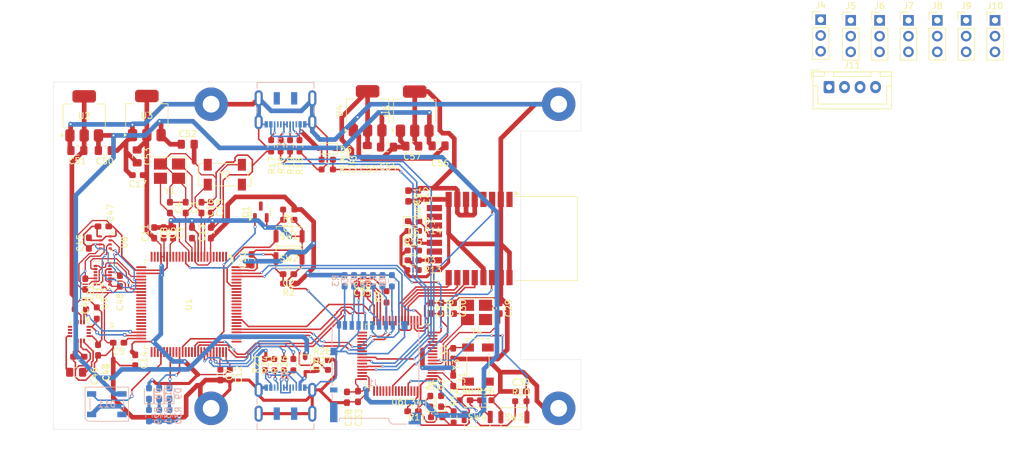
<source format=kicad_pcb>
(kicad_pcb (version 20240108) (generator "pcbnew") (generator_version "8.0")
  (layers (0 "F.Cu" mixed) (1 "In1.Cu" mixed) (2 "In2.Cu" mixed) (31 "B.Cu" mixed) (34 "B.Paste" user) (35 "F.Paste" user) (36 "B.SilkS" user "B.Silkscreen") (37 "F.SilkS" user "F.Silkscreen") (38 "B.Mask" user) (39 "F.Mask" user) (44 "Edge.Cuts" user))
  (net 0 "")
  (net 1 "LED")
  (net 2 "RCin")
  (net 3 "RX")
  (net 4 "GND")
  (net 5 "SDA1")
  (net 6 "+3.3V")
  (net 7 "SCL1")
  (net 8 "PWM1")
  (net 9 "+5V")
  (net 10 "PWM2")
  (net 11 "PWM3")
  (net 12 "PWM4")
  (net 13 "PWM5")
  (net 14 "PWM6")
  (net 15 "TX")
  (net 16 "MOSI")
  (net 17 "SCK")
  (net 18 "CS1")
  (net 19 "MISO")
  (net 20 "CS3")
  (net 21 "CS2")
  (net 22 "Net-(U6-PH0)")
  (net 23 "Net-(U6-PH1)")
  (net 24 "Net-(U6-PC14)")
  (net 25 "Net-(U6-PC15)")
  (net 26 "Net-(U6-VCAP1)")
  (net 27 "BOOT0")
  (net 28 "Net-(D1-K)")
  (net 29 "Net-(D2-K)")
  (net 30 "LED_PIN")
  (net 31 "Net-(D3-K)")
  (net 32 "RX_OK_LED")
  (net 33 "Net-(D4-K)")
  (net 34 "TX_LED")
  (net 35 "RX_LED")
  (net 36 "Net-(D5-K)")
  (net 37 "Net-(D6-A)")
  (net 38 "Net-(D7-A)")
  (net 39 "Net-(U1-PH0)")
  (net 40 "UWB_MISO")
  (net 41 "RST_UWB")
  (net 44 "UWB_IRQ")
  (net 45 "UWB_MOSI")
  (net 47 "UWB_SCK")
  (net 49 "CS_UWB")
  (net 52 "SD_D1")
  (net 53 "SD_D3")
  (net 54 "SD_D2")
  (net 55 "SD_CMD")
  (net 56 "SD_CLK")
  (net 57 "SD_D0")
  (net 58 "Net-(J2-D--PadA7)")
  (net 59 "Net-(J2-CC1)")
  (net 60 "Net-(J2-CC2)")
  (net 61 "Net-(J2-D+-PadA6)")
  (net 62 "Net-(J3-CC2)")
  (net 63 "Net-(J3-D+-PadA6)")
  (net 64 "Net-(J3-CC1)")
  (net 65 "Net-(J3-D--PadA7)")
  (net 66 "buzzer")
  (net 67 "Net-(BZ1--)")
  (net 68 "BOOT1")
  (net 69 "USB_DM")
  (net 70 "USB_DP")
  (net 71 "D-")
  (net 72 "D+")
  (net 74 "SWDIO")
  (net 78 "USART1_RX_DEBUG")
  (net 81 "USART2_COM_TX")
  (net 92 "USART2_COM_RX")
  (net 94 "USART1_TX_DEBUG")
  (net 98 "SWCLK")
  (net 108 "Net-(U1-PH1)")
  (net 109 "Net-(U1-VCAP_1)")
  (net 110 "Net-(U1-VCAP_2)")
  (net 111 "Net-(U1-PC14)")
  (net 112 "Net-(U1-PC15)")
  (net 113 "Net-(U7-10(C1))")
  (net 116 "Net-(U7-8(SETP))")
  (net 117 "Net-(U7-12(SETC))")
  (net 118 "Net-(D8-K)")
  (net 122 "CAN_TX")
  (net 132 "CAN_RX")
  (net 136 "RST")
  (net 143 "Net-(D9-K)")
  (net 144 "Net-(D10-K)")
  (net 145 "LED_FC_PIN1")
  (net 146 "LED_FC_PIN2")
  (net 148 "USART1_TX")
  (net 149 "PWM11")
  (net 150 "SPI4_MISO")
  (net 151 "ANALOG_IN2")
  (net 152 "UART4_TX")
  (net 153 "PWM12")
  (net 154 "USART1_RX")
  (net 155 "PWM10")
  (net 156 "ANALOG_IN1")
  (net 157 "UART8_RX")
  (net 158 "SCL2")
  (net 159 "SPI4_MOSI")
  (net 160 "USART3_RX")
  (net 161 "UART7_RX")
  (net 162 "PWM7")
  (net 163 "SDA2")
  (net 164 "SPI4_SCK")
  (net 165 "PWM9")
  (net 166 "UART7_TX")
  (net 167 "PWM8")
  (net 168 "UART8_TX")
  (net 169 "USART3_TX")
  (net 177 "USART3_CTS")
  (net 178 "USART3_RTS")
  (net 179 "FC_SWDIO")
  (net 180 "FC_SWCLK")
  (net 181 "UWB_STM_BOOT1")
  (net 182 "UWB_STM_BOOT0")
  (net 183 "UWB_STM_RESET")
  (net 184 "UART6_TX")
  (net 185 "UART6_RX")
  (net 186 "+3.3V_STM_UWB")
  (net 187 "+3.3V_UWB")
  (net 188 "+3.3V_Sensor")
  (net 189 "USART2_RTS")
  (net 190 "USART2_CTS")
  (net 191 "USART2_TX")
  (net 192 "USART2_RX")
  (footprint "Capacitor_SMD:C_0805_2012Metric_Pad1.18x1.45mm_HandSolder" (layer "F.Cu") (at 97.6376 137.5371 -90)
    (property "Reference" "C55")
    (property "Value" "22uf")
  )
  (footprint "Capacitor_SMD:C_0805_2012Metric_Pad1.18x1.45mm_HandSolder" (layer "F.Cu") (at 100.8165 136.7536)
    (property "Reference" "C54")
    (property "Value" "10uf")
  )
  (footprint "Capacitor_SMD:C_0603_1608Metric_Pad1.08x0.95mm_HandSolder" (layer "F.Cu") (at 107.9016 162.7227 -90)
    (property "Reference" "C37")
    (property "Value" "100n")
  )
  (footprint "Package_TO_SOT_SMD:SOT-223-3_TabPin2" (layer "F.Cu") (at 105.283 130.962 90)
    (property "Reference" "U5")
    (property "Value" "AMS1117-3.3")
  )
  (footprint "Resistor_SMD:R_0603_1608Metric_Pad0.98x0.95mm_HandSolder" (layer "F.Cu") (at 81.153 171.788 90)
    (property "Reference" "R23")
    (property "Value" "5K1")
  )
  (footprint "Connector_PinHeader_2.54mm:PinHeader_1x03_P2.54mm_Vertical" (layer "F.Cu") (at 180.184 116.332)
    (property "Reference" "J6")
    (property "Value" "Conn_01x03")
  )
  (footprint "Resistor_SMD:R_0603_1608Metric_Pad0.98x0.95mm_HandSolder" (layer "F.Cu") (at 82.1436 136.5466 -90)
    (property "Reference" "R17")
    (property "Value" "5K1")
  )
  (footprint "Capacitor_SMD:C_0805_2012Metric_Pad1.18x1.45mm_HandSolder" (layer "F.Cu") (at 50.9231 137.3124 180)
    (property "Reference" "C51")
    (property "Value" "22uf" (hide yes))
  )
  (footprint "LED_SMD:LED_0603_1608Metric_Pad1.05x0.95mm_HandSolder" (layer "F.Cu") (at 107.7976 177.7378 90)
    (property "Reference" "D1")
    (property "Value" "LED")
  )
  (footprint "Capacitor_SMD:C_0603_1608Metric_Pad1.08x0.95mm_HandSolder" (layer "F.Cu") (at 75.4888 173.4323 -90)
    (property "Reference" "C12")
    (property "Value" "100nf")
  )
  (footprint "Resistor_SMD:R_0603_1608Metric_Pad0.98x0.95mm_HandSolder" (layer "F.Cu") (at 100.7364 160.8817 90)
    (property "Reference" "R9")
    (property "Value" "10K")
  )
  (footprint "Crystal:Crystal_SMD_SeikoEpson_MC306-4Pin_8.0x3.2mm" (layer "F.Cu") (at 74.6828 141.1988 180)
    (property "Reference" "Y2")
    (property "Value" "32.768 KHz")
  )
  (footprint "LED_SMD:LED_0603_1608Metric_Pad1.05x0.95mm_HandSolder" (layer "F.Cu") (at 109.5248 177.7098 90)
    (property "Reference" "D2")
    (property "Value" "LED")
  )
  (footprint "Capacitor_SMD:C_0603_1608Metric_Pad1.08x0.95mm_HandSolder" (layer "F.Cu") (at 118.9736 162.7227 -90)
    (property "Reference" "C29")
    (property "Value" "10pF")
  )
  (footprint "Button_Switch_SMD:SW_Push_SPST_NO_Alps_SKRK" (layer "F.Cu") (at 85.031 151.13 180)
    (property "Reference" "SW1")
    (property "Value" "boot")
  )
  (footprint "Capacitor_SMD:C_0603_1608Metric_Pad1.08x0.95mm_HandSolder" (layer "F.Cu") (at 84.9895 148.463 180)
    (property "Reference" "C1")
    (property "Value" "100nf")
  )
  (footprint "Package_TO_SOT_SMD:SOT-223-3_TabPin2" (layer "F.Cu") (at 62.1144 131.6732 90)
    (property "Reference" "U3")
    (property "Value" "AMS1117-3.3")
  )
  (footprint "Package_LGA:Bosch_LGA-8_2x2.5mm_P0.65mm_ClockwisePinNumbering" (layer "F.Cu") (at 55.4058 152.1108 -90)
    (property "Reference" "U8")
    (property "Value" "BMP280")
  )
  (footprint "Crystal:Crystal_SMD_3225-4Pin_3.2x2.5mm_HandSoldering" (layer "F.Cu") (at 115.2376 163.3912 180)
    (property "Reference" "Y4")
    (property "Value" "25 MHz")
  )
  (footprint "MountingHole:MountingHole_2.7mm_M2.5_Pad" (layer "F.Cu") (at 128.4732 178.8448)
    (property "Reference" "H4")
    (property "Value" "MountingHole_Pad")
  )
  (footprint "Connector_PinHeader_2.54mm:PinHeader_1x03_P2.54mm_Vertical" (layer "F.Cu") (at 184.834 116.332)
    (property "Reference" "J7")
    (property "Value" "Conn_01x03")
  )
  (footprint "Capacitor_SMD:C_0603_1608Metric_Pad1.08x0.95mm_HandSolder" (layer "F.Cu") (at 60.2488 171.0933 -90)
    (property "Reference" "C14")
    (property "Value" "100nf")
  )
  (footprint "Capacitor_SMD:C_0805_2012Metric_Pad1.18x1.45mm_HandSolder" (layer "F.Cu") (at 109.1184 136.5504)
    (property "Reference" "C56")
    (property "Value" "10uf")
  )
  (footprint "Customs:PQFN50P450X300X100-16N" (layer "F.Cu") (at 55.0088 157.4038 -90)
    (property "Reference" "U9")
    (property "Value" "BMI088")
  )
  (footprint "Capacitor_SMD:C_0603_1608Metric_Pad1.08x0.95mm_HandSolder" (layer "F.Cu") (at 66.3448 150.5723 90)
    (property "Reference" "C8")
    (property "Value" "100nf")
  )
  (footprint "Capacitor_SMD:C_0603_1608Metric_Pad1.08x0.95mm_HandSolder" (layer "F.Cu") (at 54.2544 169.45555 -90)
    (property "Reference" "C43")
    (property "Value" "100nf")
  )
  (footprint "Resistor_SMD:R_0603_1608Metric_Pad0.98x0.95mm_HandSolder" (layer "F.Cu") (at 84.201 171.8115 90)
    (property "Reference" "R25")
    (property "Value" "22")
  )
  (footprint "Capacitor_SMD:C_0603_1608Metric_Pad1.08x0.95mm_HandSolder" (layer "F.Cu") (at 57.5575 168.275 180)
    (property "Reference" "C5")
    (property "Value" "2.2u")
  )
  (footprint "Capacitor_SMD:C_0603_1608Metric_Pad1.08x0.95mm_HandSolder" (layer "F.Cu") (at 94.361 177.0645 -90)
    (property "Reference" "C28")
    (property "Value" "4.7uF")
  )
  (footprint "Capacitor_SMD:C_0603_1608Metric_Pad1.08x0.95mm_HandSolder" (layer "F.Cu") (at 57.7808 158.3193 -90)
    (property "Reference" "C48")
    (property "Value" "100nf")
  )
  (footprint "Resistor_SMD:R_0603_1608Metric_Pad0.98x0.95mm_HandSolder" (layer "F.Cu") (at 105.0563 150.2664)
    (property "Reference" "R14")
    (property "Value" "1K")
  )
  (footprint "Capacitor_SMD:C_0603_1608Metric_Pad1.08x0.95mm_HandSolder" (layer "F.Cu") (at 51.1567 170.5356 180)
    (property "Reference" "C44")
    (property "Value" "4.7uf")
  )
  (footprint "Capacitor_SMD:C_0603_1608Metric_Pad1.08x0.95mm_HandSolder" (layer "F.Cu") (at 69.3928 150.5723 90)
    (property "Reference" "C9")
    (property "Value" "100nf")
  )
  (footprint "Button_Switch_SMD:SW_Push_SPST_NO_Alps_SKRK" (layer "F.Cu") (at 85.022 154.686 180)
    (property "Reference" "SW2")
    (property "Value" "en")
  )
  (footprint "Capacitor_SMD:C_0603_1608Metric_Pad1.08x0.95mm_HandSolder" (layer "F.Cu") (at 96.139 176.9375 90)
    (property "Reference" "C33")
    (property "Value" "100n")
  )
  (footprint "Resistor_SMD:R_0603_1608Metric_Pad0.98x0.95mm_HandSolder" (layer "F.Cu") (at 85.725 171.8115 90)
    (property "Reference" "R26")
    (property "Value" "22")
  )
  (footprint "RF_Module:DWM1000" (layer "F.Cu") (at 119.7496 151.4848 -90)
    (property "Reference" "DWM1")
    (property "Value" "DWM1000")
  )
  (footprint "Capacitor_SMD:C_0603_1608Metric_Pad1.08x0.95mm_HandSolder" (layer "F.Cu") (at 111.4826 174.4067 -90)
    (property "Reference" "C31")
    (property "Value" "12p")
  )
  (footprint "Capacitor_SMD:C_0603_1608Metric_Pad1.08x0.95mm_HandSolder" (layer "F.Cu") (at 64.8208 150.5723 -90)
    (property "Reference" "C6")
    (property "Value" "100nf")
  )
  (footprint "Connector_PinHeader_2.54mm:PinHeader_1x03_P2.54mm_Vertical" (layer "F.Cu") (at 194.134 116.332)
    (property "Reference" "J9")
    (property "Value" "Conn_01x03")
  )
  (footprint "Capacitor_SMD:C_0603_1608Metric_Pad1.08x0.95mm_HandSolder" (layer "F.Cu") (at 73.9648 173.4323 -90)
    (property "Reference" "C7")
    (property "Value" "2.2u")
  )
  (footprint "Resistor_SMD:R_0603_1608Metric_Pad0.98x0.95mm_HandSolder" (layer "F.Cu") (at 105.0563 153.416)
    (property "Reference" "R15")
    (property "Value" "1K")
  )
  (footprint "Capacitor_SMD:C_0603_1608Metric_Pad1.08x0.95mm_HandSolder" (layer "F.Cu") (at 55.1138 149.5298)
    (property "Reference" "C47")
    (property "Value" "100nf")
  )
  (footprint "Resistor_SMD:R_0603_1608Metric_Pad0.98x0.95mm_HandSolder" (layer "F.Cu") (at 111.5568 180.2365 90)
    (property "Reference" "R12")
    (property "Value" "1K" (hide yes))
  )
  (footprint "Capacitor_SMD:C_0603_1608Metric_Pad1.08x0.95mm_HandSolder" (layer "F.Cu") (at 68.3768 146.5083 -90)
    (property "Reference" "C3")
    (property "Value" "10pF")
  )
  (footprint "Resistor_SMD:R_0603_1608Metric_Pad0.98x0.95mm_HandSolder" (layer "F.Cu") (at 84.9865 146.812 180)
    (property "Reference" "R1")
    (property "Value" "10k")
  )
  (footprint "Capacitor_SMD:C_0603_1608Metric_Pad1.08x0.95mm_HandSolder" (layer "F.Cu") (at 78.994 154.9135 90)
    (property "Reference" "C10")
    (property "Value" "100nf")
  )
  (footprint "Capacitor_SMD:C_0603_1608Metric_Pad1.08x0.95mm_HandSolder" (layer "F.Cu") (at 104.2248 144.6287 -90)
    (property "Reference" "C41")
    (property "Value" "100n")
  )
  (footprint "Capacitor_SMD:C_0603_1608Metric_Pad1.08x0.95mm_HandSolder" (layer "F.Cu") (at 109.5526 162.7227 -90)
    (property "Reference" "C38")
    (property "Value" "100n")
  )
  (footprint "Capacitor_SMD:C_0603_1608Metric_Pad1.08x0.95mm_HandSolder" (layer "F.Cu") (at 72.4408 150.5723 90)
    (property "Reference" "C13")
    (property "Value" "100nf")
  )
  (footprint "Capacitor_SMD:C_0603_1608Metric_Pad1.08x0.95mm_HandSolder" (layer "F.Cu") (at 52.1928 158.8273 -90)
    (property "Reference" "C49")
    (property "Value" "100nf")
  )
  (footprint "LED_SMD:LED_0603_1608Metric_Pad1.05x0.95mm_HandSolder" (layer "F.Cu") (at 105.0938 151.8412)
    (property "Reference" "D5")
    (property "Value" "LED")
  )
  (footprint "Resistor_SMD:R_0603_1608Metric_Pad0.98x0.95mm_HandSolder" (layer "F.Cu") (at 91.1841 138.7856)
    (property "Reference" "R32")
    (property "Value" "33K")
  )
  (footprint "Resistor_SMD:R_0603_1608Metric_Pad0.98x0.95mm_HandSolder" (layer "F.Cu") (at 54.0523 163.48955 90)
    (property "Reference" "R22")
    (property "Value" "4.7K")
  )
  (footprint "Resistor_SMD:R_0603_1608Metric_Pad0.98x0.95mm_HandSolder" (layer "F.Cu") (at 85.1916 136.5504 -90)
    (property "Reference" "R19")
    (property "Value" "22")
  )
  (footprint "Capacitor_SMD:C_0603_1608Metric_Pad1.08x0.95mm_HandSolder" (layer "F.Cu") (at 96.8237 160.4772)
    (property "Reference" "C36")
    (property "Value" "100n")
  )
  (footprint "Capacitor_SMD:C_0603_1608Metric_Pad1.08x0.95mm_HandSolder" (layer "F.Cu") (at 72.4408 146.5083 -90)
    (property "Reference" "C15")
    (property "Value" "12p")
  )
  (footprint "Capacitor_SMD:C_0805_2012Metric_Pad1.18x1.45mm_HandSolder" (layer "F.Cu") (at 50.7288 173.03805 180)
    (property "Reference" "C46")
    (property "Value" "0.22uf")
  )
  (footprint "MountingHole:MountingHole_2.7mm_M2.5_Pad" (layer "F.Cu") (at 72.473 178.8448)
    (property "Reference" "H3")
    (property "Value" "MountingHole_Pad")
  )
  (footprint "Resistor_SMD:R_0603_1608Metric_Pad0.98x0.95mm_HandSolder" (layer "F.Cu") (at 108.8117 180.2892 180)
    (property "Reference" "R11")
    (property "Value" "1K")
  )
  (footprint "Resistor_SMD:R_0603_1608Metric_Pad0.98x0.95mm_HandSolder" (layer "F.Cu") (at 116.7365 177.546)
    (property "Reference" "R16")
    (property "Value" "10K")
  )
  (footprint "Capacitor_SMD:C_0603_1608Metric_Pad1.08x0.95mm_HandSolder" (layer "F.Cu") (at 105.0047 179.324)
    (property "Reference" "C34")
    (property "Value" "100n")
  )
  (footprint "Capacitor_SMD:C_0805_2012Metric_Pad1.18x1.45mm_HandSolder" (layer "F.Cu") (at 60.5536 138.2483 -90)
    (property "Reference" "C53")
    (property "Value" "22uf")
  )
  (footprint "Capacitor_SMD:C_0603_1608Metric_Pad1.08x0.95mm_HandSolder" (layer "F.Cu") (at 70.9168 146.5083 -90)
    (property "Reference" "C16")
    (property "Value" "12p")
  )
  (footprint "Package_QFP:LQFP-64_10x10mm_P0.5mm" (layer "F.Cu") (at 102.4806 170.3912 180)
    (property "Reference" "U6")
    (property "Value" "STM32F401RCTx")
  )
  (footprint "Resistor_SMD:R_0603_1608Metric_Pad0.98x0.95mm_HandSolder" (layer "F.Cu") (at 91.1841 140.3604 180)
    (property "Reference" "R33")
    (property "Value" "82K")
  )
  (footprint "Button_Switch_SMD:SW_Push_SPST_NO_Alps_SKRK" (layer "F.Cu") (at 121.2596 180.2892)
    (property "Reference" "SW3")
    (property "Value" "SW_Push")
  )
  (footprint "Resistor_SMD:R_0603_1608Metric_Pad0.98x0.95mm_HandSolder" (layer "F.Cu") (at 122.3791 177.6984)
    (property "Reference" "R10")
    (property "Value" "10K")
  )
  (footprint "Resistor_SMD:R_0603_1608Metric_Pad0.98x0.95mm_HandSolder" (layer "F.Cu") (at 90.391 172.6572)
    (property "Reference" "R27")
    (property "Value" "33K")
  )
  (footprint "Capacitor_SMD:C_0603_1608Metric_Pad1.08x0.95mm_HandSolder" (layer "F.Cu") (at 122.3783 176.1236)
    (property "Reference" "C39")
    (property "Value" "100n")
  )
  (footprint "Capacitor_SMD:C_0603_1608Metric_Pad1.08x0.95mm_HandSolder" (layer "F.Cu") (at 105.8504 144.5779 -90)
    (property "Reference" "C42")
    (property "Value" "4.7uF")
  )
  (footprint "Capacitor_SMD:C_0603_1608Metric_Pad1.08x0.95mm_HandSolder" (layer "F.Cu") (at 96.8259 158.75 180)
    (property "Reference" "C35")
    (property "Value" "4.7u")
  )
  (footprint "Resistor_SMD:R_0603_1608Metric_Pad0.98x0.95mm_HandSolder" (layer "F.Cu") (at 82.677 171.8115 90)
    (property "Reference" "R24")
    (property "Value" "5K1")
  )
  (footprint "MountingHole:MountingHole_2.7mm_M2.5_Pad" (layer "F.Cu") (at 72.473 129.8448)
    (property "Reference" "H2")
    (property "Value" "MountingHole_Pad")
  )
  (footprint "Connector_PinHeader_2.54mm:PinHeader_1x03_P2.54mm_Vertical" (layer "F.Cu") (at 170.688 116.2304)
    (property "Reference" "J4")
    (property "Value" "Conn_01x03")
  )
  (footprint "Package_TO_SOT_SMD:SOT-223-3_TabPin2" (layer "F.Cu") (at 52.0192 131.7248 90)
    (property "Reference" "U2")
    (property "Value" "AMS1117-3.3")
  )
  (footprint "Capacitor_SMD:C_0603_1608Metric_Pad1.08x0.95mm_HandSolder" (layer "F.Cu") (at 52.7748 152.2233 90)
    (property "Reference" "C45")
    (property "Value" "100nf")
  )
  (footprint "Customs:PLCC16-0.5-3X3MM" (layer "F.Cu") (at 49.7463 164.95805 -90)
    (property "Reference" "U7")
    (property "Value" "MAGNETIC-HMC5883L_PLCC16_" (hide yes))
    (property "VALUE" "HMC5883L" (hide yes))
  )
  (footprint "Capacitor_SMD:C_0805_2012Metric_Pad1.18x1.45mm_HandSolder" (layer "F.Cu") (at 68.7031 136.2964)
    (property "Reference" "C52")
    (property "Value" "10uf")
  )
  (footprint "Connector_JST:JST_XH_B4B-XH-A_1x04_P2.50mm_Vertical" (layer "F.Cu") (at 172.034 127.082)
    (property "Reference" "J11")
    (property "Value" "Conn_01x04")
  )
  (footprint "Resistor_SMD:R_0603_1608Metric_Pad0.98x0.95mm_HandSolder" (layer "F.Cu") (at 84.9865 158.75 180)
    (property "Reference" "R2")
    (property "Value" "10k")
  )
  (footprint "Resistor_SMD:R_0603_1608Metric_Pad0.98x0.95mm_HandSolder" (layer "F.Cu") (at 86.7156 136.5504 -90)
    (property "Reference" "R18")
    (property "Value" "5K1")
  )
  (footprint "Capacitor_SMD:C_0603_1608Metric_Pad1.08x0.95mm_HandSolder" (layer "F.Cu") (at 84.9365 157.226 180)
    (property "Reference" "C2")
    (property "Value" "100nf")
  )
  (footprint "LED_SMD:LED_0603_1608Metric_Pad1.05x0.95mm_HandSolder" (layer "F.Cu") (at 105.043 154.9908)
    (property "Reference" "D3")
    (property "Value" "LED")
  )
  (footprint "Capacitor_SMD:C_0805_2012Metric_Pad1.18x1.45mm_HandSolder" (layer "F.Cu") (at 55.3427 137.3124)
    (property "Reference" "C50")
    (property "Value" "10uf")
  )
  (footprint "Capacitor_SMD:C_0603_1608Metric_Pad1.08x0.95mm_HandSolder" (layer "F.Cu") (at 65.8368 146.5083 -90)
    (property "Reference" "C4")
    (property "Value" "10pF")
  )
  (footprint "Package_TO_SOT_SMD:SOT-23" (layer "F.Cu") (at 80.4824 147.1953 90)
    (property "Reference" "Q1")
    (property "Value" "DMG2302U")
  )
  (footprint "Resistor_SMD:R_0603_1608Metric_Pad0.98x0.95mm_HandSolder" (layer "F.Cu") (at 83.6676 136.5504 -90)
    (property "Reference" "R20")
    (property "Value" "22")
  )
  (footprint "Package_QFP:LQFP-100_14x14mm_P0.5mm" (layer "F.Cu") (at 68.8848 162.1028 -90)
    (property "Reference" "U1")
    (property "Value" "STM32F427VGTx")
  )
  (footprint "Diode_SMD:D_SOD-323F" (layer "F.Cu") (at 87.63 171.831 -90)
    (property "Reference" "D7")
    (property "Value" "D_Schottky")
  )
  (footprint "MountingHole:MountingHole_2.7mm_M2.5_Pad" (layer "F.Cu") (at 128.4732 129.8448)
    (property "Reference" "H1")
    (property "Value" "MountingHole_Pad")
  )
  (footprint "Resistor_SMD:R_0603_1608Metric_Pad0.98x0.95mm_HandSolder" (layer "F.Cu") (at 51.4088 162.87805 180)
    (property "Reference" "R21")
    (property "Value" "4.7K")
  )
  (footprint "Resistor_SMD:R_0603_1608Metric_Pad0.98x0.95mm_HandSolder" (layer "F.Cu") (at 105.0055 156.5656)
    (property "Reference" "R13")
    (property "Value" "1K")
  )
  (footprint "Resistor_SMD:R_0603_1608Metric_Pad0.98x0.95mm_HandSolder" (layer "F.Cu") (at 90.3929 171.0824)
    (property "Reference" "R28")
    (property "Value" "82K")
  )
  (footprint "Capacitor_SMD:C_0603_1608Metric_Pad1.08x0.95mm_HandSolder" (layer "F.Cu") (at 111.4826 170.0357 90)
    (property "Reference" "C32")
    (property "Value" "12p")
  )
  (footprint "Capacitor_SMD:C_0603_1608Metric_Pad1.08x0.95mm_HandSolder" (layer "F.Cu") (at 113.3359 177.546)
    (property "Reference" "C40")
    (property "Value" "100n")
  )
  (footprint "Button_Switch_SMD:SW_Push_SPST_NO_Alps_SKRK" (layer "F.Cu") (at 115.3496 180.2384)
    (property "Reference" "SW4")
    (property "Value" "SW_Push")
  )
  (footprint "Package_TO_SOT_SMD:SOT-223-3_TabPin2" (layer "F.Cu") (at 97.6884 130.9116 90)
    (property "Reference" "U4")
    (property "Value" "AMS1117-3.3")
  )
  (footprint "Capacitor_SMD:C_0603_1608Metric_Pad1.08x0.95mm_HandSolder" (layer "F.Cu") (at 60.6563 141.2748 180)
    (property "Reference" "C17")
    (property "Value" "2.2u")
  )
  (footprint "Connector_PinHeader_2.54mm:PinHeader_1x03_P2.54mm_Vertical" (layer "F.Cu") (at 175.534 116.332)
    (property "Reference" "J5")
    (property "Value" "Conn_01x03")
  )
  (footprint "LED_SMD:LED_0603_1608Metric_Pad1.05x0.95mm_HandSolder" (layer "F.Cu") (at 105.0938 148.6916)
    (property "Reference" "D4")
    (property "Value" "LED")
  )
  (footprint "Diode_SMD:D_SOD-323F" (layer "F.Cu") (at 91.1684 137.0076 180)
    (property "Reference" "D6")
    (property "Value" "D_Schottky")
  )
  (footprint "Crystal:Crystal_SMD_3225-4Pin_3.2x2.5mm_HandSoldering" (layer "F.Cu") (at 65.7628 140.6328 180)
    (property "Reference" "Y1")
    (property "Value" "25 MHz")
  )
  (footprint "Crystal:Crystal_SMD_SeikoEpson_MC306-4Pin_8.0x3.2mm" (layer "F.Cu") (at 115.4706 171.7962 90)
    (property "Reference" "Y3")
    (property "Value" "32.768 KHz")
  )
  (footprint "Connector_PinHeader_2.54mm:PinHeader_1x03_P2.54mm_Vertical" (layer "F.Cu") (at 198.784 116.332)
    (property "Reference" "J10")
    (property "Value" "Conn_01x03")
  )
  (footprint "Capacitor_SMD:C_0805_2012Metric_Pad1.18x1.45mm_HandSolder" (layer "F.Cu") (at 104.8805 136.6012 180)
    (property "Reference" "C57")
    (property "Value" "22uf")
  )
  (footprint "Capacitor_SMD:C_0603_1608Metric_Pad1.08x0.95mm_HandSolder" (layer "F.Cu") (at 63.2968 150.5723 90)
    (property "Reference" "C11")
    (property "Value" "100nf")
  )
  (footprint "Capacitor_SMD:C_0603_1608Metric_Pad1.08x0.95mm_HandSolder" (layer "F.Cu") (at 111.6076 162.7227 -90)
    (property "Reference" "C30")
    (property "Value" "10pF")
  )
  (footprint "Connector_PinHeader_2.54mm:PinHeader_1x03_P2.54mm_Vertical" (layer "F.Cu") (at 189.484 116.332)
    (property "Reference" "J8")
    (property "Value" "Conn_01x03")
  )
  (footprint "LED_SMD:LED_0603_1608Metric_Pad1.05x0.95mm_HandSolder" (layer "B.Cu") (at 65.7606 176.4538 90)
    (property "Reference" "D9")
    (property "Value" "LED")
  )
  (footprint "LED_SMD:LED_0603_1608Metric_Pad1.05x0.95mm_HandSolder" (layer "B.Cu") (at 64.1096 176.4678 90)
    (property "Reference" "D10")
    (property "Value" "LED")
  )
  (footprint "Resistor_SMD:R_0603_1608Metric_Pad0.98x0.95mm_HandSolder" (layer "B.Cu") (at 95.504 158.2909 -90)
    (property "Reference" "R4")
    (property "Value" "10K")
  )
  (footprint "LED_SMD:LED_WS2812B_PLCC4_5.0x5.0mm_P3.2mm" (layer "B.Cu") (at 55.6652 178.18 180)
    (property "Reference" "D11")
    (property "Value" "WS2812B")
  )
  (footprint "Resistor_SMD:R_0603_1608Metric_Pad0.98x0.95mm_HandSolder" (layer "B.Cu") (at 93.98 158.2909 -90)
    (property "Reference" "R3")
    (property "Value" "10K")
  )
  (footprint "Resistor_SMD:R_0603_1608Metric_Pad0.98x0.95mm_HandSolder" (layer "B.Cu") (at 65.7606 180.0079 90)
    (property "Reference" "R30")
    (property "Value" "1K")
  )
  (footprint "Resistor_SMD:R_0603_1608Metric_Pad0.98x0.95mm_HandSolder" (layer "B.Cu") (at 98.552 158.2909 -90)
    (property "Reference" "R6")
    (property "Value" "10K")
  )
  (footprint "Resistor_SMD:R_0603_1608Metric_Pad0.98x0.95mm_HandSolder" (layer "B.Cu") (at 62.4586 180.0333 90)
    (property "Reference" "R29")
    (property "Value" "1K")
  )
  (footprint "Resistor_SMD:R_0603_1608Metric_Pad0.98x0.95mm_HandSolder" (layer "B.Cu") (at 100.076 158.2909 -90)
    (property "Reference" "R7")
    (property "Value" "10K")
  )
  (footprint "Resistor_SMD:R_0603_1608Metric_Pad0.98x0.95mm_HandSolder" (layer "B.Cu") (at 97.028 158.2909 -90)
    (property "Reference" "R5")
    (property "Value" "10K")
  )
  (footprint "Resistor_SMD:R_0603_1608Metric_Pad0.98x0.95mm_HandSolder" (layer "B.Cu") (at 64.1096 180.0079 90)
    (property "Reference" "R31")
    (property "Value" "1K")
  )
  (footprint "Connector_Card:microSD_HC_Hirose_DM3BT-DSF-PEJS" (layer "B.Cu") (at 98.96 173.109 180)
    (property "Reference" "J1")
    (property "Value" "Micro_SD_Card")
  )
  (footprint "Resistor_SMD:R_0603_1608Metric_Pad0.98x0.95mm_HandSolder" (layer "B.Cu") (at 101.6 158.2909 -90)
    (property "Reference" "R8")
    (property "Value" "10K")
  )
  (footprint "Connector_USB:USB_C_Receptacle_JAE_DX07S016JA1R1500" (layer "B.Cu") (at 84.455 130.048)
    (property "Reference" "J2")
    (property "Value" "USB_C_Receptacle_USB2.0_14P")
  )
  (footprint "Connector_USB:USB_C_Receptacle_JAE_DX07S016JA1R1500" (layer "B.Cu") (at 84.452 178.555 180)
    (property "Reference" "J3")
    (property "Value" "USB_C_Receptacle_USB2.0_14P")
  )
  (footprint "LED_SMD:LED_0603_1608Metric_Pad1.05x0.95mm_HandSolder" (layer "B.Cu") (at 62.4586 176.4678 90)
    (property "Reference" "D8")
    (property "Value" "LED")
  )
  (gr_poly (pts (xy 132.08 126.26) (xy 132.08 134.1628) (xy 122.3772 134.1628) (xy 122.3772 170.9928) (xy 132.08 170.9928) (xy 132.08 182.26) (xy 47.08 182.26) (xy 47.08 126.26)) (stroke (width 0.05)) (fill none) (layer "Edge.Cuts"))
  (segment (start 63.5 172.5676) (end 64.3848 171.6828) (width 0.25) (layer "F.Cu") (net 1))
  (segment (start 59.69 176.8856) (end 59.69 175.8696) (width 0.25) (layer "F.Cu") (net 1))
  (segment (start 59.69 175.8696) (end 62.992 172.5676) (width 0.25) (layer "F.Cu") (net 1))
  (segment (start 62.992 172.5676) (end 63.5 172.5676) (width 0.25) (layer "F.Cu") (net 1))
  (segment (start 64.3848 171.6828) (end 64.3848 169.7778) (width 0.25) (layer "F.Cu") (net 1))
  (via (at 59.69 176.8856) (size 0.6) (drill 0.3) (layers "F.Cu" "B.Cu") (net 1))
  (segment (start 54.2312 177.546) (end 53.2152 176.53) (width 0.25) (layer "B.Cu") (net 1))
  (segment (start 59.0296 177.546) (end 54.2312 177.546) (width 0.25) (layer "B.Cu") (net 1))
  (segment (start 59.69 176.8856) (end 59.0296 177.546) (width 0.25) (layer "B.Cu") (net 1))
  (segment (start 79.121 138.811) (end 78.359 138.049) (width 0.25) (layer "F.Cu") (net 4))
  (segment (start 110.7484 145.1848) (end 106.106 145.1848) (width 0.75) (layer "F.Cu") (net 4))
  (segment (start 80.132 179.705) (end 88.772 179.705) (width 0.5) (layer "F.Cu") (net 4))
  (segment (start 91.963 177.927) (end 94.361 177.927) (width 0.5) (layer "F.Cu") (net 4))
  (segment (start 56.9818 151.1358) (end 56.2058 151.1358) (width 0.25) (layer "F.Cu") (net 4))
  (segment (start 87.7928 177.546) (end 88.772 176.5668) (width 0.5) (layer "F.Cu") (net 4))
  (segment (start 124.968 175.230784) (end 124.968 177.6476) (width 0.75) (layer "F.Cu") (net 4))
  (segment (start 82.677 170.899) (end 81.1765 170.899) (width 0.5) (layer "F.Cu") (net 4))
  (segment (start 56.642 170.815) (end 56.642 169.164) (width 0.25) (layer "F.Cu") (net 4))
  (segment (start 49.8348 134.7592) (end 49.7192 134.8748) (width 0.75) (layer "F.Cu") (net 4))
  (segment (start 54.0523 170.31805) (end 55.48795 170.31805) (width 0.25) (layer "F.Cu") (net 4))
  (segment (start 70.3848 150.7018) (end 70.3848 154.4278) (width 0.25) (layer "F.Cu") (net 4))
  (segment (start 53.0044 170.90125) (end 51.9176 171.98805) (width 0.25) (layer "F.Cu") (net 4))
  (segment (start 55.9763 148.9403) (end 55.9763 149.5298) (width 0.2) (layer "F.Cu") (net 4))
  (segment (start 119.1484 135.389701) (end 124.693301 129.8448) (width 0.75) (layer "F.Cu") (net 4))
  (segment (start 101.854 136.7536) (end 100.033 138.5746) (width 0.75) (layer "F.Cu") (net 4))
  (segment (start 119.0714 173.021) (end 122.758216 173.021) (width 0.75) (layer "F.Cu") (net 4))
  (segment (start 105.7306 165.558964) (end 105.7426 165.570964) (width 0.25) (layer "F.Cu") (net 4))
  (segment (start 63.2968 149.7098) (end 66.3448 149.7098) (width 0.75) (layer "F.Cu") (net 4))
  (segment (start 75.4888 174.2948) (end 73.9648 174.2948) (width 0.2) (layer "F.Cu") (net 4))
  (segment (start 58.083 150.975) (end 57.1458 150.0378) (width 0.25) (layer "F.Cu") (net 4))
  (segment (start 96.139 177.8) (end 94.488 177.8) (width 0.2) (layer "F.Cu") (net 4))
  (segment (start 106.8856 164.028436) (end 106.8856 162.3152) (width 0.25) (layer "F.Cu") (net 4))
  (segment (start 72.6948 149.4558) (end 72.4408 149.7098) (width 0.75) (layer "F.Cu") (net 4))
  (segment (start 87.131 149.869) (end 87.131 151.13) (width 0.25) (layer "F.Cu") (net 4))
  (segment (start 87.122 154.686) (end 87.122 155.903) (width 0.25) (layer "F.Cu") (net 4))
  (segment (start 113.672604 181.5634) (end 114.046 181.190004) (width 0.25) (layer "F.Cu") (net 4))
  (segment (start 82.1436 137.4591) (end 80.135 135.4505) (width 0.25) (layer "F.Cu") (net 4))
  (segment (start 55.4638 156.638841) (end 55.4638 157.4818) (width 0.25) (layer "F.Cu") (net 4))
  (segment (start 119.0714 173.021) (end 116.9486 170.8982) (width 0.75) (layer "F.Cu") (net 4))
  (segment (start 85.852 148.59) (end 87.131 149.869) (width 0.25) (layer "F.Cu") (net 4))
  (segment (start 79.883 154.94) (end 78.994 154.051) (width 0.25) (layer "F.Cu") (net 4))
  (segment (start 87.7316 159.5628) (end 88.1126 159.9438) (width 0.25) (layer "F.Cu") (net 4))
  (segment (start 80.135 135.4505) (end 80.135 132.723) (width 0.25) (layer "F.Cu") (net 4))
  (segment (start 89.916 175.88) (end 90.2104 175.88) (width 0.5) (layer "F.Cu") (net 4))
  (segment (start 96.266 160.782) (end 95.9612 160.4772) (width 0.25) (layer "F.Cu") (net 4))
  (segment (start 50.4963 167.95805) (end 50.4963 169.5196) (width 0.25) (layer "F.Cu") (net 4))
  (segment (start 51.4963 167.95805) (end 51.4963 168.956654) (width 0.25) (layer "F.Cu") (net 4))
  (segment (start 88.772 175.88) (end 88.772 179.705) (width 0.5) (layer "F.Cu") (net 4))
  (segment (start 79.121 140.716) (end 79.121 139.7508) (width 0.25) (layer "F.Cu") (net 4))
  (segment (start 75.4888 174.2948) (end 78.5468 174.2948) (width 0.5) (layer "F.Cu") (net 4))
  (segment (start 120.5484 153.7492) (end 119.1484 152.3492) (width 0.75) (layer "F.Cu") (net 4))
  (segment (start 80.132 176.718148) (end 80.959852 177.546) (width 0.5) (layer "F.Cu") (net 4))
  (segment (start 118.1546 161.0412) (end 112.4266 161.0412) (width 0.2) (layer "F.Cu") (net 4))
  (segment (start 65.786 180.2854) (end 68.1266 180.2854) (width 0.75) (layer "F.Cu") (net 4))
  (segment (start 76.327 138.938) (end 76.0912 139.1738) (width 0.25) (layer "F.Cu") (net 4))
  (segment (start 118.4129 176.7821) (end 117.649 177.546) (width 0.25) (layer "F.Cu") (net 4))
  (segment (start 50.2942 171.15845) (end 50.6038 171.46805) (width 0.25) (layer "F.Cu") (net 4))
  (segment (start 52.7748 151.3608) (end 53.1998 151.7858) (width 0.25) (layer "F.Cu") (net 4))
  (segment (start 105.7306 164.7162) (end 105.7306 165.558964) (width 0.25) (layer "F.Cu") (net 4))
  (segment (start 88.772 176.5668) (end 88.772 175.88) (width 0.25) (layer "F.Cu") (net 4))
  (segment (start 118.6618 170.8982) (end 116.9486 170.8982) (width 0.75) (layer "F.Cu") (net 4))
  (segment (start 100.033 138.5746) (end 97.6376 138.5746) (width 0.75) (layer "F.Cu") (net 4))
  (segment (start 50.2942 169.7217) (end 50.2942 170.5356) (width 0.25) (layer "F.Cu") (net 4))
  (segment (start 107.3406 161.8602) (end 111.6076 161.8602) (width 0.25) (layer "F.Cu") (net 4))
  (segment (start 99.2306 164.7162) (end 99.2306 160.343) (width 0.25) (layer "F.Cu") (net 4))
  (segment (start 81.4127 137.4591) (end 79.121 139.7508) (width 0.25) (layer "F.Cu") (net 4))
  (segment (start 109.6784 156.3848) (end 110.7484 155.3148) (width 0.5) (layer "F.Cu") (net 4))
  (segment (start 103.6906 136.7536) (end 103.843 136.6012) (width 0.75) (layer "F.Cu") (net 4))
  (segment (start 88.772 175.88) (end 89.916 175.88) (width 0.5) (layer "F.Cu") (net 4))
  (segment (start 50.4963 169.5196) (end 50.2942 169.7217) (width 0.25) (layer "F.Cu") (net 4))
  (segment (start 58.7616 137.4938) (end 58.7616 140.448) (width 0.75) (layer "F.Cu") (net 4))
  (segment (start 58.7616 137.4938) (end 58.7616 135.876) (width 0.75) (layer "F.Cu") (net 4))
  (segment (start 91.8076 171.0824) (end 91.3054 171.0824) (width 0.5) (layer "F.Cu") (net 4))
  (segment (start 119.1484 152.3492) (end 119.1484 157.7848) (width 0.75) (layer "F.Cu") (net 4))
  (segment (start 56.3802 137.3124) (end 57.3252 137.3124) (width 0.75) (layer "F.Cu") (net 4))
  (segment (start 55.2773 167.767) (end 55.7853 168.275) (width 0.2) (layer "F.Cu") (net 4))
  (segment (start 65.8368 143.1588) (end 67.2128 141.7828) (width 0.2) (layer "F.Cu") (net 4))
  (segment (start 81.4324 148.1328) (end 81.4324 149.4536) (width 0.25) (layer "F.Cu") (net 4))
  (segment (start 119.1484 145.1848) (end 119.1484 152.3492) (width 0.75) (layer "F.Cu") (net 4))
  (segment (start 72.771 141.224) (end 73.279 141.732) (width 0.2) (layer "F.Cu") (net 4))
  (segment (start 75.4888 175.829) (end 72.473 178.8448) (width 0.5) (layer "F.Cu") (net 4))
  (segment (start 101.854 136.7536) (end 103.6906 136.7536) (width 0.75) (layer "F.Cu") (net 4))
  (segment (start 103.9368 153.416) (end 104.1438 153.416) (width 0.5) (layer "F.Cu") (net 4))
  (segment (start 57.7808 159.1818) (end 56.4518 159.1818) (width 0.2) (layer "F.Cu") (net 4))
  (segment (start 117.649 177.546) (end 119.1596 179.0566) (width 0.25) (layer "F.Cu") (net 4))
  (segment (start 106.5276 169.426436) (end 106.5276 172.3136) (width 0.75) (layer "F.Cu") (net 4))
  (segment (start 100.7364 159.9692) (end 98.7044 157.9372) (width 0.25) (layer "F.Cu") (net 4))
  (segment (start 54.0523 171.20705) (end 54.0523 170.31805) (width 0.25) (layer "F.Cu") (net 4))
  (segment (start 51.18335 171.98805) (end 50.6038 172.5676) (width 0.25) (layer "F.Cu") (net 4))
  (segment (start 49.8348 133.0452) (end 49.8348 134.7592) (width 0.75) (layer "F.Cu") (net 4))
  (segment (start 76.5598 156.6028) (end 78.481224 156.6028) (width 0.25) (layer "F.Cu") (net 4))
  (segment (start 56.7055 177.2031) (end 56.7055 170.8785) (width 0.75) (layer "F.Cu") (net 4))
  (segment (start 110.9984 181.5634) (end 111.252 181.5634) (width 0.25) (layer "F.Cu") (net 4))
  (segment (start 108.4534 156.3848) (end 109.6784 156.3848) (width 0.5) (layer "F.Cu") (net 4))
  (segment (start 103.0732 154.2796) (end 103.9368 153.416) (width 0.5) (layer "F.Cu") (net 4))
  (segment (start 103.0732 155.5496) (end 103.0732 154.2796) (width 0.5) (layer "F.Cu") (net 4))
  (segment (start 98.7044 157.9372) (end 96.266 157.9372) (width 0.25) (layer "F.Cu") (net 4))
  (segment (start 55.4948 158.1658) (end 55.7328 158.4038) (width 0.2) (layer "F.Cu") (net 4))
  (segment (start 94.488 177.8) (end 94.361 177.927) (width 0.2) (layer "F.Cu") (net 4))
  (segment (start 53.6713 171.58805) (end 54.0523 171.20705) (width 0.25) (layer "F.Cu") (net 4))
  (segment (start 95.9634 160.475) (end 95.9612 160.4772) (width 0.25) (layer "F.Cu") (net 4))
  (segment (start 55.5398 151.1358) (end 56.2058 151.1358) (width 0.25) (layer "F.Cu") (net 4))
  (segment (start 119.0714 176.1236) (end 118.4129 176.7821) (width 0.25) (layer "F.Cu") (net 4))
  (segment (start 105.7306 176.0662) (end 105.7306 177.042624) (width 0.25) (layer "F.Cu") (net 4))
  (segment (start 119.0714 176.1236) (end 119.0714 173.021) (width 0.75) (layer "F.Cu") (net 4))
  (segment (start 79.1882 129.8448) (end 80.135 128.898) (width 0.75) (layer "F.Cu") (net 4))
  (segment (start 73.279 141.732) (end 73.279 144.8076) (width 0.2) (layer "F.Cu") (net 4))
  (segment (start 69.7484 139.192) (end 70.4596 139.9032) (width 0.2) (layer "F.Cu") (net 4))
  (segment (start 119.1484 161.0868) (end 119.1484 161.6854) (width 0.75) (layer "F.Cu") (net 4))
  (segment (start 70.231 175.133) (end 70.739 175.133) (width 0.75) (layer "F.Cu") (net 4))
  (segment (start 81.1765 170.899) (end 81.153 170.8755) (width 0.5) (layer "F.Cu") (net 4))
  (segment (start 99.2306 160.343) (end 98.4376 159.55) (width 0.25) (layer "F.Cu") (net 4))
  (segment (start 110.7484 145.1848) (end 110.7484 150.7098) (width 0.75) (layer "F.Cu") (net 4))
  (segment (start 52.7008 160.1978) (end 52.1928 159.6898) (width 0.2) (layer "F.Cu") (net 4))
  (segment (start 112.4734 177.546) (end 113.2734 176.746) (width 0.25) (layer "F.Cu") (net 4))
  (segment (start 55.48795 170.31805) (end 56.6928 169.1132) (width 0.25) (layer "F.Cu") (net 4))
  (segment (start 113.2734 176.746) (end 118.3768 176.746) (width 0.25) (layer "F.Cu") (net 4))
  (segment (start 95.9634 158.2398) (end 95.9634 158.75) (width 0.25) (layer "F.Cu") (net 4))
  (segment (start 73.279 144.8076) (end 72.4408 145.6458) (width 0.2) (layer "F.Cu") (net 4))
  (segment (start 110.7484 150.7098) (end 112.3195 152.2809) (width 0.75) (layer "F.Cu") (net 4))
  (segment (start 70.739 175.133) (end 70.739 177.1108) (width 0.75) (layer "F.Cu") (net 4))
  (segment (start 124.693301 129.8448) (end 128.4732 129.8448) (width 0.75) (layer "F.Cu") (net 4))
  (segment (start 57.1458 150.0378) (end 57.1458 150.9718) (width 0.25) (layer "F.Cu") (net 4))
  (segment (start 79.684 153.361) (end 78.994 154.051) (width 0.25) (layer "F.Cu") (net 4))
  (segment (start 97.6376 138.5746) (end 96.817 138.5746) (width 0.75) (layer "F.Cu") (net 4))
  (segment (start 96.817 138.5746) (end 96.266 138.0236) (width 0.75) (layer "F.Cu") (net 4))
  (segment (start 53.0044 169.9968) (end 53.0044 170.90125) (width 0.25) (layer "F.Cu") (net 4))
  (segment (start 59.7916 134.8004) (end 59.8144 134.8232) (width 0.75) (layer "F.Cu") (net 4))
  (segment (start 56.1738 157.4038) (end 55.6038 157.4038) (width 0.2) (layer "F.Cu") (net 4))
  (segment (start 74.422 148.2036) (end 74.422 142.113) (width 0.25) (layer "F.Cu") (net 4))
  (segment (start 103.0732 154.2796) (end 103.0732 151.13) (width 0.5) (layer "F.Cu") (net 4))
  (segment (start 97.61301 173.6412) (end 97.917 173.94519) (width 0.2) (layer "F.Cu") (net 4))
  (segment (start 65.9892 148.5392) (end 65.9892 149.3542) (width 0.75) (layer "F.Cu") (net 4))
  (segment (start 90.1192 161.9504) (end 88.1126 159.9438) (width 0.25) (layer "F.Cu") (net 4))
  (segment (start 120.1928 162.1312) (end 120.1928 169.3672) (width 0.75) (layer "F.Cu") (net 4))
  (segment (start 65.8368 145.6458) (end 65.8368 143.1588) (width 0.2) (layer "F.Cu") (net 4))
  (segment (start 56.7055 170.8785) (end 56.642 170.815) (width 0.25) (layer "F.Cu") (net 4))
  (segment (start 49.7192 134.8748) (end 49.7192 137.146) (width 0.75) (layer "F.Cu") (net 4))
  (segment (start 104.093 156.5656) (end 104.093 157.179) (width 0.5) (layer "F.Cu") (net 4))
  (segment (start 76.0912 139.1738) (end 74.95676 139.1738) (width 0.25) (layer "F.Cu") (net 4))
  (segment (start 116.3484 156.3098) (end 116.3484 157.7848) (width 0.75) (layer "F.Cu") (net 4))
  (segment (start 55.6038 157.4038) (end 55.4948 157.5128) (width 0.2) (layer "F.Cu") (net 4))
  (segment (start 85.797 153.361) (end 79.684 153.361) (width 0.25) (layer "F.Cu") (net 4))
  (segment (start 56.1738 156.4038) (end 55.698841 156.4038) (width 0.25) (layer "F.Cu") (net 4))
  (segment (start 118.3768 176.746) (end 118.4129 176.7821) (width 0.25) (layer "F.Cu") (net 4))
  (segment (start 68.3768 145.6458) (end 65.8368 145.6458) (width 0.2) (layer "F.Cu") (net 4))
  (segment (start 56.6378 149.5298) (end 57.1458 150.0378) (width 0.25) (layer "F.Cu") (net 4))
  (segment (start 120.5484 157.7848) (end 120.5484 153.7492) (width 0.75) (layer "F.Cu") (net 4))
  (segment (start 103.0732 151.13) (end 103.9368 150.2664) (width 0.5) (layer "F.Cu") (net 4))
  (segment (start 86.7156 137.4629) (end 85.8539 136.6012) (width 0.25) (layer "F.Cu") (net 4))
  (segment (start 84.8865 158.1385) (end 84.8865 159.027076) (width 0.25) (layer "F.Cu") (net 4))
  (segment (start 80.132 175.88) (end 80.132 176.718148) (width 0.25) (layer "F.Cu") (net 4))
  (segment (start 110.1559 136.5504) (end 108.1317 138.5746) (width 0.75) (layer "F.Cu") (net 4))
  (segment (start 56.1738 158.4038) (end 56.1738 158.9038) (width 0.25) (layer "F.Cu") (net 4))
  (segment (start 76.7326 138.049) (end 76.327 138.4546) (width 0.25) (layer "F.Cu") (net 4))
  (segment (start 116.9486 170.8982) (end 111.4826 170.8982) (width 0.75) (layer "F.Cu") (net 4))
  (segment (start 50.7768 151.1532) (end 53.34 148.59) (width 0.2) (layer "F.Cu") (net 4))
  (segment (start 55.7328 158.4038) (end 56.1738 158.4038) (width 0.2) (layer "F.Cu") (net 4))
  (segment (start 90.2716 140.3604) (end 89.6131 140.3604) (width 0.25) (layer "F.Cu") (net 4))
  (segment (start 124.968 177.6476) (end 126.1652 178.8448) (width 0.75) (layer "F.Cu") (net 4))
  (segment (start 71.5772 174.2948) (end 75.4888 174.2948) (width 0.75) (layer "F.Cu") (net 4))
  (segment (start 114.046 179.1186) (end 112.4734 177.546) (width 0.25) (layer "F.Cu") (net 4))
  (segment (start 70.4596 140.7668) (end 70.9168 141.224) (width 0.2) (layer "F.Cu") (net 4))
  (segment (start 103.1892 155.6656) (end 103.0732 155.5496) (width 0.5) (layer "F.Cu") (net 4))
  (segment (start 92.5576 173.5328) (end 92.5576 171.3484) (width 0.5) (layer "F.Cu") (net 4))
  (segment (start 75.311 141.224) (end 78.613 141.224) (width 0.25) (layer "F.Cu") (net 4))
  (segment (start 56.6928 168.2772) (end 56.695 168.275) (width 0.25) (layer "F.Cu") (net 4))
  (segment (start 105.7426 165.570964) (end 105.7426 165.869804) (width 0.25) (layer "F.Cu") (net 4))
  (segment (start 104.2756 145.4404) (end 104.2248 145.4912) (width 0.75) (layer "F.Cu") (net 4))
  (segment (start 51.1313 174.30805) (end 52.2743 174.30805) (width 0.25) (layer "F.Cu") (net 4))
  (segment (start 114.046 181.190004) (end 114.046 179.1186) (width 0.25) (layer "F.Cu") (net 4))
  (segment (start 49.7192 137.146) (end 49.8856 137.3124) (width 0.75) (layer "F.Cu") (net 4))
  (segment (start 105.8504 145.4404) (end 104.2756 145.4404) (width 0.75) (layer "F.Cu") (net 4))
  (segment (start 50.2942 170.5356) (end 50.2942 171.15845) (width 0.25) (layer "F.Cu") (net 4))
  (segment (start 65.9752 137.8204) (end 68.3768 137.8204) (width 0.2) (layer "F.Cu") (net 4))
  (segment (start 85.422224 159.5628) (end 87.7316 159.5628) (width 0.25) (layer "F.Cu") (net 4))
  (segment (start 69.7406 139.1842) (end 69.7484 139.192) (width 0.75) (layer "F.Cu") (net 4))
  (segment (start 108.1556 168.6412) (end 107.312836 168.6412) (width 0.25) (layer "F.Cu") (net 4))
  (segment (start 96.7634 159.55) (end 95.9634 158.75) (width 0.25) (layer "F.Cu") (net 4))
  (segment (start 90.2716 140.3604) (end 91.186 139.446) (width 0.25) (layer "F.Cu") (net 4))
  (segment (start 106.8856 162.3152) (end 107.3406 161.8602) (width 0.25) (layer "F.Cu") (net 4))
  (segment (start 57.3252 137.3124) (end 58.7616 135.876) (width 0.75) (layer "F.Cu") (net 4))
  (segment (start 82.55 136.6012) (end 82.1436 137.0076) (width 0.25) (layer "F.Cu") (net 4))
  (segment (start 73.279 140.85156) (end 73.279 141.732) (width 0.25) (layer "F.Cu") (net 4))
  (segment (start 50.6038 172.5676) (end 50.6038 172.6184) (width 0.25) (layer "F.Cu") (net 4))
  (segment (start 95.9634 158.75) (end 95.9634 160.475) (width 0.25) (layer "F.Cu") (net 4))
  (segment (start 119.1484 161.0868) (end 120.1928 162.1312) (width 0.75) (layer "F.Cu") (net 4))
  (segment (start 55.698841 156.4038) (end 55.4638 156.638841) (width 0.25) (layer "F.Cu") (net 4))
  (segment (start 96.266 134.9392) (end 95.3884 134.0616) (width 0.75) (layer "F.Cu") (net 4))
  (segment (start 75.4888 174.2948) (end 75.4888 175.829) (width 0.5) (layer "F.Cu") (net 4))
  (segment (start 87.131 154.677) (end 87.122 154.686) (width 0.25) (layer "F.Cu") (net 4))
  (segment (start 68.453 179.959) (end 68.453 176.911) (width 0.75) (layer "F.Cu") (net 4))
  (segment (start 121.5158 176.1236) (end 119.0714 176.1236) (width 0.75) (layer "F.Cu") (net 4))
  (segment (start 102.983 134.112) (end 102.983 135.7412) (width 0.75) (layer "F.Cu") (net 4))
  (segment (start 68.3768 137.8204) (end 69.7484 139.192) (width 0.2) (layer "F.Cu") (net 4))
  (segment (start 54.8898 151.7858) (end 55.5398 151.1358) (width 0.25) (layer "F.Cu") (net 4))
  (segment (start 118.9736 161.8602) (end 118.1546 161.0412) (width 0.2) (layer "F.Cu") (net 4))
  (segment (start 106.572204 165.9292) (end 107.3936 165.107804) (width 0.25) (layer "F.Cu") (net 4))
  (segment (start 104.093 157.179) (end 104.5464 157.6324) (width 0.5) (layer "F.Cu") (net 4))
  (segment (start 72.6948 148.59) (end 72.6948 149.4558) (width 0.75) (layer "F.Cu") (net 4))
  (segment (start 72.4408 145.6458) (end 70.9168 145.6458) (width 0.25) (layer "F.Cu") (net 4))
  (segment (start 60.342036 156.6028) (end 58.083 154.343764) (width 0.25) (layer "F.Cu") (net 4))
  (segment (start 112.4266 161.0412) (end 111.6076 161.8602) (width 0.2) (layer "F.Cu") (net 4))
  (segment (start 87.122 155.903) (end 85.799 157.226) (width 0.25) (layer "F.Cu") (net 4))
  (segment (start 50.4963 169.5196) (end 50.4963 169.63555) (width 0.25) (layer "F.Cu") (net 4))
  (segment (start 82.1436 137.4591) (end 81.4127 137.4591) (width 0.25) (layer "F.Cu") (net 4))
  (segment (start 87.122 154.686) (end 85.797 153.361) (width 0.25) (layer "F.Cu") (net 4))
  (segment (start 58.7616 135.876) (end 59.8144 134.8232) (width 0.75) (layer "F.Cu") (net 4))
  (segment (start 59.7916 133.096) (end 59.7916 133.1468) (width 0.75) (layer "F.Cu") (net 4))
  (segment (start 111.252 181.5634) (end 113.672604 181.5634) (width 0.25) (layer "F.Cu") (net 4))
  (segment (start 50.7768 158.7488) (end 50.7768 151.1532) (width 0.2) (layer "F.Cu") (net 4))
  (segment (start 59.7916 133.1468) (end 59.7916 134.8004) (width 0.75) (layer "F.Cu") (net 4))
  (segment (start 120.1928 169.3672) (end 118.6618 170.8982) (width 0.75) (layer "F.Cu") (net 4))
  (segment (start 96.266 157.9372) (end 95.9634 158.2398) (width 0.25) (layer "F.Cu") (net 4))
  (segment (start 56.4518 159.1818) (end 56.1738 158.9038) (width 0.2) (layer "F.Cu") (net 4))
  (segment (start 58.928 179.4256) (end 56.7055 177.2031) (width 0.75) (layer "F.Cu") (net 4))
  (segment (start 119.1484 157.7848) (end 119.1484 161.0868) (width 0.75) (layer "F.Cu") (net 4))
  (segment (start 65.9892 149.3542) (end 66.3448 149.7098) (width 0.25) (layer "F.Cu") (net 4))
  (segment (start 107.312836 168.6412) (end 106.5276 169.426436) (width 0.25) (layer "F.Cu") (net 4))
  (segment (start 105.801996 165.9292) (end 106.572204 165.9292) (width 0.25) (layer "F.Cu") (net 4))
  (segment (start 64.3128 139.4828) (end 65.9752 137.8204) (width 0.2) (layer "F.Cu") (net 4))
  (segment (start 97.917 173.94519) (end 97.917 176.022) (width 0.2) (layer "F.Cu") (net 4))
  (segment (start 85.852 148.463) (end 85.852 148.59) (width 0.25) (layer "F.Cu") (net 4))
  (segment (start 58.083 154.343764) (end 58.083 150.975) (width 0.25) (layer "F.Cu") (net 4))
  (segment (start 122.758216 173.021) (end 124.968 175.230784) (width 0.75) (layer "F.Cu") (net 4))
  (segment (start 109.7242 180.2892) (end 110.9984 181.5634) (width 0.25) (layer "F.Cu") (net 4))
  (segment (start 89.916 175.88) (end 91.963 177.927) (width 0.5) (layer "F.Cu") (net 4))
  (segment (start 70.739 177.1108) (end 72.473 178.8448) (width 0.75) (layer "F.Cu") (net 4))
  (segment (start 105.7306 177.042624) (end 104.1422 178.631024) (width 0.25) (layer "F.Cu") (net 4))
  (segment (start 68.453 176.911) (end 70.231 175.133) (width 0.75) (layer "F.Cu") (net 4))
  (segment (start 55.2773 160.9275) (end 55.2773 167.767) (width 0.2) (layer "F.Cu") (net 4))
  (segment (start 58.7616 140.448) (end 59.5884 141.2748) (width 0.75) (layer "F.Cu") (net 4))
  (segment (start 92.1512 170.942) (end 91.948 170.942) (width 0.5) (layer "F.Cu") (net 4))
  (segment (start 50.6038 171.46805) (end 50.6038 172.6184) (width 0.25) (layer "F.Cu") (net 4))
  (segment (start 56.007 160.1978) (end 55.2773 160.9275) (width 0.2) (layer "F.Cu") (net 4))
  (segment (start 78.5468 174.2948) (end 80.132 175.88) (width 0.5) (layer "F.Cu") (net 4))
  (segment (start 106.3816 181.5634) (end 111.252 181.5634) (width 0.25) (layer "F.Cu") (net 4))
  (segment (start 110.7484 155.3148) (end 110.7484 150.7098) (width 0.5) (layer "F.Cu") (net 4))
  (segment (start 111.4826 173.5442) (end 111.4826 170.8982) (width 0.75) (layer "F.Cu") (net 4))
  (segment (start 112.3878 152.3492) (end 112.3195 152.2809) (width 0.75) (layer "F.Cu") (net 4))
  (segment (start 89.6131 140.3604) (end 86.7156 137.4629) (width 0.25) (layer "F.Cu") (net 4))
  (segment (start 51.9176 171.98805) (end 51.18335 171.98805) (width 0.25) (layer "F.Cu") (net 4))
  (segment (start 56.6928 169.1132) (end 56.6928 168.2772) (width 0.25) (layer "F.Cu") (net 4))
  (segment (start 104.1422 178.631024) (end 104.1422 179.324) (width 0.25) (layer "F.Cu") (net 4))
  (segment (start 82.1436 137.0076) (end 82.1436 137.4591) (width 0.25) (layer "F.Cu") (net 4))
  (segment (start 108.1317 138.5746) (end 100.033 138.5746) (width 0.75) (layer "F.Cu") (net 4))
  (segment (start 104.1422 179.324) (end 106.3816 181.5634) (width 0.25) (layer "F.Cu") (net 4))
  (segment (start 91.948 170.942) (end 91.8076 171.0824) (width 0.5) (layer "F.Cu") (net 4))
  (segment (start 69.3928 149.7098) (end 70.3848 150.7018) (width 0.25) (layer "F.Cu") (net 4))
  (segment (start 79.121 139.7508) (end 79.121 138.811) (width 0.25) (layer "F.Cu") (net 4))
  (segment (start 107.3936 165.107804) (end 107.3936 164.536436) (width 0.25) (layer "F.Cu") (net 4))
  (segment (start 87.131 151.13) (end 85.2932 151.13) (width 0.25) (layer "F.Cu") (net 4))
  (segment (start 97.917 176.022) (end 96.139 177.8) (width 0.2) (layer "F.Cu") (net 4))
  (segment (start 59.5884 141.2748) (end 59.7938 141.2748) (width 0.75) (layer "F.Cu") (net 4))
  (segment (start 56.7648 160.1978) (end 56.007 160.1978) (width 0.2) (layer "F.Cu") (net 4))
  (segment (start 84.8865 159.027076) (end 85.422224 159.5628) (width 0.25) (layer "F.Cu") (net 4))
  (segment (start 61.2098 156.6028) (end 60.342036 156.6028) (width 0.25) (layer "F.Cu") (net 4))
  (segment (start 95.3884 134.0616) (end 95.3884 132.602) (width 0.75) (layer "F.Cu") (net 4))
  (segment (start 67.2128 142.1428) (end 68.3768 143.3068) (width 0.2) (layer "F.Cu") (net 4))
  (segment (start 51.7178 159.6898) (end 50.7768 158.7488) (width 0.2) (layer "F.Cu") (net 4))
  (segment (start 81.4324 149.4536) (end 81.1784 149.7076) (width 0.25) (layer "F.Cu") (net 4))
  (segment (start 72.473 129.8448) (end 79.1882 129.8448) (width 0.75) (layer "F.Cu") (net 4))
  (segment (start 91.186 135.134) (end 88.775 132.723) (width 0.25) (layer "F.Cu") (net 4))
  (segment (start 78.516924 156.6385) (end 79.471076 156.6385) (width 0.25) (layer "F.Cu") (net 4))
  (segment (start 65.3848 156.154) (end 65.3848 154.4278) (width 0.25) (layer "F.Cu") (net 4))
  (segment (start 80.959852 177.546) (end 87.7928 177.546) (width 0.5) (layer "F.Cu") (net 4))
  (segment (start 50.6038 172.6184) (end 50.6038 173.78055) (width 0.25) (layer "F.Cu") (net 4))
  (segment (start 103.193 155.6656) (end 103.1892 155.6656) (width 0.5) (layer "F.Cu") (net 4))
  (segment (start 52.2743 174.30805) (end 53.6713 172.91105) (width 0.25) (layer "F.Cu") (net 4))
  (segment (start 67.2128 141.7828) (end 67.0628 141.7828) (width 0.2) (layer "F.Cu") (net 4))
  (segment (start 58.928 179.4256) (end 59.7878 180.2854) (width 0.75) (layer "F.Cu") (net 4))
  (segment (start 102.983 135.7412) (end 103.843 136.6012) (width 0.75) (layer "F.Cu") (net 4))
  (segment (start 53.34 148.59) (end 55.626 148.59) (width 0.2) (layer "F.Cu") (net 4))
  (segment (start 61.2098 156.6028) (end 64.936 156.6028) (width 0.25) (layer "F.Cu") (net 4))
  (segment (start 76.327 138.4546) (end 76.327 138.938) (width 0.25) (layer "F.Cu") (net 4))
  (segment (start 74.95676 139.1738) (end 73.279 140.85156) (width 0.25) (layer "F.Cu") (net 4))
  (segment (start 92.5576 171.3484) (end 92.1512 170.942) (width 0.5) (layer "F.Cu") (net 4))
  (segment (start 51.9176 169.3672) (end 52.3748 169.3672) (width 0.25) (layer "F.Cu") (net 4))
  (segment (start 54.6058 151.7858) (end 54.8898 151.7858) (width 0.25) (layer "F.Cu") (net 4))
  (segment (start 72.4408 149.7098) (end 72.9158 149.7098) (width 0.25) (layer "F.Cu") (net 4))
  (segment (start 95.3884 132.602) (end 96.0628 131.9276) (width 0.75) (layer "F.Cu") (net 4))
  (segment (start 96.266 138.0236) (end 96.266 134.9392) (width 0.75) (layer "F.Cu") (net 4))
  (segment (start 51.4963 168.956654) (end 51.507054 168.956654) (width 0.25) (layer "F.Cu") (net 4))
  (segment (start 70.4596 139.9032) (end 70.4596 140.7668) (width 0.2) (layer "F.Cu") (net 4))
  (segment (start 87.131 151.13) (end 87.131 154.677) (width 0.25) (layer "F.Cu") (net 4))
  (segment (start 59.7878 180.2854) (end 65.786 180.2854) (width 0.75) (layer "F.Cu") (net 4))
  (segment (start 96.266 161.4424) (end 96.266 160.782) (width 0.25) (layer "F.Cu") (net 4))
  (segment (start 68.3768 143.3068) (end 68.3768 145.6458) (width 0.2) (layer "F.Cu") (net 4))
  (segment (start 50.6038 173.78055) (end 51.1313 174.30805) (width 0.25) (layer "F.Cu") (net 4))
  (segment (start 79.883 156.226576) (end 79.883 154.94) (width 0.25) (layer "F.Cu") (net 4))
  (segment (start 104.5464 157.6324) (end 107.2058 157.6324) (width 0.5) (layer "F.Cu") (net 4))
  (segment (start 69.7406 136.2964) (end 69.7406 139.1842) (width 0.75) (layer "F.Cu") (net 4))
  (segment (start 68.1266 180.2854) (end 68.453 179.959) (width 0.75) (layer "F.Cu") (net 4))
  (segment (start 52.1928 159.6898) (end 51.7178 159.6898) (width 0.2) (layer "F.Cu") (net 4))
  (segment (start 119.1596 179.0566) (end 119.1596 180.2892) (width 0.25) (layer "F.Cu") (net 4))
  (segment (start 119.1484 145.1848) (end 119.1484 135.389701) (width 0.75) (layer "F.Cu") (net 4))
  (segment (start 81.28 169.545) (end 81.28 170.7485) (width 0.5) (layer "F.Cu") (net 4))
  (segment (start 119.1484 152.3492) (end 112.3878 152.3492) (width 0.75) (layer "F.Cu") (net 4))
  (segment (start 64.936 156.6028) (end 65.3848 156.154) (width 0.25) (layer "F.Cu") (net 4))
  (segment (start 70.739 175.133) (end 71.5772 174.2948) (width 0.75) (layer "F.Cu") (net 4))
  (segment (start 74.422 142.113) (end 75.311 141.224) (width 0.25) (layer "F.Cu") (net 4))
  (segment (start 106.106 145.1848) (end 105.8504 145.4404) (width 0.75) (layer "F.Cu") (net 4))
  (segment (start 81.28 170.7485) (end 81.153 170.8755) (width 0.5) (layer "F.Cu") (net 4))
  (segment (start 96.8056 173.6412) (end 97.61301 173.6412) (width 0.2) (layer "F.Cu") (net 4))
  (segment (start 52.3748 169.3672) (end 53.0044 169.9968) (width 0.25) (layer "F.Cu") (net 4))
  (segment (start 57.7828 171.9558) (end 56.7055 170.8785) (width 0.25) (layer "F.Cu") (net 4))
  (segment (start 69.3928 149.7098) (end 69.3928 148.7932) (width 0.75) (layer "F.Cu") (net 4))
  (segment (start 56.642 169.164) (end 56.6928 169.1132) (width 0.25) (layer "F.Cu") (net 4))
  (segment (start 126.1652 178.8448) (end 128.4732 178.8448) (width 0.75) (layer "F.Cu") (net 4))
  (segment (start 64.7628 139.4828) (end 64.3128 139.4828) (width 0.2) (layer "F.Cu") (net 4))
  (segment (start 91.186 139.446) (end 91.186 135.134) (width 0.25) (layer "F.Cu") (net 4))
  (segment (start 67.0628 141.7828) (end 64.7628 139.4828) (width 0.2) (layer "F.Cu") (net 4))
  (segment (start 78.359 138.049) (end 76.7326 138.049) (width 0.25) (layer "F.Cu") (net 4))
  (segment (start 69.3928 148.7932) (end 69.596 148.59) (width 0.25) (layer "F.Cu") (net 4))
  (segment (start 60.5536 139.2858) (end 58.7616 137.4938) (width 0.75) (layer "F.Cu") (net 4))
  (segment (start 53.1998 151.7858) (end 54.6058 151.7858) (width 0.25) (layer "F.Cu") (net 4))
  (segment (start 51.507054 168.956654) (end 51.9176 169.3672) (width 0.25) (layer "F.Cu") (net 4))
  (segment (start 90.2104 175.88) (end 92.5576 173.5328) (width 0.5) (layer "F.Cu") (net 4))
  (segment (start 85.799 157.226) (end 84.8865 158.1385) (width 0.25) (layer "F.Cu") (net 4))
  (segment (start 72.9158 149.7098) (end 74.422 148.2036) (width 0.25) (layer "F.Cu") (net 4))
  (segment (start 60.2488 171.9558) (end 57.7828 171.9558) (width 0.25) (layer "F.Cu") (net 4))
  (segment (start 107.2058 157.6324) (end 108.4534 156.3848) (width 0.5) (layer "F.Cu") (net 4))
  (segment (start 55.7853 168.275) (end 56.695 168.275) (width 0.2) (layer "F.Cu") (net 4))
  (segment (start 56.007 160.1978) (end 52.7008 160.1978) (width 0.2) (layer "F.Cu") (net 4))
  (segment (start 104.093 156.5656) (end 103.193 155.6656) (width 0.5) (layer "F.Cu") (net 4))
  (segment (start 85.2932 151.13) (end 85.1916 151.2316) (width 0.25) (layer "F.Cu") (net 4))
  (segment (start 79.471076 156.6385) (end 79.883 156.226576) (width 0.25) (layer "F.Cu") (net 4))
  (segment (start 57.1458 150.9718) (end 56.9818 151.1358) (width 0.25) (layer "F.Cu") (net 4))
  (segment (start 103.9368 150.2664) (end 104.1438 150.2664) (width 0.5) (layer "F.Cu") (net 4))
  (segment (start 55.626 148.59) (end 55.9763 148.9403) (width 0.2) (layer "F.Cu") (net 4))
  (segment (start 105.7426 165.869804) (end 105.801996 165.9292) (width 0.25) (layer "F.Cu") (net 4))
  (segment (start 67.2128 141.7828) (end 67.2128 142.1428) (width 0.2) (layer "F.Cu") (net 4))
  (segment (start 55.4638 157.4818) (end 55.4948 157.5128) (width 0.25) (layer "F.Cu") (net 4))
  (segment (start 55.9763 149.5298) (end 56.6378 149.5298) (width 0.25) (layer "F.Cu") (net 4))
  (segment (start 70.9168 141.224) (end 72.771 141.224) (width 0.2) (layer "F.Cu") (net 4))
  (segment (start 78.613 141.224) (end 79.121 140.716) (width 0.25) (layer "F.Cu") (net 4))
  (segment (start 55.4948 157.5128) (end 55.4948 158.1658) (width 0.2) (layer "F.Cu") (net 4))
  (segment (start 78.481224 156.6028) (end 78.516924 156.6385) (width 0.25) (layer "F.Cu") (net 4))
  (segment (start 98.4376 159.55) (end 96.7634 159.55) (width 0.25) (layer "F.Cu") (net 4))
  (segment (start 85.8539 136.6012) (end 82.55 136.6012) (width 0.25) (layer "F.Cu") (net 4))
  (segment (start 57.7808 159.1818) (end 56.7648 160.1978) (width 0.2) (layer "F.Cu") (net 4))
  (segment (start 53.6713 172.91105) (end 53.6713 171.58805) (width 0.25) (layer "F.Cu") (net 4))
  (segment (start 107.3936 164.536436) (end 106.8856 164.028436) (width 0.25) (layer "F.Cu") (net 4))
  (segment (start 112.3195 152.2809) (end 116.3484 156.3098) (width 0.75) (layer "F.Cu") (net 4))
  (segment (start 119.1484 161.6854) (end 118.9736 161.8602) (width 0.75) (layer "F.Cu") (net 4))
  (via (at 69.3928 148.59) (size 0.5) (drill 0.3) (layers "F.Cu" "B.Cu") (net 4))
  (via (at 81.28 169.545) (size 0.6) (drill 0.3) (layers "F.Cu" "B.Cu") (net 4))
  (via (at 106.5276 172.3136) (size 0.4) (drill 0.2) (layers "F.Cu" "B.Cu") (net 4))
  (via (at 85.1916 151.2316) (size 0.5) (drill 0.3) (layers "F.Cu" "B.Cu") (net 4))
  (via (at 49.8348 133.0452) (size 0.5) (drill 0.3) (layers "F.Cu" "B.Cu") (net 4))
  (via (at 88.1126 159.9438) (size 0.4) (drill 0.2) (layers "F.Cu" "B.Cu") (net 4))
  (via (at 72.6948 148.59) (size 0.5) (drill 0.3) (layers "F.Cu" "B.Cu") (net 4))
  (via (at 59.7916 133.1468) (size 0.5) (drill 0.3) (layers "F.Cu" "B.Cu") (net 4))
  (via (at 58.166 178.5112) (size 0.6) (drill 0.3) (layers "F.Cu" "B.Cu") (net 4))
  (via (at 111.506 172.3136) (size 0.4) (drill 0.2) (layers "F.Cu" "B.Cu") (net 4))
  (via (at 96.0628 131.9276) (size 0.5) (drill 0.3) (layers "F.Cu" "B.Cu") (net 4))
  (via (at 67.3608 180.34) (size 0.5) (drill 0.3) (layers "F.Cu" "B.Cu") (net 4))
  (via (at 96.266 161.4424) (size 0.4) (drill 0.2) (layers "F.Cu" "B.Cu") (net 4))
  (via (at 81.1784 149.7076) (size 0.5) (drill 0.3) (layers "F.Cu" "B.Cu") (net 4))
  (via (at 65.9892 148.5392) (size 0.5) (drill 0.3) (layers "F.Cu" "B.Cu") (net 4))
  (segment (start 79.883 170.434) (end 80.772 169.545) (width 0.5) (layer "B.Cu") (net 4))
  (segment (start 81.352 175.505) (end 80.507 175.505) (width 0.5) (layer "B.Cu") (net 4))
  (segment (start 91.996978 174.5488) (end 90.1032 174.5488) (width 0.25) (layer "B.Cu") (net 4))
  (segment (start 72.473 129.8448) (end 64.9224 129.8448) (width 0.75) (layer "B.Cu") (net 4))
  (segment (start 80.51 133.098) (end 80.135 132.723) (width 0.25) (layer "B.Cu") (net 4))
  (segment (start 94.234 169.684) (end 92.235 169.684) (width 0.25) (layer "B.Cu") (net 4))
  (segment (start 103.635 167.383) (end 100.9904 170.0276) (width 0.25) (layer "B.Cu") (net 4))
  (segment (start 92.456 135.5344) (end 89.9668 135.5344) (width 0.75) (layer "B.Cu") (net 4))
  (segment (start 66.7804 180.9204) (end 67.3608 180.34) (width 0.5) (layer "B.Cu") (net 4))
  (segment (start 79.883 175.505) (end 79.883 170.434) (width 0.5) (layer "B.Cu") (net 4))
  (segment (start 88.775 132.723) (end 88.775 128.898) (width 0.75) (layer "B.Cu") (net 4))
  (segment (start 93.085 168.834) (end 92.235 169.684) (width 0.25) (layer "B.Cu") (net 4))
  (segment (start 94.5776 170.0276) (end 94.234 169.684) (width 0.25) (layer "B.Cu") (net 4))
  (segment (start 87.0204 130.9116) (end 88.775 129.157) (width 0.75) (layer "B.Cu") (net 4))
  (segment (start 92.235 169.684) (end 92.61 170.059) (width 0.25) (layer "B.Cu") (net 4))
  (segment (start 68.9864 148.59) (end 69.3928 148.59) (width 0.75) (layer "B.Cu") (net 4))
  (segment (start 69.596 148.59) (end 68.9864 148.59) (width 0.75) (layer "B.Cu") (net 4))
  (segment (start 80.135 128.898) (end 80.135 132.723) (width 0.75) (layer "B.Cu") (net 4))
  (segment (start 93.085 164.9162) (end 93.085 165.384) (width 0.25) (layer "B.Cu") (net 4))
  (segment (start 100.9904 170.0276) (end 94.5776 170.0276) (width 0.25) (layer "B.Cu") (net 4))
  (segment (start 65.7606 180.2854) (end 65.786 180.26) (width 0.2) (layer "B.Cu") (net 4))
  (segment (start 92.61 173.935778) (end 91.996978 174.5488) (width 0.25) (layer "B.Cu") (net 4))
  (segment (start 96.235 165.484) (end 96.235 166.667) (width 0.25) (layer "B.Cu") (net 4))
  (segment (start 88.775 129.157) (end 88.775 128.898) (width 0.25) (layer "B.Cu") (net 4))
  (segment (start 54.534 178.5112) (end 58.166 178.5112) (width 0.75) (layer "B.Cu") (net 4))
  (segment (start 69.3928 148.59) (end 72.6948 148.59) (width 0.75) (layer "B.Cu") (net 4))
  (segment (start 82.1486 130.9116) (end 87.0204 130.9116) (width 0.75) (layer "B.Cu") (net 4))
  (segment (start 96.235 165.484) (end 96.235 161.4734) (width 0.25) (layer "B.Cu") (net 4))
  (segment (start 65.7352 180.9458) (end 65.7606 180.9204) (width 0.5) (layer "B.Cu") (net 4))
  (segment (start 61.7728 132.9944) (end 59.8932 132.9944) (width 0.75) (layer "B.Cu") (net 4))
  (segment (start 80.772 169.545) (end 81.28 169.545) (width 0.5) (layer "B.Cu") (net 4))
  (segment (start 88.4 133.098) (end 88.775 132.723) (width 0.25) (layer "B.Cu") (net 4))
  (segment (start 89.9668 135.5344) (end 89.662 135.2296) (width 0.75) (layer "B.Cu") (net 4))
  (segment (start 83.6676 149.7076) (end 85.1916 151.2316) (width 0.75) (layer "B.Cu") (net 4))
  (segment (start 65.786 180.26) (end 65.96 180.26) (width 0.2) (layer "B.Cu") (net 4))
  (segment (start 93.218 169.684) (end 94.234 169.684) (width 0.25) (layer "B.Cu") (net 4))
  (segment (start 88.775 134.241) (end 88.775 132.723) (width 0.75) (layer "B.Cu") (net 4))
  (segment (start 65.7606 180.9204) (end 66.7804 180.9204) (width 0.5) (layer "B.Cu") (net 4))
  (segment (start 128.4732 129.8448) (end 98.1456 129.8448) (width 0.75) (layer "B.Cu") (net 4))
  (segment (start 88.1126 159.9438) (end 93.085 164.9162) (width 0.25) (layer "B.Cu") (net 4))
  (segment (start 96.235 166.667) (end 93.218 169.684) (width 0.25) (layer "B.Cu") (net 4))
  (segment (start 103.635 165.484) (end 103.635 167.383) (width 0.25) (layer "B.Cu") (net 4))
  (segment (start 81.352 175.505) (end 79.883 175.505) (width 0.5) (layer "B.Cu") (net 4))
  (segment (start 62.4586 180.9458) (end 65.7352 180.9458) (width 0.5) (layer "B.Cu") (net 4))
  (segment (start 88.397 175.505) (end 88.772 175.88) (width 0.25) (layer "B.Cu") (net 4))
  (segment (start 81.355 133.098) (end 80.51 133.098) (width 0.25) (layer "B.Cu") (net 4))
  (segment (start 96.0628 131.9276) (end 92.456 135.5344) (width 0.75) (layer "B.Cu") (net 4))
  (segment (start 53.2152 179.83) (end 54.534 178.5112) (width 0.75) (layer "B.Cu") (net 4))
  (segment (start 81.1784 149.7076) (end 83.6676 149.7076) (width 0.75) (layer "B.Cu") (net 4))
  (segment (start 96.235 161.4734) (end 96.266 161.4424) (width 0.25) (layer "B.Cu") (net 4))
  (segment (start 87.555 133.098) (end 88.4 133.098) (width 0.25) (layer "B.Cu") (net 4))
  (segment (start 64.9224 129.8448) (end 61.7728 132.9944) (width 0.75) (layer "B.Cu") (net 4))
  (segment (start 89.662 135.128) (end 88.775 134.241) (width 0.75) (layer "B.Cu") (net 4))
  (segment (start 90.1032 174.5488) (end 88.772 175.88) (width 0.25) (layer "B.Cu") (net 4))
  (segment (start 92.61 170.059) (end 92.61 173.935778) (width 0.25) (layer "B.Cu") (net 4))
  (segment (start 80.0608 148.59) (end 81.1784 149.7076) (width 0.75) (layer "B.Cu") (net 4))
  (segment (start 80.135 128.898) (end 82.1486 130.9116) (width 0.75) (layer "B.Cu") (net 4))
  (segment (start 72.6948 148.59) (end 80.0608 148.59) (width 0.75) (layer "B.Cu") (net 4))
  (segment (start 93.085 165.384) (end 93.085 168.834) (width 0.25) (layer "B.Cu") (net 4))
  (segment (start 68.9864 148.59) (end 66.04 148.59) (width 0.75) (layer "B.Cu") (net 4))
  (segment (start 98.1456 129.8448) (end 96.0628 131.9276) (width 0.75) (layer "B.Cu") (net 4))
  (segment (start 106.5276 172.3136) (end 111.506 172.3136) (width 0.75) (layer "B.Cu") (net 4))
  (segment (start 59.8932 132.9944) (end 59.7916 133.096) (width 0.75) (layer "B.Cu") (net 4))
  (segment (start 87.552 175.505) (end 88.397 175.505) (width 0.25) (layer "B.Cu") (net 4))
  (segment (start 66.04 148.59) (end 65.9892 148.5392) (width 0.25) (layer "B.Cu") (net 4))
  (segment (start 80.507 175.505) (end 80.132 175.88) (width 0.5) (layer "B.Cu") (net 4))
  (segment (start 89.662 135.2296) (end 89.662 135.128) (width 0.75) (layer "B.Cu") (net 4))
  (segment (start 59.7916 133.096) (end 49.8856 133.096) (width 0.75) (layer "B.Cu") (net 4))
  (segment (start 49.8856 133.096) (end 49.8348 133.0452) (width 0.75) (layer "B.Cu") (net 4))
  (segment (start 53.2543 165.70805) (end 52.7463 165.70805) (width 0.25) (layer "F.Cu") (net 5))
  (segment (start 54.0523 164.91005) (end 53.2543 165.70805) (width 0.25) (layer "F.Cu") (net 5))
  (segment (start 53.2543 165.70805) (end 54.102 166.55575) (width 0.25) (layer "F.Cu") (net 5))
  (segment (start 58.547 167.005) (end 58.664 167.122) (width 0.25) (layer "F.Cu") (net 5))
  (segment (start 61.1906 167.122) (end 61.2098 167.1028) (width 0.25) (layer "F.Cu") (net 5))
  (segment (start 54.102 166.55575) (end 54.102 166.624) (width 0.25) (layer "F.Cu") (net 5))
  (segment (start 54.0523 164.40205) (end 54.0523 164.91005) (width 0.25) (layer "F.Cu") (net 5))
  (segment (start 58.664 167.122) (end 61.1906 167.122) (width 0.25) (layer "F.Cu") (net 5))
  (via (at 54.102 166.624) (size 0.6) (drill 0.3) (layers "F.Cu" "B.Cu") (net 5))
  (via (at 58.547 167.005) (size 0.6) (drill 0.3) (layers "F.Cu" "B.Cu") (net 5))
  (segment (start 54.483 167.005) (end 58.547 167.005) (width 0.25) (layer "B.Cu") (net 5))
  (segment (start 54.102 166.624) (end 54.483 167.005) (width 0.25) (layer "B.Cu") (net 5))
  (segment (start 63.1388 168.1028) (end 63.1444 168.0972) (width 0.25) (layer "F.Cu") (net 6))
  (segment (start 62.1144 150.2524) (end 63.2968 151.4348) (width 0.75) (layer "F.Cu") (net 6))
  (segment (start 71.89221 155.7528) (end 72.3848 155.26021) (width 0.2) (layer "F.Cu") (net 6))
  (segment (start 60.5536 137.2108) (end 62.1144 135.65) (width 0.75) (layer "F.Cu") (net 6))
  (segment (start 87.0204 146.812) (end 89.0016 148.7932) (width 0.75) (layer "F.Cu") (net 6))
  (segment (start 59.7408 169.7228) (end 60.2488 170.2308) (width 0.75) (layer "F.Cu") (net 6))
  (segment (start 75.4888 171.7548) (end 74.8848 171.1508) (width 0.2) (layer "F.Cu") (net 6))
  (segment (start 84.328 144.78) (end 85.899 146.351) (width 0.75) (layer "F.Cu") (net 6))
  (segment (start 74.6513 173.4073) (end 70.3341 173.4073) (width 0.2) (layer "F.Cu") (net 6))
  (segment (start 61.2098 168.1028) (end 60.1416 168.1028) (width 0.25) (layer "F.Cu") (net 6))
  (segment (start 64.2404 157.1028) (end 64.516 157.3784) (width 0.25) (layer "F.Cu") (net 6))
  (segment (start 69.8848 155.26021) (end 70.37739 155.7528) (width 0.2) (layer "F.Cu") (net 6))
  (segment (start 69.8848 151.9268) (end 69.8848 154.4278) (width 0.2) (layer "F.Cu") (net 6))
  (segment (start 79.0448 156.0068) (end 78.5368 156.0068) (width 0.2) (layer "F.Cu") (net 6))
  (segment (start 72.3848 151.4908) (end 72.3848 154.4278) (width 0.2) (layer "F.Cu") (net 6))
  (segment (start 64.3848 154.4278) (end 64.3848 152.5228) (width 0.2) (layer "F.Cu") (net 6))
  (segment (start 64.3848 154.4278) (end 64.8848 154.4278) (width 0.2) (layer "F.Cu") (net 6))
  (segment (start 62.992 174.244) (end 63.5904 174.8424) (width 0.5) (layer "F.Cu") (net 6))
  (segment (start 89.0016 156.1592) (end 86.4108 158.75) (width 0.75) (layer "F.Cu") (net 6))
  (segment (start 72.4408 151.4348) (end 72.3848 151.4908) (width 0.2) (layer "F.Cu") (net 6))
  (segment (start 78.5368 156.0068) (end 78.4408 156.1028) (width 0.2) (layer "F.Cu") (net 6))
  (segment (start 69.9008 154.4118) (end 69.8848 154.4278) (width 0.2) (layer "F.Cu") (net 6))
  (segment (start 64.8848 151.4988) (end 64.8208 151.4348) (width 0.2) (layer "F.Cu") (net 6))
  (segment (start 86.4108 158.75) (end 85.899 158.75) (width 0.75) (layer "F.Cu") (net 6))
  (segment (start 69.3928 151.4348) (end 69.8848 151.9268) (width 0.2) (layer "F.Cu") (net 6))
  (segment (start 78.4408 156.1028) (end 76.5598 156.1028) (width 0.2) (layer "F.Cu") (net 6))
  (segment (start 62.1144 135.65) (end 62.1144 134.8232) (width 0.75) (layer "F.Cu") (net 6))
  (segment (start 70.37739 155.7528) (end 71.89221 155.7528) (width 0.2) (layer "F.Cu") (net 6))
  (segment (start 76.4032 144.78) (end 84.328 144.78) (width 0.75) (layer "F.Cu") (net 6))
  (segment (start 85.899 146.812) (end 87.0204 146.812) (width 0.75) (layer "F.Cu") (net 6))
  (segment (start 64.8848 154.4278) (end 64.8848 151.4988) (width 0.2) (layer "F.Cu") (net 6))
  (segment (start 72.4408 151.4348) (end 75.1332 148.7424) (width 0.75) (layer "F.Cu") (net 6))
  (segment (start 89.0016 152.2476) (end 89.0016 156.1592) (width 0.75) (layer "F.Cu") (net 6))
  (segment (start 61.2098 157.1028) (end 64.2404 157.1028) (width 0.25) (layer "F.Cu") (net 6))
  (segment (start 66.3448 151.9428) (end 65.8848 152.4028) (width 0.2) (layer "F.Cu") (net 6))
  (segment (start 70.3341 173.4073) (end 68.2244 171.2976) (width 0.75) (layer "F.Cu") (net 6))
  (segment (start 63.5904 174.8424) (end 68.899 174.8424) (width 0.5) (layer "F.Cu") (net 6))
  (segment (start 75.4888 172.5698) (end 74.6513 173.4073) (width 0.2) (layer "F.Cu") (net 6))
  (segment (start 85.899 146.8082) (end 85.899 146.812) (width 0.2) (layer "F.Cu") (net 6))
  (segment (start 69.8848 154.4278) (end 69.8848 155.26021) (width 0.2) (layer "F.Cu") (net 6))
  (segment (start 65.8848 152.4028) (end 65.8848 154.4278) (width 0.2) (layer "F.Cu") (net 6))
  (segment (start 72.3848 155.26021) (end 72.3848 154.4278) (width 0.2) (layer "F.Cu") (net 6))
  (segment (start 89.0016 148.7932) (end 89.0016 152.2476) (width 0.75) (layer "F.Cu") (net 6))
  (segment (start 60.1416 168.1028) (end 59.7408 168.5036) (width 0.25) (layer "F.Cu") (net 6))
  (segment (start 78.994 155.776) (end 78.56 155.776) (width 0.75) (layer "F.Cu") (net 6))
  (segment (start 61.2098 168.1028) (end 63.1388 168.1028) (width 0.25) (layer "F.Cu") (net 6))
  (segment (start 75.1332 148.7424) (end 75.1332 146.05) (width 0.75) (layer "F.Cu") (net 6))
  (segment (start 59.7408 168.5036) (end 59.7408 169.7228) (width 0.25) (layer "F.Cu") (net 6))
  (segment (start 64.3848 152.5228) (end 63.2968 151.4348) (width 0.2) (layer "F.Cu") (net 6))
  (segment (start 62.1144 128.5232) (end 62.1144 134.8232) (width 0.75) (layer "F.Cu") (net 6))
  (segment (start 78.56 155.776) (end 77.9272 155.1432) (width 0.75) (layer "F.Cu") (net 6))
  (segment (start 75.1332 146.05) (end 76.4032 144.78) (width 0.75) (layer "F.Cu") (net 6))
  (segment (start 85.899 146.351) (end 85.899 146.8082) (width 0.75) (layer "F.Cu") (net 6))
  (segment (start 68.899 174.8424) (end 70.3341 173.4073) (width 0.5) (layer "F.Cu") (net 6))
  (segment (start 75.4888 172.5698) (end 75.4888 171.7548) (width 0.2) (layer "F.Cu") (net 6))
  (segment (start 64.4144 154.4574) (end 64.3848 154.4278) (width 0.25) (layer "F.Cu") (net 6))
  (segment (start 62.1144 134.8232) (end 62.1144 150.2524) (width 0.75) (layer "F.Cu") (net 6))
  (segment (start 64.4144 155.8036) (end 64.4144 154.4574) (width 0.25) (layer "F.Cu") (net 6))
  (segment (start 74.8848 171.1508) (end 74.8848 169.7778) (width 0.2) (layer "F.Cu") (net 6))
  (segment (start 66.3448 151.4348) (end 66.3448 151.9428) (width 0.2) (layer "F.Cu") (net 6))
  (via (at 62.992 174.244) (size 0.5) (drill 0.3) (layers "F.Cu" "B.Cu") (net 6))
  (via (at 77.9272 155.1432) (size 0.4) (drill 0.2) (layers "F.Cu" "B.Cu") (net 6))
  (via (at 89.0016 152.2476) (size 0.5) (drill 0.3) (layers "F.Cu" "B.Cu") (net 6))
  (via (at 68.2244 171.2976) (size 0.5) (drill 0.3) (layers "F.Cu" "B.Cu") (net 6))
  (via (at 88.0618 157.0482) (size 0.5) (drill 0.3) (layers "F.Cu" "B.Cu") (net 6))
  (via (at 63.1444 168.0972) (size 0.5) (drill 0.3) (layers "F.Cu" "B.Cu") (net 6))
  (via (at 64.4144 155.8036) (size 0.4) (drill 0.2) (layers "F.Cu" "B.Cu") (net 6))
  (via (at 64.516 157.3784) (size 0.4) (drill 0.2) (layers "F.Cu" "B.Cu") (net 6))
  (segment (start 64.3636 166.878) (end 63.1444 168.0972) (width 0.75) (layer "B.Cu") (net 6))
  (segment (start 102.7176 158.496) (end 101.6 157.3784) (width 0.25) (layer "B.Cu") (net 6))
  (segment (start 77.9272 155.1432) (end 83.6676 155.1432) (width 0.75) (layer "B.Cu") (net 6))
  (segment (start 68.2244 171.2976) (end 66.3448 171.2976) (width 0.75) (layer "B.Cu") (net 6))
  (segment (start 101.854 167.386) (end 102.7176 166.5224) (width 0.25) (layer "B.Cu") (net 6))
  (segment (start 102.7176 166.5224) (end 102.7176 158.496) (width 0.25) (layer "B.Cu") (net 6))
  (segment (start 98.435 165.484) (end 98.435 166.507) (width 0.25) (layer "B.Cu") (net 6))
  (segment (start 62.4586 174.7774) (end 62.992 174.244) (width 0.5) (layer "B.Cu") (net 6))
  (segment (start 83.6676 155.1432) (end 85.1408 153.67) (width 0.75) (layer "B.Cu") (net 6))
  (segment (start 98.435 166.507) (end 99.314 167.386) (width 0.25) (layer "B.Cu") (net 6))
  (segment (start 87.5792 153.67) (end 89.0016 152.2476) (width 0.75) (layer "B.Cu") (net 6))
  (segment (start 64.3636 157.5308) (end 64.3636 166.878) (width 0.75) (layer "B.Cu") (net 6))
  (segment (start 88.392 157.3784) (end 93.98 157.3784) (width 0.75) (layer "B.Cu") (net 6))
  (segment (start 101.6 157.3784) (end 93.98 157.3784) (width 0.25) (layer "B.Cu") (net 6))
  (segment (start 66.3448 171.2976) (end 63.1444 168.0972) (width 0.75) (layer "B.Cu") (net 6))
  (segment (start 88.0618 157.0482) (end 88.392 157.3784) (width 0.75) (layer "B.Cu") (net 6))
  (segment (start 99.314 167.386) (end 101.854 167.386) (width 0.25) (layer "B.Cu") (net 6))
  (segment (start 85.1408 153.67) (end 87.5792 153.67) (width 0.75) (layer "B.Cu") (net 6))
  (segment (start 64.516 157.3784) (end 64.3636 157.5308) (width 0.25) (layer "B.Cu") (net 6))
  (segment (start 64.516 157.3784) (end 64.516 155.9052) (width 0.75) (layer "B.Cu") (net 6))
  (segment (start 62.4586 175.5928) (end 62.4586 174.7774) (width 0.5) (layer "B.Cu") (net 6))
  (segment (start 64.516 155.9052) (end 64.4144 155.8036) (width 0.25) (layer "B.Cu") (net 6))
  (segment (start 51.9963 163.41005) (end 51.9963 164.95805) (width 0.25) (layer "F.Cu") (net 7))
  (segment (start 52.3213 162.87805) (end 52.3213 163.7003) (width 0.25) (layer "F.Cu") (net 7))
  (segment (start 52.3213 163.08505) (end 51.9963 163.41005) (width 0.25) (layer "F.Cu") (net 7))
  (segment (start 52.3213 163.7003) (end 52.705 164.084) (width 0.25) (layer "F.Cu") (net 7))
  (segment (start 59.5418 166.6028) (end 61.2098 166.6028) (width 0.25) (layer "F.Cu") (net 7))
  (segment (start 59.436 166.497) (end 59.5418 166.6028) (width 0.25) (layer "F.Cu") (net 7))
  (via (at 59.436 166.497) (size 0.6) (drill 0.3) (layers "F.Cu" "B.Cu") (net 7))
  (via (at 52.705 164.084) (size 0.6) (drill 0.3) (layers "F.Cu" "B.Cu") (net 7))
  (segment (start 52.705 164.084) (end 54.991 166.37) (width 0.25) (layer "B.Cu") (net 7))
  (segment (start 54.991 166.37) (end 59.309 166.37) (width 0.25) (layer "B.Cu") (net 7))
  (segment (start 59.309 166.37) (end 59.436 166.497) (width 0.25) (layer "B.Cu") (net 7))
  (segment (start 92.2684 137.0076) (end 93.6244 137.0076) (width 0.75) (layer "F.Cu") (net 9))
  (segment (start 67.6656 136.2964) (end 65.8876 136.2964) (width 0.75) (layer "F.Cu") (net 9))
  (segment (start 65.8876 136.2964) (end 64.4144 134.8232) (width 0.75) (layer "F.Cu") (net 9))
  (segment (start 87.63 170.0784) (end 87.8586 169.8498) (width 0.75) (layer "F.Cu") (net 9))
  (segment (start 54.3192 134.8748) (end 56.7428 134.8748) (width 0.75) (layer "F.Cu") (net 9))
  (segment (start 56.7428 134.8748) (end 56.7436 134.874) (width 0.75) (layer "F.Cu") (net 9))
  (segment (start 107.6452 134.0498) (end 107.583 134.112) (width 0.75) (layer "F.Cu") (net 9))
  (segment (start 99.9744 131.1656) (end 99.9884 131.1796) (width 0.75) (layer "F.Cu") (net 9))
  (segment (start 99.9884 136.5442) (end 99.779 136.7536) (width 0.75) (layer "F.Cu") (net 9))
  (segment (start 107.583 136.0525) (end 108.0809 136.5504) (width 0.75) (layer "F.Cu") (net 9))
  (segment (start 99.9884 134.0616) (end 99.9884 136.5442) (width 0.75) (layer "F.Cu") (net 9))
  (segment (start 107.6452 131.1656) (end 107.6452 134.0498) (width 0.75) (layer "F.Cu") (net 9))
  (segment (start 99.9884 134.0616) (end 99.9884 131.1796) (width 0.75) (layer "F.Cu") (net 9))
  (segment (start 87.8586 169.8498) (end 87.884 169.8244) (width 0.75) (layer "F.Cu") (net 9))
  (segment (start 54.3192 137.2984) (end 54.3052 137.3124) (width 0.75) (layer "F.Cu") (net 9))
  (segment (start 107.583 134.112) (end 107.583 136.0525) (width 0.75) (layer "F.Cu") (net 9))
  (segment (start 54.3192 134.8748) (end 54.3192 137.2984) (width 0.75) (layer "F.Cu") (net 9))
  (segment (start 64.4144 134.8232) (end 64.4144 132.842) (width 0.75) (layer "F.Cu") (net 9))
  (segment (start 64.4144 132.842) (end 64.1604 132.588) (width 0.75) (layer "F.Cu") (net 9))
  (segment (start 87.63 170.731) (end 87.63 170.0784) (width 0.75) (layer "F.Cu") (net 9))
  (via (at 56.7436 134.874) (size 0.5) (drill 0.3) (layers "F.Cu" "B.Cu") (net 9))
  (via (at 64.1604 132.588) (size 0.5) (drill 0.3) (layers "F.Cu" "B.Cu") (net 9))
  (via (at 87.8586 169.8498) (size 0.5) (drill 0.3) (layers "F.Cu" "B.Cu") (net 9))
  (via (at 107.6452 131.1656) (size 0.5) (drill 0.3) (layers "F.Cu" "B.Cu") (net 9))
  (via (at 99.9744 131.1656) (size 0.5) (drill 0.3) (layers "F.Cu" "B.Cu") (net 9))
  (via (at 93.6244 137.0076) (size 0.5) (drill 0.3) (layers "F.Cu" "B.Cu") (net 9))
  (segment (start 58.0644 172.5676) (end 56.6928 173.9392) (width 0.75) (layer "B.Cu") (net 9))
  (segment (start 74.0408 167.31) (end 68.7832 172.5676) (width 0.75) (layer "B.Cu") (net 9))
  (segment (start 87.884 169.8244) (end 87.884 167.8432) (width 0.75) (layer "B.Cu") (net 9))
  (segment (start 87.3508 167.31) (end 74.0408 167.31) (width 0.75) (layer "B.Cu") (net 9))
  (segment (start 68.7832 172.5676) (end 58.0644 172.5676) (width 0.75) (layer "B.Cu") (net 9))
  (segment (start 73.8378 136.8806) (end 93.7514 136.8806) (width 0.75) (layer "B.Cu") (net 9))
  (segment (start 99.9884 131.1796) (end 107.6312 131.1796) (width 0.75) (layer "B.Cu") (net 9))
  (segment (start 56.7436 134.874) (end 61.8744 134.874) (width 0.75) (layer "B.Cu") (net 9))
  (segment (start 107.6312 131.1796) (end 107.6452 131.1656) (width 0.75) (layer "B.Cu") (net 9))
  (segment (start 61.8744 134.874) (end 64.1604 132.588) (width 0.75) (layer "B.Cu") (net 9))
  (segment (start 56.7436 138.43) (end 56.7436 134.874) (width 0.75) (layer "B.Cu") (net 9))
  (segment (start 50.66 144.5136) (end 56.7436 138.43) (width 0.75) (layer "B.Cu") (net 9))
  (segment (start 87.884 167.8432) (end 87.3508 167.31) (width 0.75) (layer "B.Cu") (net 9))
  (segment (start 54.356 173.9392) (end 56.9468 176.53) (width 0.75) (layer "B.Cu") (net 9))
  (segment (start 50.66 170.2432) (end 50.66 144.5136) (width 0.75) (layer "B.Cu") (net 9))
  (segment (start 99.4524 131.1796) (end 99.9884 131.1796) (width 0.75) (layer "B.Cu") (net 9))
  (segment (start 64.1604 132.588) (end 69.5452 132.588) (width 0.75) (layer "B.Cu") (net 9))
  (segment (start 69.5452 132.588) (end 73.8378 136.8806) (width 0.75) (layer "B.Cu") (net 9))
  (segment (start 56.6928 173.9392) (end 54.356 173.9392) (width 0.75) (layer "B.Cu") (net 9))
  (segment (start 93.7514 136.8806) (end 99.4524 131.1796) (width 0.75) (layer "B.Cu") (net 9))
  (segment (start 56.9468 176.53) (end 58.1152 176.53) (width 0.75) (layer "B.Cu") (net 9))
  (segment (start 54.356 173.9392) (end 50.66 170.2432) (width 0.75) (layer "B.Cu") (net 9))
  (segment (start 93.6244 137.0076) (end 93.7514 136.8806) (width 0.75) (layer "B.Cu") (net 9))
  (segment (start 55.385306 154.236801) (end 55.626 153.996107) (width 0.2) (layer "F.Cu") (net 16))
  (segment (start 54.479486 158.9038) (end 53.8438 158.9038) (width 0.2) (layer "F.Cu") (net 16))
  (segment (start 55.9712 152.4358) (end 56.2058 152.4358) (width 0.2) (layer "F.Cu") (net 16))
  (segment (start 54.9388 157.099) (end 55.0058 157.166) (width 0.2) (layer "F.Cu") (net 16))
  (segment (start 55.626 152.781) (end 55.9712 152.4358) (width 0.2) (layer "F.Cu") (net 16))
  (segment (start 55.0058 157.166) (end 55.0058 158.377486) (width 0.2) (layer "F.Cu") (net 16))
  (segment (start 61.206007 159.099007) (end 61.2098 159.1028) (width 0.2) (layer "F.Cu") (net 16))
  (segment (start 55.626 153.996107) (end 55.626 152.781) (width 0.2) (layer "F.Cu") (net 16))
  (segment (start 59.807323 159.099007) (end 61.206007 159.099007) (width 0.2) (layer "F.Cu") (net 16))
  (segment (start 55.0058 158.377486) (end 54.479486 158.9038) (width 0.2) (layer "F.Cu") (net 16))
  (via (at 55.385306 154.236801) (size 0.4) (drill 0.2) (layers "F.Cu" "B.Cu") (net 16))
  (via (at 54.9388 157.099) (size 0.4) (drill 0.2) (layers "F.Cu" "B.Cu") (net 16))
  (via (at 59.807323 159.099007) (size 0.4) (drill 0.2) (layers "F.Cu" "B.Cu") (net 16))
  (segment (start 55.88 158.115) (end 57.023 158.115) (width 0.2) (layer "B.Cu") (net 16))
  (segment (start 57.023 158.115) (end 58.293 159.385) (width 0.2) (layer "B.Cu") (net 16))
  (segment (start 54.9388 154.683307) (end 55.385306 154.236801) (width 0.2) (layer "B.Cu") (net 16))
  (segment (start 58.293 159.385) (end 59.52133 159.385) (width 0.2) (layer "B.Cu") (net 16))
  (segment (start 54.9388 157.099) (end 54.9388 157.1738) (width 0.2) (layer "B.Cu") (net 16))
  (segment (start 54.9388 154.683307) (end 54.9388 157.099) (width 0.2) (layer "B.Cu") (net 16))
  (segment (start 54.9388 157.1738) (end 55.88 158.115) (width 0.2) (layer "B.Cu") (net 16))
  (segment (start 59.52133 159.385) (end 59.807323 159.099007) (width 0.2) (layer "B.Cu") (net 16))
  (segment (start 55.6218 159.5568) (end 55.6218 159.6898) (width 0.2) (layer "F.Cu") (net 17))
  (segment (start 61.209799 158.102799) (end 61.2098 158.1028) (width 0.2) (layer "F.Cu") (net 17))
  (segment (start 56.536 153.416) (end 56.2058 153.0858) (width 0.2) (layer "F.Cu") (net 17))
  (segment (start 55.6218 159.6898) (end 55.7298 159.7978) (width 0.2) (layer "F.Cu") (net 17))
  (segment (start 57.023 153.416) (end 56.536 153.416) (width 0.2) (layer "F.Cu") (net 17))
  (segment (start 60.075906 158.102799) (end 61.209799 158.102799) (width 0.2) (layer "F.Cu") (net 17))
  (segment (start 55.7298 159.7978) (end 56.1298 159.7978) (width 0.2) (layer "F.Cu") (net 17))
  (segment (start 55.0088 159.3188) (end 55.3838 159.3188) (width 0.2) (layer "F.Cu") (net 17))
  (segment (start 56.1298 159.7978) (end 56.1298 159.6978) (width 0.2) (layer "F.Cu") (net 17))
  (segment (start 55.3838 159.3188) (end 55.6218 159.5568) (width 0.2) (layer "F.Cu") (net 17))
  (via (at 60.075906 158.102799) (size 0.4) (drill 0.2) (layers "F.Cu" "B.Cu") (net 17))
  (via (at 56.1298 159.6978) (size 0.4) (drill 0.2) (layers "F.Cu" "B.Cu") (net 17))
  (via (at 57.023 153.416) (size 0.4) (drill 0.2) (layers "F.Cu" "B.Cu") (net 17))
  (segment (start 57.023 153.525893) (end 57.023 153.416) (width 0.2) (layer "B.Cu") (net 17))
  (segment (start 56.579 160.147) (end 56.1298 159.6978) (width 0.2) (layer "B.Cu") (net 17))
  (segment (start 57.098907 153.6018) (end 60.075906 156.578799) (width 0.2) (layer "B.Cu") (net 17))
  (segment (start 60.075906 156.578799) (end 60.075906 158.102799) (width 0.2) (layer "B.Cu") (net 17))
  (segment (start 60.075906 158.102799) (end 60.307323 158.334216) (width 0.2) (layer "B.Cu") (net 17))
  (segment (start 60.307323 158.334216) (end 60.307323 159.529677) (width 0.2) (layer "B.Cu") (net 17))
  (segment (start 59.688653 160.148346) (end 59.687307 160.147) (width 0.2) (layer "B.Cu") (net 17))
  (segment (start 60.307323 159.529677) (end 59.688653 160.148346) (width 0.2) (layer "B.Cu") (net 17))
  (segment (start 57.098907 153.6018) (end 57.023 153.525893) (width 0.2) (layer "B.Cu") (net 17))
  (segment (start 59.687307 160.147) (end 56.579 160.147) (width 0.2) (layer "B.Cu") (net 17))
  (segment (start 56.5358 151.7858) (end 57.658 152.908) (width 0.2) (layer "F.Cu") (net 18))
  (segment (start 57.658 152.908) (end 57.658 153.67) (width 0.2) (layer "F.Cu") (net 18))
  (segment (start 57.658 153.67) (end 57.2495 154.0785) (width 0.2) (layer "F.Cu") (net 18))
  (segment (start 57.2495 154.0785) (end 56.8685 154.0785) (width 0.2) (layer "F.Cu") (net 18))
  (segment (start 59.5416 159.6028) (end 59.150442 159.211642) (width 0.2) (layer "F.Cu") (net 18))
  (segment (start 61.2098 159.6028) (end 59.5416 159.6028) (width 0.2) (layer "F.Cu") (net 18))
  (segment (start 56.2058 151.7858) (end 56.5358 151.7858) (width 0.2) (layer "F.Cu") (net 18))
  (segment (start 61.2498 159.5628) (end 61.2098 159.6028) (width 0.2) (layer "F.Cu") (net 18))
  (segment (start 59.150442 159.211642) (end 59.150442 158.599007) (width 0.2) (layer "F.Cu") (net 18))
  (via (at 56.8685 154.0785) (size 0.4) (drill 0.2) (layers "F.Cu" "B.Cu") (net 18))
  (via (at 59.150442 158.599007) (size 0.4) (drill 0.2) (layers "F.Cu" "B.Cu") (net 18))
  (segment (start 56.896 154.106) (end 56.896 155.829) (width 0.2) (layer "B.Cu") (net 18))
  (segment (start 56.896 155.829) (end 59.150442 158.083442) (width 0.2) (layer "B.Cu") (net 18))
  (segment (start 59.150442 158.083442) (end 59.150442 158.599007) (width 0.2) (layer "B.Cu") (net 18))
  (segment (start 56.8685 154.0785) (end 56.896 154.106) (width 0.2) (layer "B.Cu") (net 18))
  (segment (start 57.3298 155.4288) (end 58.7968 156.8958) (width 0.2) (layer "F.Cu") (net 19))
  (segment (start 55.3678 156.1338) (end 55.4838 156.0178) (width 0.2) (layer "F.Cu") (net 19))
  (segment (start 53.8438 155.9038) (end 54.3538 155.9038) (width 0.2) (layer "F.Cu") (net 19))
  (segment (start 53.2738 158.4038) (end 53.8438 158.4038) (width 0.2) (layer "F.Cu") (net 19))
  (segment (start 51.1768 155.5792) (end 51.1768 158.2928) (width 0.2) (layer "F.Cu") (net 19))
  (segment (start 54.5838 156.1338) (end 54.9868 156.1338) (width 0.2) (layer "F.Cu") (net 19))
  (segment (start 52.8253 158.8523) (end 53.2738 158.4038) (width 0.2) (layer "F.Cu") (net 19))
  (segment (start 51.7363 158.8523) (end 52.8253 158.8523) (width 0.2) (layer "F.Cu") (net 19))
  (segment (start 55.4838 155.6368) (end 55.6918 155.4288) (width 0.2) (layer "F.Cu") (net 19))
  (segment (start 54.4388 158.242) (end 54.4388 156.6818) (width 0.2) (layer "F.Cu") (net 19))
  (segment (start 58.7968 156.8958) (end 58.7968 157.5308) (width 0.2) (layer "F.Cu") (net 19))
  (segment (start 54.3538 155.9038) (end 54.5838 156.1338) (width 0.2) (layer "F.Cu") (net 19))
  (segment (start 53.8438 158.4038) (end 54.277 158.4038) (width 0.2) (layer "F.Cu") (net 19))
  (segment (start 59.8688 158.6028) (end 61.2098 158.6028) (width 0.2) (layer "F.Cu") (net 19))
  (segment (start 54.6058 153.0858) (end 53.7683 153.9233) (width 0.2) (layer "F.Cu") (net 19))
  (segment (start 52.8327 153.9233) (end 51.1768 155.5792) (width 0.2) (layer "F.Cu") (net 19))
  (segment (start 54.9868 156.1338) (end 55.3678 156.1338) (width 0.2) (layer "F.Cu") (net 19))
  (segment (start 58.7968 157.5308) (end 59.8688 158.6028) (width 0.2) (layer "F.Cu") (net 19))
  (segment (start 55.6918 155.4288) (end 57.3298 155.4288) (width 0.2) (layer "F.Cu") (net 19))
  (segment (start 53.7683 153.9233) (end 52.8327 153.9233) (width 0.2) (layer "F.Cu") (net 19))
  (segment (start 55.4838 156.0178) (end 55.4838 155.6368) (width 0.2) (layer "F.Cu") (net 19))
  (segment (start 51.1768 158.2928) (end 51.7363 158.8523) (width 0.2) (layer "F.Cu") (net 19))
  (segment (start 54.277 158.4038) (end 54.4388 158.242) (width 0.2) (layer "F.Cu") (net 19))
  (segment (start 54.4388 156.6818) (end 54.9868 156.1338) (width 0.2) (layer "F.Cu") (net 19))
  (segment (start 58.6698 158.766578) (end 58.6698 159.7618) (width 0.2) (layer "F.Cu") (net 20))
  (segment (start 59.0108 160.1028) (end 61.2098 160.1028) (width 0.2) (layer "F.Cu") (net 20))
  (segment (start 57.1843 158.3443) (end 58.247522 158.3443) (width 0.2) (layer "F.Cu") (net 20))
  (segment (start 58.247522 158.3443) (end 58.6698 158.766578) (width 0.2) (layer "F.Cu") (net 20))
  (segment (start 56.1738 157.9038) (end 56.7438 157.9038) (width 0.2) (layer "F.Cu") (net 20))
  (segment (start 58.6698 159.7618) (end 59.0108 160.1028) (width 0.2) (layer "F.Cu") (net 20))
  (segment (start 56.7438 157.9038) (end 57.1843 158.3443) (width 0.2) (layer "F.Cu") (net 20))
  (segment (start 53.2738 156.4038) (end 53.0818 156.2118) (width 0.2) (layer "F.Cu") (net 21))
  (segment (start 53.8438 156.4038) (end 53.2738 156.4038) (width 0.2) (layer "F.Cu") (net 21))
  (segment (start 53.4628 154.7368) (end 57.203486 154.7368) (width 0.2) (layer "F.Cu") (net 21))
  (segment (start 59.1968 156.730114) (end 59.1968 157.1688) (width 0.2) (layer "F.Cu") (net 21))
  (segment (start 57.203486 154.7368) (end 59.1968 156.730114) (width 0.2) (layer "F.Cu") (net 21))
  (segment (start 53.0818 156.2118) (end 53.0818 155.1178) (width 0.2) (layer "F.Cu") (net 21))
  (segment (start 53.0818 155.1178) (end 53.4628 154.7368) (width 0.2) (layer "F.Cu") (net 21))
  (segment (start 59.6308 157.6028) (end 61.2098 157.6028) (width 0.2) (layer "F.Cu") (net 21))
  (segment (start 59.1968 157.1688) (end 59.6308 157.6028) (width 0.2) (layer "F.Cu") (net 21))
  (segment (start 116.6876 162.2412) (end 117.6296 162.2412) (width 0.2) (layer "F.Cu") (net 22))
  (segment (start 118.0086 166.0512) (end 118.0616 165.9982) (width 0.2) (layer "F.Cu") (net 22))
  (segment (start 117.4266 166.6332) (end 118.0616 165.9982) (width 0.2) (layer "F.Cu") (net 22))
  (segment (start 108.1556 172.1412) (end 109.995114 172.1412) (width 0.2) (layer "F.Cu") (net 22))
  (segment (start 110.2932 168.8136) (end 112.4736 166.6332) (width 0.2) (layer "F.Cu") (net 22))
  (segment (start 110.2932 171.843114) (end 110.2932 168.8136) (width 0.2) (layer "F.Cu") (net 22))
  (segment (start 112.4736 166.6332) (end 117.4266 166.6332) (width 0.2) (layer "F.Cu") (net 22))
  (segment (start 117.6296 162.2412) (end 118.9736 163.5852) (width 0.2) (layer "F.Cu") (net 22))
  (segment (start 118.0616 165.9982) (end 118.9736 165.0862) (width 0.2) (layer "F.Cu") (net 22))
  (segment (start 109.995114 172.1412) (end 110.2932 171.843114) (width 0.2) (layer "F.Cu") (net 22))
  (segment (start 118.9736 165.0862) (end 118.9736 163.5852) (width 0.2) (layer "F.Cu") (net 22))
  (segment (start 109.8804 171.2976) (end 109.5368 171.6412) (width 0.2) (layer "F.Cu") (net 23))
  (segment (start 109.8804 168.4484) (end 109.8804 171.2976) (width 0.2) (layer "F.Cu") (net 23))
  (segment (start 113.7876 164.5412) (end 109.8804 168.4484) (width 0.2) (layer "F.Cu") (net 23))
  (segment (start 109.5368 171.6412) (end 108.1556 171.6412) (width 0.2) (layer "F.Cu") (net 23))
  (segment (start 112.8316 163.5852) (end 111.6076 163.5852) (width 0.2) (layer "F.Cu") (net 23))
  (segment (start 113.7876 164.5412) (end 112.8316 163.5852) (width 0.2) (layer "F.Cu") (net 23))
  (segment (start 111.4826 175.2692) (end 111.4826 174.848422) (width 0.2) (layer "F.Cu") (net 24))
  (segment (start 111.4826 174.848422) (end 109.775378 173.1412) (width 0.2) (layer "F.Cu") (net 24))
  (segment (start 117.0706 174.5462) (end 115.8396 175.7772) (width 0.2) (layer "F.Cu") (net 24))
  (segment (start 115.8396 175.7772) (end 111.9906 175.7772) (width 0.2) (layer "F.Cu") (net 24))
  (segment (start 111.9906 175.7772) (end 111.4826 175.2692) (width 0.2) (layer "F.Cu") (net 24))
  (segment (start 109.775378 173.1412) (end 108.1556 173.1412) (width 0.2) (layer "F.Cu") (net 24))
  (segment (start 111.6096 169.0462) (end 111.4826 169.1732) (width 0.2) (layer "F.Cu") (net 25))
  (segment (start 113.8706 169.0462) (end 111.6096 169.0462) (width 0.2) (layer "F.Cu") (net 25))
  (segment (start 110.9496 169.1732) (end 110.6932 169.4296) (width 0.2) (layer "F.Cu") (net 25))
  (segment (start 110.0608 172.6412) (end 108.1556 172.6412) (width 0.2) (layer "F.Cu") (net 25))
  (segment (start 111.4826 169.1732) (end 110.9496 169.1732) (width 0.2) (layer "F.Cu") (net 25))
  (segment (start 110.6932 172.0088) (end 110.0608 172.6412) (width 0.2) (layer "F.Cu") (net 25))
  (segment (start 110.6932 169.4296) (end 110.6932 172.0088) (width 0.2) (layer "F.Cu") (net 25))
  (segment (start 98.273996 158.75) (end 99.7306 160.206604) (width 0.25) (layer "F.Cu") (net 26))
  (segment (start 97.6884 158.75) (end 98.273996 158.75) (width 0.25) (layer "F.Cu") (net 26))
  (segment (start 99.7306 160.206604) (end 99.7306 164.7162) (width 0.25) (layer "F.Cu") (net 26))
  (segment (start 84.127 148.463) (end 84.127 146.865) (width 0.25) (layer "F.Cu") (net 27))
  (segment (start 76.2 154.480364) (end 76.2 155.067) (width 0.25) (layer "F.Cu") (net 27))
  (segment (start 83.947 148.463) (end 82.931 149.479) (width 0.25) (layer "F.Cu") (net 27))
  (segment (start 75.057 156.21) (end 75.057 158.496) (width 0.25) (layer "F.Cu") (net 27))
  (segment (start 75.6638 159.1028) (end 76.5598 159.1028) (width 0.25) (layer "F.Cu") (net 27))
  (segment (start 82.931 151.8666) (end 81.8896 152.908) (width 0.25) (layer "F.Cu") (net 27))
  (segment (start 82.931 149.479) (end 82.931 151.13) (width 0.25) (layer "F.Cu") (net 27))
  (segment (start 84.127 148.463) (end 83.947 148.463) (width 0.25) (layer "F.Cu") (net 27))
  (segment (start 76.2 155.067) (end 75.057 156.21) (width 0.25) (layer "F.Cu") (net 27))
  (segment (start 75.057 158.496) (end 75.6638 159.1028) (width 0.25) (layer "F.Cu") (net 27))
  (segment (start 84.127 146.865) (end 84.074 146.812) (width 0.25) (layer "F.Cu") (net 27))
  (segment (start 77.772364 152.908) (end 76.2 154.480364) (width 0.25) (layer "F.Cu") (net 27))
  (segment (start 81.8896 152.908) (end 77.772364 152.908) (width 0.25) (layer "F.Cu") (net 27))
  (segment (start 82.931 151.13) (end 82.931 151.8666) (width 0.25) (layer "F.Cu") (net 27))
  (segment (start 107.7976 178.6128) (end 107.7976 180.1876) (width 0.25) (layer "F.Cu") (net 28))
  (segment (start 107.7976 180.1876) (end 107.8992 180.2892) (width 0.25) (layer "F.Cu") (net 28))
  (segment (start 109.5248 178.5848) (end 110.8176 178.5848) (width 0.25) (layer "F.Cu") (net 29))
  (segment (start 110.8176 178.5848) (end 111.5568 179.324) (width 0.25) (layer "F.Cu") (net 29))
  (segment (start 108.1556 173.6412) (end 108.998364 173.6412) (width 0.25) (layer "F.Cu") (net 30))
  (segment (start 108.1556 173.6412) (end 107.312836 173.6412) (width 0.25) (layer "F.Cu") (net 30))
  (segment (start 109.5248 174.167636) (end 109.5248 176.8348) (width 0.25) (layer "F.Cu") (net 30))
  (segment (start 107.312836 173.6412) (end 107.306036 173.6344) (width 0.25) (layer "F.Cu") (net 30))
  (segment (start 108.998364 173.6412) (end 109.5248 174.167636) (width 0.25) (layer "F.Cu") (net 30))
  (segment (start 104.3432 154.9908) (end 105.918 156.5656) (width 0.5) (layer "F.Cu") (net 31))
  (segment (start 104.168 154.9908) (end 104.3432 154.9908) (width 0.5) (layer "F.Cu") (net 31))
  (segment (start 108.4474 154.9908) (end 108.4534 154.9848) (width 0.5) (layer "F.Cu") (net 32))
  (segment (start 105.918 154.9908) (end 108.4474 154.9908) (width 0.5) (layer "F.Cu") (net 32))
  (segment (start 104.394 148.6916) (end 105.9688 150.2664) (width 0.5) (layer "F.Cu") (net 33))
  (segment (start 104.2188 148.6916) (end 104.394 148.6916) (width 0.5) (layer "F.Cu") (net 33))
  (segment (start 106.9034 149.6262) (end 106.9034 150.2098) (width 0.25) (layer "F.Cu") (net 34))
  (segment (start 105.9688 148.6916) (end 106.9034 149.6262) (width 0.25) (layer "F.Cu") (net 34))
  (segment (start 106.9034 150.2098) (end 107.4784 150.7848) (width 0.25) (layer "F.Cu") (net 34))
  (segment (start 107.4784 150.7848) (end 108.4534 150.7848) (width 0.25) (layer "F.Cu") (net 34))
  (segment (start 108.3906 152.2476) (end 108.4534 152.1848) (width 0.5) (layer "F.Cu") (net 35))
  (segment (start 108.1098 151.8412) (end 108.4534 152.1848) (width 0.25) (layer "F.Cu") (net 35))
  (segment (start 105.9688 151.8412) (end 106.3752 152.2476) (width 0.5) (layer "F.Cu") (net 35))
  (segment (start 106.3752 152.2476) (end 108.3906 152.2476) (width 0.5) (layer "F.Cu") (net 35))
  (segment (start 105.8164 153.416) (end 105.9688 153.416) (width 0.5) (layer "F.Cu") (net 36))
  (segment (start 104.2416 151.8412) (end 105.8164 153.416) (width 0.5) (layer "F.Cu") (net 36))
  (segment (start 104.2188 151.8412) (end 104.2416 151.8412) (width 0.5) (layer "F.Cu") (net 36))
  (segment (start 90.2716 137.2108) (end 90.0684 137.0076) (width 0.25) (layer "F.Cu") (net 37))
  (segment (start 90.2716 138.7856) (end 90.2716 137.2108) (width 0.25) (layer "F.Cu") (net 37))
  (segment (start 89.7636 137.0076) (end 90.0684 137.0076) (width 0.25) (layer "F.Cu") (net 37))
  (segment (start 87.0204 134.2644) (end 89.7636 137.0076) (width 0.75) (layer "F.Cu") (net 37))
  (via (at 87.0204 134.2644) (size 0.5) (drill 0.3) (layers "F.Cu" "B.Cu") (net 37))
  (segment (start 86.805 134.049) (end 87.0204 134.2644) (width 0.25) (layer "B.Cu") (net 37))
  (segment (start 86.805 133.098) (end 86.805 134.049) (width 0.25) (layer "B.Cu") (net 37))
  (segment (start 82.105 133.098) (end 82.105 134.612663) (width 0.25) (layer "B.Cu") (net 37))
  (segment (start 86.2584 135.0264) (end 87.0204 134.2644) (width 0.25) (layer "B.Cu") (net 37))
  (segment (start 82.518737 135.0264) (end 86.2584 135.0264) (width 0.25) (layer "B.Cu") (net 37))
  (segment (start 82.105 134.612663) (end 82.518737 135.0264) (width 0.25) (layer "B.Cu") (net 37))
  (segment (start 87.63 173.863) (end 87.503 173.99) (width 0.5) (layer "F.Cu") (net 38))
  (segment (start 89.2047 172.931) (end 89.4785 172.6572) (width 0.5) (layer "F.Cu") (net 38))
  (segment (start 87.63 172.931) (end 89.2047 172.931) (width 0.5) (layer "F.Cu") (net 38))
  (segment (start 87.63 172.931) (end 87.63 173.863) (width 0.5) (layer "F.Cu") (net 38))
  (via (at 87.503 173.99) (size 0.6) (drill 0.3) (layers "F.Cu" "B.Cu") (net 38))
  (segment (start 86.2076 173.0248) (end 87.1728 173.99) (width 0.25) (layer "B.Cu") (net 38))
  (segment (start 87.1728 173.99) (end 87.503 173.99) (width 0.25) (layer "B.Cu") (net 38))
  (segment (start 82.102 174.845) (end 81.2646 174.0076) (width 0.25) (layer "B.Cu") (net 38))
  (segment (start 81.666116 173.0248) (end 86.2076 173.0248) (width 0.25) (layer "B.Cu") (net 38))
  (segment (start 81.2646 174.0076) (end 81.2646 173.426316) (width 0.25) (layer "B.Cu") (net 38))
  (segment (start 86.802 175.505) (end 86.802 174.691) (width 0.5) (layer "B.Cu") (net 38))
  (segment (start 86.802 174.691) (end 87.503 173.99) (width 0.5) (layer "B.Cu") (net 38))
  (segment (start 82.102 175.505) (end 82.102 174.845) (width 0.25) (layer "B.Cu") (net 38))
  (segment (start 81.2646 173.426316) (end 81.666116 173.0248) (width 0.25) (layer "B.Cu") (net 38))
  (segment (start 68.3768 151.9428) (end 69.3848 152.9508) (width 0.2) (layer "F.Cu") (net 39))
  (segment (start 69.3928 141.4128) (end 67.4628 139.4828) (width 0.2) (layer "F.Cu") (net 39))
  (segment (start 67.4628 139.4828) (end 67.2128 139.4828) (width 0.2) (layer "F.Cu") (net 39))
  (segment (start 69.3848 152.9508) (end 69.3848 154.4278) (width 0.2) (layer "F.Cu") (net 39))
  (segment (start 68.3768 147.3708) (end 69.3928 146.3548) (width 0.2) (layer "F.Cu") (net 39))
  (segment (start 68.3768 147.3708) (end 68.3768 151.9428) (width 0.2) (layer "F.Cu") (net 39))
  (segment (start 69.3928 146.3548) (end 69.3928 141.4128) (width 0.2) (layer "F.Cu") (net 39))
  (segment (start 103.7306 164.7162) (end 103.7306 162.335796) (width 0.25) (layer "F.Cu") (net 40))
  (segment (start 111.873602 160.261998) (end 113.5484 158.5872) (width 0.25) (layer "F.Cu") (net 40))
  (segment (start 113.5484 158.5872) (end 113.5484 157.7848) (width 0.25) (layer "F.Cu") (net 40))
  (segment (start 103.7306 162.335796) (end 105.804398 160.261998) (width 0.25) (layer "F.Cu") (net 40))
  (segment (start 105.804398 160.261998) (end 111.873602 160.261998) (width 0.25) (layer "F.Cu") (net 40))
  (segment (start 117.7484 145.1848) (end 117.7484 146.6598) (width 0.25) (layer "F.Cu") (net 41))
  (segment (start 99.2124 170.8912) (end 98.9624 170.6412) (width 0.25) (layer "F.Cu") (net 41))
  (segment (start 98.9624 170.6412) (end 96.8056 170.6412) (width 0.25) (layer "F.Cu") (net 41))
  (segment (start 117.7544 146.6658) (end 117.7544 147.574) (width 0.25) (layer "F.Cu") (net 41))
  (segment (start 117.7484 146.6598) (end 117.7544 146.6658) (width 0.25) (layer "F.Cu") (net 41))
  (segment (start 105.2068 170.8912) (end 99.2124 170.8912) (width 0.25) (layer "F.Cu") (net 41))
  (via (at 105.2068 170.8912) (size 0.4) (drill 0.2) (layers "F.Cu" "B.Cu") (net 41))
  (via (at 117.7544 147.574) (size 0.4) (drill 0.2) (layers "F.Cu" "B.Cu") (net 41))
  (segment (start 108.3564 167.7416) (end 105.2068 170.8912) (width 0.25) (layer "B.Cu") (net 41))
  (segment (start 117.7544 147.574) (end 108.3564 156.972) (width 0.25) (layer "B.Cu") (net 41))
  (segment (start 108.3564 156.972) (end 108.3564 167.7416) (width 0.25) (layer "B.Cu") (net 41))
  (segment (start 117.6528 159.766) (end 117.6528 157.8804) (width 0.25) (layer "F.Cu") (net 44))
  (segment (start 117.6528 157.8804) (end 117.7484 157.7848) (width 0.25) (layer "F.Cu") (net 44))
  (segment (start 101.7306 175.223436) (end 105.250036 171.704) (width 0.25) (layer "F.Cu") (net 44))
  (segment (start 105.250036 171.704) (end 105.5116 171.704) (width 0.25) (layer "F.Cu") (net 44))
  (segment (start 101.7306 176.0662) (end 101.7306 175.223436) (width 0.25) (layer "F.Cu") (net 44))
  (via (at 105.5116 171.704) (size 0.4) (drill 0.2) (layers "F.Cu" "B.Cu") (net 44))
  (via (at 117.6528 159.766) (size 0.4) (drill 0.2) (layers "F.Cu" "B.Cu") (net 44))
  (segment (start 105.5116 171.704) (end 110.6424 166.5732) (width 0.25) (layer "B.Cu") (net 44))
  (segment (start 117.0432 160.4772) (end 117.6528 159.8676) (width 0.25) (layer "B.Cu") (net 44))
  (segment (start 117.6528 159.8676) (end 117.6528 159.766) (width 0.25) (layer "B.Cu") (net 44))
  (segment (start 110.6424 161.798) (end 111.9632 160.4772) (width 0.25) (layer "B.Cu") (net 44))
  (segment (start 110.6424 166.5732) (end 110.6424 161.798) (width 0.25) (layer "B.Cu") (net 44))
  (segment (start 111.9632 160.4772) (end 117.0432 160.4772) (width 0.25) (layer "B.Cu") (net 44))
  (segment (start 103.2306 162.1994) (end 103.2306 164.7162) (width 0.25) (layer "F.Cu") (net 45))
  (segment (start 105.664 159.766) (end 103.2306 162.1994) (width 0.25) (layer "F.Cu") (net 45))
  (segment (start 111.6434 159.766) (end 105.664 159.766) (width 0.25) (layer "F.Cu") (net 45))
  (segment (start 112.1496 159.2598) (end 111.6434 159.766) (width 0.25) (layer "F.Cu") (net 45))
  (segment (start 112.1496 157.7848) (end 112.1496 159.2598) (width 0.25) (layer "F.Cu") (net 45))
  (segment (start 113.400396 159.3716) (end 112.0394 160.732596) (width 0.25) (layer "F.Cu") (net 47))
  (segment (start 114.9484 157.7848) (end 114.9484 159.3716) (width 0.25) (layer "F.Cu") (net 47))
  (segment (start 104.2306 162.472192) (end 104.2306 164.7162) (width 0.25) (layer "F.Cu") (net 47))
  (segment (start 112.0394 160.732596) (end 105.970196 160.732596) (width 0.25) (layer "F.Cu") (net 47))
  (segment (start 114.9484 159.3716) (end 113.400396 159.3716) (width 0.25) (layer "F.Cu") (net 47))
  (segment (start 105.970196 160.732596) (end 104.2306 162.472192) (width 0.25) (layer "F.Cu") (net 47))
  (segment (start 104.7496 165.577964) (end 104.7496 166.0144) (width 0.25) (layer "F.Cu") (net 49))
  (segment (start 105.484804 159.3088) (end 110.49 159.3088) (width 0.25) (layer "F.Cu") (net 49))
  (segment (start 104.4956 166.2684) (end 103.0732 166.2684) (width 0.25) (layer "F.Cu") (net 49))
  (segment (start 104.7306 164.7162) (end 104.7306 165.558964) (width 0.25) (layer "F.Cu") (net 49))
  (segment (start 102.7306 162.063004) (end 105.484804 159.3088) (width 0.25) (layer "F.Cu") (net 49))
  (segment (start 110.49 159.3088) (end 110.7496 159.0492) (width 0.25) (layer "F.Cu") (net 49))
  (segment (start 104.7306 165.558964) (end 104.7496 165.577964) (width 0.25) (layer "F.Cu") (net 49))
  (segment (start 102.7306 164.7162) (end 102.7306 162.063004) (width 0.25) (layer "F.Cu") (net 49))
  (segment (start 104.7496 166.0144) (end 104.4956 166.2684) (width 0.25) (layer "F.Cu") (net 49))
  (segment (start 110.7496 159.0492) (end 110.7496 157.7848) (width 0.25) (layer "F.Cu") (net 49))
  (segment (start 103.0732 166.2684) (end 102.7306 165.9258) (width 0.25) (layer "F.Cu") (net 49))
  (segment (start 102.7306 165.9258) (end 102.7306 164.7162) (width 0.25) (layer "F.Cu") (net 49))
  (segment (start 70.588836 168.656) (end 70.3848 168.860036) (width 0.25) (layer "F.Cu") (net 52))
  (segment (start 70.7168 168.6528) (end 70.7136 168.656) (width 0.25) (layer "F.Cu") (net 52))
  (segment (start 79.8576 168.8592) (end 78.1304 170.5864) (width 0.25) (layer "F.Cu") (net 52))
  (segment (start 75.127564 168.6528) (end 70.7168 168.6528) (width 0.25) (layer "F.Cu") (net 52))
  (segment (start 88.8822 168.8592) (end 79.8576 168.8592) (width 0.25) (layer "F.Cu") (net 52))
  (segment (start 76.5048 170.5864) (end 75.3598 169.4414) (width 0.25) (layer "F.Cu") (net 52))
  (segment (start 78.1304 170.5864) (end 76.5048 170.5864) (width 0.25) (layer "F.Cu") (net 52))
  (segment (start 70.7136 168.656) (end 70.588836 168.656) (width 0.25) (layer "F.Cu") (net 52))
  (segment (start 70.3848 168.860036) (end 70.3848 169.7778) (width 0.25) (layer "F.Cu") (net 52))
  (segment (start 75.3598 168.885036) (end 75.127564 168.6528) (width 0.25) (layer "F.Cu") (net 52))
  (segment (start 75.3598 169.4414) (end 75.3598 168.885036) (width 0.25) (layer "F.Cu") (net 52))
  (segment (start 94.013 163.7284) (end 88.8822 168.8592) (width 0.25) (layer "F.Cu") (net 52))
  (via (at 94.013 163.7284) (size 0.4) (drill 0.2) (layers "F.Cu" "B.Cu") (net 52))
  (segment (start 93.98 163.195) (end 94.013 163.228) (width 0.25) (layer "B.Cu") (net 52))
  (segment (start 94.013 165.462) (end 94.035 165.484) (width 0.25) (layer "B.Cu") (net 52))
  (segment (start 94.013 163.228) (end 94.013 163.7284) (width 0.25) (layer "B.Cu") (net 52))
  (segment (start 94.013 163.7284) (end 94.013 165.462) (width 0.25) (layer "B.Cu") (net 52))
  (segment (start 93.98 159.2034) (end 93.98 163.195) (width 0.25) (layer "B.Cu") (net 52))
  (segment (start 100.0252 167.2336) (end 98.2472 167.2336) (width 0.2) (layer "F.Cu") (net 53))
  (segment (start 88.7984 166.878) (end 88.5232 166.6028) (width 0.2) (layer "F.Cu") (net 53))
  (segment (start 90.81722 168.23642) (end 90.678 168.0972) (width 0.2) (layer "F.Cu") (net 53))
  (segment (start 94.52562 168.23642) (end 90.81722 168.23642) (width 0.2) (layer "F.Cu") (net 53))
  (segment (start 89.0016 166.878) (end 88.7984 166.878) (width 0.2) (layer "F.Cu") (net 53))
  (segment (start 95.1992 168.91) (end 94.52562 168.23642) (width 0.2) (layer "F.Cu") (net 53))
  (segment (start 88.5232 166.6028) (end 76.5598 166.6028) (width 0.2) (layer "F.Cu") (net 53))
  (segment (start 100.635 166.6238) (end 100.0252 167.2336) (width 0.2) (layer "F.Cu") (net 53))
  (via (at 95.1992 168.91) (size 0.4) (drill 0.2) (layers "F.Cu" "B.Cu") (net 53))
  (via (at 100.635 166.6238) (size 0.4) (drill 0.2) (layers "F.Cu" "B.Cu") (net 53))
  (via (at 98.2472 167.2336) (size 0.4) (drill 0.2) (layers "F.Cu" "B.Cu") (net 53))
  (via (at 90.678 168.0972) (size 0.4) (drill 0.2) (layers "F.Cu" "B.Cu") (net 53))
  (via (at 89.0016 166.878) (size 0.4) (drill 0.2) (layers "F.Cu" "B.Cu") (net 53))
  (segment (start 100.635 165.484) (end 100.635 166.6238) (width 0.2) (layer "B.Cu") (net 53))
  (segment (start 90.2208 168.0972) (end 89.0016 166.878) (width 0.2) (layer "B.Cu") (net 53))
  (segment (start 98.2472 167.2336) (end 96.5708 168.91) (width 0.2) (layer "B.Cu") (net 53))
  (segment (start 100.6856 162.6514) (end 100.635 162.702) (width 0.25) (layer "B.Cu") (net 53))
  (segment (start 100.076 160.3756) (end 100.6856 160.9852) (width 0.25) (layer "B.Cu") (net 53))
  (segment (start 100.635 162.702) (end 100.635 165.484) (width 0.25) (layer "B.Cu") (net 53))
  (segment (start 100.6856 160.9852) (end 100.6856 162.6514) (width 0.25) (layer "B.Cu") (net 53))
  (segment (start 90.678 168.0972) (end 90.2208 168.0972) (width 0.2) (layer "B.Cu") (net 53))
  (segment (start 96.5708 168.91) (end 95.1992 168.91) (width 0.2) (layer "B.Cu") (net 53))
  (segment (start 100.076 159.2034) (end 100.076 160.3756) (width 0.25) (layer "B.Cu") (net 53))
  (segment (start 100.635 164.389) (end 100.635 165.484) (width 0.2) (layer "B.Cu") (net 53))
  (segment (start 94.100863 168.8084) (end 90.4748 168.8084) (width 0.25) (layer "F.Cu") (net 54))
  (segment (start 100.3808 167.7416) (end 98.7552 167.7416) (width 0.25) (layer "F.Cu") (net 54))
  (segment (start 88.2612 167.1028) (end 76.5598 167.1028) (width 0.25) (layer "F.Cu") (net 54))
  (segment (start 101.346 166.7764) (end 100.3808 167.7416) (width 0.25) (layer "F.Cu") (net 54))
  (segment (start 88.4428 167.2844) (end 88.2612 167.1028) (width 0.25) (layer "F.Cu") (net 54))
  (segment (start 98.7552 167.7416) (end 98.552 167.9448) (width 0.25) (layer "F.Cu") (net 54))
  (segment (start 94.711654 169.419191) (end 94.100863 168.8084) (width 0.25) (layer "F.Cu") (net 54))
  (via (at 94.711654 169.419191) (size 0.4) (drill 0.2) (layers "F.Cu" "B.Cu") (net 54))
  (via (at 101.346 166.7764) (size 0.4) (drill 0.2) (layers "F.Cu" "B.Cu") (net 54))
  (via (at 98.552 167.9448) (size 0.4) (drill 0.2) (layers "F.Cu" "B.Cu") (net 54))
  (via (at 90.4748 168.8084) (size 0.4) (drill 0.2) (layers "F.Cu" "B.Cu") (net 54))
  (via (at 88.4428 167.2844) (size 0.4) (drill 0.2) (layers "F.Cu" "B.Cu") (net 54))
  (segment (start 94.742 169.3672) (end 94.711654 169.397546) (width 0.25) (layer "B.Cu") (net 54))
  (segment (start 101.6 159.2034) (end 101.6 163.068) (width 0.25) (layer "B.Cu") (net 54))
  (segment (start 101.735 165.484) (end 101.735 166.3874) (width 0.25) (layer "B.Cu") (net 54))
  (segment (start 94.8098 169.435) (end 94.742 169.3672) (width 0.25) (layer "B.Cu") (net 54))
  (segment (start 101.6 163.068) (end 101.6 163.1658) (width 0.25) (layer "B.Cu") (net 54))
  (segment (start 101.6 163.1658) (end 101.6508 163.2166) (width 0.25) (layer "B.Cu") (net 54))
  (segment (start 98.552 167.9448) (end 97.0618 169.435) (width 0.25) (layer "B.Cu") (net 54))
  (segment (start 101.6508 163.2166) (end 101.6508 165.3998) (width 0.25) (layer "B.Cu") (net 54))
  (segment (start 101.735 166.3874) (end 101.346 166.7764) (width 0.25) (layer "B.Cu") (net 54))
  (segment (start 90.4748 168.8084) (end 89.9668 168.8084) (width 0.25) (layer "B.Cu") (net 54))
  (segment (start 89.9668 168.8084) (end 88.4428 167.2844) (width 0.25) (layer "B.Cu") (net 54))
  (segment (start 97.0618 169.435) (end 94.8098 169.435) (width 0.25) (layer "B.Cu") (net 54))
  (segment (start 101.6508 165.3998) (end 101.735 165.484) (width 0.25) (layer "B.Cu") (net 54))
  (segment (start 94.711654 169.397546) (end 94.711654 169.419191) (width 0.25) (layer "B.Cu") (net 54))
  (segment (start 78.483564 165.6588) (end 77.427564 164.6028) (width 0.25) (layer "F.Cu") (net 55))
  (segment (start 96.9408 162.1172) (end 91.4328 162.1172) (width 0.25) (layer "F.Cu") (net 55))
  (segment (start 98.044 163.2204) (end 96.9408 162.1172) (width 0.25) (layer "F.Cu") (net 55))
  (segment (start 91.4328 162.1172) (end 87.8912 165.6588) (width 0.25) (layer "F.Cu") (net 55))
  (segment (start 87.8912 165.6588) (end 78.483564 165.6588) (width 0.25) (layer "F.Cu") (net 55))
  (segment (start 77.427564 164.6028) (end 76.5598 164.6028) (width 0.25) (layer "F.Cu") (net 55))
  (via (at 98.044 163.2204) (size 0.4) (drill 0.2) (layers "F.Cu" "B.Cu") (net 55))
  (segment (start 98.552 162.0012) (end 98.044 162.5092) (width 0.25) (layer "B.Cu") (net 55))
  (segment (start 98.5596 163.736) (end 98.585 163.736) (width 0.25) (layer "B.Cu") (net 55))
  (segment (start 98.044 162.5092) (end 98.044 163.2204) (width 0.25) (layer "B.Cu") (net 55))
  (segment (start 98.552 159.2034) (end 98.552 162.0012) (width 0.25) (layer "B.Cu") (net 55))
  (segment (start 99.535 164.686) (end 99.535 165.484) (width 0.2) (layer "B.Cu") (net 55))
  (segment (start 98.585 163.736) (end 99.535 164.686) (width 0.2) (layer "B.Cu") (net 55))
  (segment (start 98.044 163.2204) (end 98.5596 163.736) (width 0.25) (layer "B.Cu") (net 55))
  (segment (start 93.539604 162.5672) (end 94.983663 162.5672) (width 0.25) (layer "F.Cu") (net 56))
  (segment (start 92.7344 163.372404) (end 93.539604 162.5672) (width 0.25) (layer "F.Cu") (net 56))
  (segment (start 90.0928 166.116) (end 76.573 166.116) (width 0.25) (layer "F.Cu") (net 56))
  (segment (start 76.573 166.116) (end 76.5598 166.1028) (width 0.25) (layer "F.Cu") (net 56))
  (segment (start 90.0928 166.116) (end 92.7344 163.4744) (width 0.25) (layer "F.Cu") (net 56))
  (segment (start 92.7344 163.4744) (end 92.7344 163.372404) (width 0.25) (layer "F.Cu") (net 56))
  (segment (start 95.941663 163.5252) (end 97.282 163.5252) (width 0.25) (layer "F.Cu") (net 56))
  (segment (start 94.983663 162.5672) (end 95.941663 163.5252) (width 0.25) (layer "F.Cu") (net 56))
  (via (at 97.282 163.5252) (size 0.4) (drill 0.2) (layers "F.Cu" "B.Cu") (net 56))
  (segment (start 97.282 163.5252) (end 97.282 165.431) (width 0.25) (layer "B.Cu") (net 56))
  (segment (start 97.028 159.2034) (end 97.028 163.195) (width 0.25) (layer "B.Cu") (net 56))
  (segment (start 97.282 165.431) (end 97.335 165.484) (width 0.25) (layer "B.Cu") (net 56))
  (segment (start 97.028 163.195) (end 97.282 163.449) (width 0.25) (layer "B.Cu") (net 56))
  (segment (start 97.282 163.449) (end 97.282 163.5252) (width 0.25) (layer "B.Cu") (net 56))
  (segment (start 93.4212 163.322) (end 93.726 163.0172) (width 0.25) (layer "F.Cu") (net 57))
  (segment (start 76.1492 169.418) (end 76.1492 169.5704) (width 0.25) (layer "F.Cu") (net 57))
  (segment (start 94.1832 163.0172) (end 94.742 163.576) (width 0.25) (layer "F.Cu") (net 57))
  (segment (start 88.646 168.402) (end 93.4212 163.6268) (width 0.25) (layer "F.Cu") (net 57))
  (segment (start 69.8848 168.72364) (end 70.40564 168.2028) (width 0.25) (layer "F.Cu") (net 57))
  (segment (start 70.40564 168.2028) (end 74.6252 168.2028) (width 0.25) (layer "F.Cu") (net 57))
  (segment (start 76.1492 169.5704) (end 76.708 170.1292) (width 0.25) (layer "F.Cu") (net 57))
  (segment (start 77.9272 170.1292) (end 79.6544 168.402) (width 0.25) (layer "F.Cu") (net 57))
  (segment (start 74.6252 168.2028) (end 74.6252 168.1278) (width 0.25) (layer "F.Cu") (net 57))
  (segment (start 79.6544 168.402) (end 88.646 168.402) (width 0.25) (layer "F.Cu") (net 57))
  (segment (start 69.8848 169.7778) (end 69.8848 168.72364) (width 0.25) (layer "F.Cu") (net 57))
  (segment (start 94.742 163.576) (end 95.25 163.576) (width 0.25) (layer "F.Cu") (net 57))
  (segment (start 93.4212 163.6268) (end 93.4212 163.322) (width 0.25) (layer "F.Cu") (net 57))
  (segment (start 93.726 163.0172) (end 94.1832 163.0172) (width 0.25) (layer "F.Cu") (net 57))
  (segment (start 76.708 170.1292) (end 77.9272 170.1292) (width 0.25) (layer "F.Cu") (net 57))
  (via (at 95.25 163.576) (size 0.4) (drill 0.2) (layers "F.Cu" "B.Cu") (net 57))
  (via (at 74.6252 168.1278) (size 0.4) (drill 0.2) (layers "F.Cu" "B.Cu") (net 57))
  (via (at 76.1492 169.418) (size 0.4) (drill 0.2) (layers "F.Cu" "B.Cu") (net 57))
  (segment (start 95.25 165.369) (end 95.135 165.484) (width 0.25) (layer "B.Cu") (net 57))
  (segment (start 74.859 168.1278) (end 76.1492 169.418) (width 0.25) (layer "B.Cu") (net 57))
  (segment (start 95.504 159.2034) (end 95.504 163.261) (width 0.25) (layer "B.Cu") (net 57))
  (segment (start 95.5038 162.3222) (end 95.5368 162.3552) (width 0.25) (layer "B.Cu") (net 57))
  (segment (start 95.25 163.576) (end 95.25 165.369) (width 0.25) (layer "B.Cu") (net 57))
  (segment (start 74.6252 168.1278) (end 74.859 168.1278) (width 0.25) (layer "B.Cu") (net 57))
  (segment (start 95.25 163.515) (end 95.25 163.576) (width 0.25) (layer "B.Cu") (net 57))
  (segment (start 95.504 163.261) (end 95.25 163.515) (width 0.25) (layer "B.Cu") (net 57))
  (segment (start 85.1916 135.6379) (end 85.1916 134.4168) (width 0.25) (layer "F.Cu") (net 58))
  (via (at 85.1916 134.4168) (size 0.4) (drill 0.2) (layers "F.Cu" "B.Cu") (net 58))
  (segment (start 85.205 134.4034) (end 85.1916 134.4168) (width 0.25) (layer "B.Cu") (net 58))
  (segment (start 85.205 133.098) (end 85.205 134.4034) (width 0.25) (layer "B.Cu") (net 58))
  (segment (start 82.1436 135.0264) (end 82.7024 134.4676) (width 0.25) (layer "F.Cu") (net 59))
  (segment (start 82.1436 135.6341) (end 82.1436 135.0264) (width 0.25) (layer "F.Cu") (net 59))
  (via (at 82.7024 134.4676) (size 0.4) (drill 0.2) (layers "F.Cu" "B.Cu") (net 59))
  (segment (start 82.705 133.098) (end 82.705 134.465) (width 0.25) (layer "B.Cu") (net 59))
  (segment (start 82.705 134.465) (end 82.7024 134.4676) (width 0.25) (layer "B.Cu") (net 59))
  (segment (start 86.7156 135.6379) (end 86.7156 134.9756) (width 0.25) (layer "F.Cu") (net 60))
  (segment (start 86.7156 134.9756) (end 86.106 134.366) (width 0.25) (layer "F.Cu") (net 60))
  (via (at 86.106 134.366) (size 0.4) (drill 0.2) (layers "F.Cu" "B.Cu") (net 60))
  (segment (start 85.705 133.098) (end 85.705 133.965) (width 0.25) (layer "B.Cu") (net 60))
  (segment (start 85.705 133.965) (end 86.106 134.366) (width 0.25) (layer "B.Cu") (net 60))
  (segment (start 83.6676 134.874) (end 84.074 134.4676) (width 0.25) (layer "F.Cu") (net 61))
  (segment (start 83.6676 135.6379) (end 83.6676 134.874) (width 0.25) (layer "F.Cu") (net 61))
  (via (at 84.074 134.4676) (size 0.4) (drill 0.2) (layers "F.Cu" "B.Cu") (net 61))
  (segment (start 84.205 133.098) (end 84.205 134.3366) (width 0.25) (layer "B.Cu") (net 61))
  (segment (start 84.205 134.3366) (end 84.074 134.4676) (width 0.25) (layer "B.Cu") (net 61))
  (segment (start 84.705 133.098) (end 84.205 133.098) (width 0.25) (layer "B.Cu") (net 61))
  (segment (start 82.804 174.117) (end 82.804 172.851) (width 0.25) (layer "F.Cu") (net 62))
  (segment (start 82.804 172.851) (end 82.677 172.724) (width 0.25) (layer "F.Cu") (net 62))
  (via (at 82.804 174.117) (size 0.6) (drill 0.3) (layers "F.Cu" "B.Cu") (net 62))
  (segment (start 83.202 175.505) (end 83.202 174.769) (width 0.25) (layer "B.Cu") (net 62))
  (segment (start 83.202 174.769) (end 82.804 174.371) (width 0.25) (layer "B.Cu") (net 62))
  (segment (start 82.804 174.371) (end 82.804 174.117) (width 0.25) (layer "B.Cu") (net 62))
  (segment (start 85.722396 172.724) (end 84.582 173.864396) (width 0.25) (layer "F.Cu") (net 63))
  (segment (start 84.582 173.864396) (end 84.582 174.244) (width 0.25) (layer "F.Cu") (net 63))
  (segment (start 85.725 172.724) (end 85.722396 172.724) (width 0.25) (layer "F.Cu") (net 63))
  (segment (start 84.582 174.244) (end 84.620003 174.244) (width 0.25) (layer "F.Cu") (net 63))
  (via (at 84.620003 174.244) (size 0.6) (drill 0.3) (layers "F.Cu" "B.Cu") (net 63))
  (segment (start 84.702 174.325997) (end 84.620003 174.244) (width 0.25) (layer "B.Cu") (net 63))
  (segment (start 84.202 175.505) (end 84.702 175.505) (width 0.25) (layer "B.Cu") (net 63))
  (segment (start 84.702 175.505) (end 84.702 174.325997) (width 0.25) (layer "B.Cu") (net 63))
  (segment (start 81.153 172.9486) (end 81.153 172.7005) (width 0.25) (layer "F.Cu") (net 64))
  (segment (start 81.8896 173.6852) (end 81.153 172.9486) (width 0.25) (layer "F.Cu") (net 64))
  (via (at 81.8896 173.6852) (size 0.6) (drill 0.3) (layers "F.Cu" "B.Cu") (net 64))
  (segment (start 82.0828 173.492) (end 84.974 173.492) (width 0.25) (layer "B.Cu") (net 64))
  (segment (start 81.8896 173.6852) (end 82.0828 173.492) (width 0.25) (layer "B.Cu") (net 64))
  (segment (start 84.974 173.492) (end 86.202 174.72) (width 0.25) (layer "B.Cu") (net 64))
  (segment (start 86.202 174.72) (end 86.202 175.505) (width 0.25) (layer "B.Cu") (net 64))
  (segment (start 84.201 173.609) (end 84.201 172.724) (width 0.25) (layer "F.Cu") (net 65))
  (segment (start 84.005195 173.804805) (end 84.128299 173.681701) (width 0.25) (layer "F.Cu") (net 65))
  (segment (start 83.82 174.244) (end 83.82 173.99) (width 0.25) (layer "F.Cu") (net 65))
  (segment (start 84.128299 173.681701) (end 84.201 173.609) (width 0.25) (layer "F.Cu") (net 65))
  (segment (start 83.82 173.99) (end 84.005195 173.804805) (width 0.25) (layer "F.Cu") (net 65))
  (via (at 83.82 174.244) (size 0.6) (drill 0.3) (layers "F.Cu" "B.Cu") (net 65))
  (segment (start 83.742 176.33) (end 83.702 176.29) (width 0.25) (layer "B.Cu") (net 65))
  (segment (start 85.202 175.505) (end 85.202 176.29) (width 0.25) (layer "B.Cu") (net 65))
  (segment (start 83.702 176.29) (end 83.702 175.505) (width 0.25) (layer "B.Cu") (net 65))
  (segment (start 85.202 176.29) (end 85.162 176.33) (width 0.25) (layer "B.Cu") (net 65))
  (segment (start 83.82 174.244) (end 83.702 174.362) (width 0.25) (layer "B.Cu") (net 65))
  (segment (start 85.162 176.33) (end 83.742 176.33) (width 0.25) (layer "B.Cu") (net 65))
  (segment (start 83.702 174.362) (end 83.702 175.505) (width 0.25) (layer "B.Cu") (net 65))
  (segment (start 74.5236 156.2608) (end 74.5236 155.685) (width 0.25) (layer "F.Cu") (net 66))
  (segment (start 67.8848 168.910036) (end 69.154836 167.64) (width 0.25) (layer "F.Cu") (net 66))
  (segment (start 73.3552 167.64) (end 74.5236 166.4716) (width 0.25) (layer "F.Cu") (net 66))
  (segment (start 74.5236 166.4716) (end 74.5236 156.2608) (width 0.25) (layer "F.Cu") (net 66))
  (segment (start 67.8848 169.7778) (end 67.8848 168.910036) (width 0.25) (layer "F.Cu") (net 66))
  (segment (start 79.5324 149.5856) (end 79.5528 149.606) (width 0.25) (layer "F.Cu") (net 66))
  (segment (start 69.154836 167.64) (end 73.3552 167.64) (width 0.25) (layer "F.Cu") (net 66))
  (segment (start 79.5324 148.1328) (end 79.5324 149.5856) (width 0.25) (layer "F.Cu") (net 66))
  (via (at 74.5236 155.685) (size 0.4) (drill 0.2) (layers "F.Cu" "B.Cu") (net 66))
  (via (at 79.5528 149.606) (size 0.5) (drill 0.3) (layers "F.Cu" "B.Cu") (net 66))
  (segment (start 74.5236 155.685) (end 79.5528 150.6558) (width 0.25) (layer "B.Cu") (net 66))
  (segment (start 79.5528 150.6558) (end 79.5528 149.606) (width 0.25) (layer "B.Cu") (net 66))
  (segment (start 97.696164 172.0934) (end 97.648364 172.1412) (width 0.25) (layer "F.Cu") (net 69))
  (segment (start 100.1268 172.0934) (end 97.696164 172.0934) (width 0.25) (layer "F.Cu") (net 69))
  (segment (start 85.1916 138.2268) (end 85.1916 137.4629) (width 0.25) (layer "F.Cu") (net 69))
  (segment (start 97.648364 172.1412) (end 96.8056 172.1412) (width 0.25) (layer "F.Cu") (net 69))
  (segment (start 83.9724 139.446) (end 85.1916 138.2268) (width 0.25) (layer "F.Cu") (net 69))
  (via (at 100.1268 172.0934) (size 0.4) (drill 0.2) (layers "F.Cu" "B.Cu") (net 69))
  (via (at 83.9724 139.446) (size 0.4) (drill 0.2) (layers "F.Cu" "B.Cu") (net 69))
  (segment (start 100.1438 172.1104) (end 100.1268 172.0934) (width 0.25) (layer "B.Cu") (net 69))
  (segment (start 94.672055 139.5292) (end 102.8008 139.5292) (width 0.25) (layer "B.Cu") (net 69))
  (segment (start 83.9724 139.446) (end 94.588855 139.446) (width 0.25) (layer "B.Cu") (net 69))
  (segment (start 102.3112 172.1104) (end 100.1438 172.1104) (width 0.25) (layer "B.Cu") (net 69))
  (segment (start 102.8008 139.5292) (end 105.6132 142.3416) (width 0.25) (layer "B.Cu") (net 69))
  (segment (start 107.4564 159.502396) (end 107.4564 166.9216) (width 0.25) (layer "B.Cu") (net 69))
  (segment (start 105.6132 142.3416) (end 105.6132 157.659196) (width 0.25) (layer "B.Cu") (net 69))
  (segment (start 94.588855 139.446) (end 94.672055 139.5292) (width 0.25) (layer "B.Cu") (net 69))
  (segment (start 107.4564 166.9216) (end 102.3112 172.0668) (width 0.25) (layer "B.Cu") (net 69))
  (segment (start 105.6132 157.659196) (end 107.4564 159.502396) (width 0.25) (layer "B.Cu") (net 69))
  (segment (start 102.3112 172.0668) (end 102.3112 172.1104) (width 0.25) (layer "B.Cu") (net 69))
  (segment (start 83.6676 137.4629) (end 83.6676 138.6332) (width 0.25) (layer "F.Cu") (net 70))
  (segment (start 96.8284 172.6184) (end 96.8056 172.6412) (width 0.25) (layer "F.Cu") (net 70))
  (segment (start 83.6676 138.6332) (end 83.7692 138.7348) (width 0.25) (layer "F.Cu") (net 70))
  (segment (start 99.06 172.6184) (end 96.8284 172.6184) (width 0.25) (layer "F.Cu") (net 70))
  (via (at 83.7692 138.7348) (size 0.4) (drill 0.2) (layers "F.Cu" "B.Cu") (net 70))
  (via (at 99.06 172.6184) (size 0.4) (drill 0.2) (layers "F.Cu" "B.Cu") (net 70))
  (segment (start 83.7692 138.7348) (end 94.514051 138.7348) (width 0.25) (layer "B.Cu") (net 70))
  (segment (start 107.95 156.742004) (end 107.9064 156.785604) (width 0.25) (layer "B.Cu") (net 70))
  (segment (start 107.9064 156.785604) (end 107.9064 167.1756) (width 0.25) (layer "B.Cu") (net 70))
  (segment (start 94.514051 138.7348) (end 94.858451 139.0792) (width 0.25) (layer "B.Cu") (net 70))
  (segment (start 103.4176 139.0792) (end 107.95 143.6116) (width 0.25) (layer "B.Cu") (net 70))
  (segment (start 102.4636 172.6184) (end 99.06 172.6184) (width 0.25) (layer "B.Cu") (net 70))
  (segment (start 107.95 143.6116) (end 107.95 156.742004) (width 0.25) (layer "B.Cu") (net 70))
  (segment (start 107.9064 167.1756) (end 102.4636 172.6184) (width 0.25) (layer "B.Cu") (net 70))
  (segment (start 94.858451 139.0792) (end 103.4176 139.0792) (width 0.25) (layer "B.Cu") (net 70))
  (segment (start 72.3848 171.3178) (end 72.39 171.323) (width 0.25) (layer "F.Cu") (net 71))
  (segment (start 72.3848 169.7778) (end 72.3848 171.3178) (width 0.25) (layer "F.Cu") (net 71))
  (segment (start 84.201 170.899) (end 84.201 169.672) (width 0.25) (layer "F.Cu") (net 71))
  (via (at 84.201 169.672) (size 0.6) (drill 0.3) (layers "F.Cu" "B.Cu") (net 71))
  (via (at 72.39 171.323) (size 0.6) (drill 0.3) (layers "F.Cu" "B.Cu") (net 71))
  (segment (start 72.39 171.577) (end 72.898 172.085) (width 0.25) (layer "B.Cu") (net 71))
  (segment (start 79.308 171.136) (end 79.308 170.195827) (width 0.25) (layer "B.Cu") (net 71))
  (segment (start 72.39 171.323) (end 72.39 171.577) (width 0.25) (layer "B.Cu") (net 71))
  (segment (start 72.898 172.085) (end 78.359 172.085) (width 0.25) (layer "B.Cu") (net 71))
  (segment (start 80.593827 168.91) (end 83.439 168.91) (width 0.25) (layer "B.Cu") (net 71))
  (segment (start 78.359 172.085) (end 79.308 171.136) (width 0.25) (layer "B.Cu") (net 71))
  (segment (start 79.308 170.195827) (end 80.593827 168.91) (width 0.25) (layer "B.Cu") (net 71))
  (segment (start 83.439 168.91) (end 84.201 169.672) (width 0.25) (layer "B.Cu") (net 71))
  (segment (start 85.725 170.899) (end 85.725 169.799) (width 0.25) (layer "F.Cu") (net 72))
  (segment (start 73.190003 171.239119) (end 72.8848 170.933916) (width 0.25) (layer "F.Cu") (net 72))
  (segment (start 73.190003 171.323) (end 73.190003 171.239119) (width 0.25) (layer "F.Cu") (net 72))
  (segment (start 72.8848 170.933916) (end 72.8848 169.7778) (width 0.25) (layer "F.Cu") (net 72))
  (via (at 73.190003 171.323) (size 0.6) (drill 0.3) (layers "F.Cu" "B.Cu") (net 72))
  (via (at 85.725 169.799) (size 0.6) (drill 0.3) (layers "F.Cu" "B.Cu") (net 72))
  (segment (start 85.725 169.799) (end 84.386 168.46) (width 0.25) (layer "B.Cu") (net 72))
  (segment (start 73.502003 171.635) (end 73.190003 171.323) (width 0.25) (layer "B.Cu") (net 72))
  (segment (start 78.172604 171.635) (end 76.79069 171.635) (width 0.25) (layer "B.Cu") (net 72))
  (segment (start 78.858 170.949604) (end 78.172604 171.635) (width 0.25) (layer "B.Cu") (net 72))
  (segment (start 84.386 168.46) (end 82.667523 168.46) (width 0.25) (layer "B.Cu") (net 72))
  (segment (start 80.407431 168.46) (end 78.858 170.009431) (width 0.25) (layer "B.Cu") (net 72))
  (segment (start 78.858 170.009431) (end 78.858 170.949604) (width 0.25) (layer "B.Cu") (net 72))
  (segment (start 82.667523 168.46) (end 80.407431 168.46) (width 0.25) (layer "B.Cu") (net 72))
  (segment (start 76.79069 171.635) (end 73.502003 171.635) (width 0.25) (layer "B.Cu") (net 72))
  (segment (start 76.5598 157.1028) (end 80.4888 157.1028) (width 0.25) (layer "F.Cu") (net 81))
  (segment (start 109.5248 165.7604) (end 109.5248 166.4208) (width 0.25) (layer "F.Cu") (net 81))
  (segment (start 109.0168 158.5468) (end 109.0676 158.5976) (width 0.25) (layer "F.Cu") (net 81))
  (segment (start 109.5248 166.4208) (end 109.3044 166.6412) (width 0.25) (layer "F.Cu") (net 81))
  (segment (start 80.4888 157.1028) (end 80.6196 156.972) (width 0.25) (layer "F.Cu") (net 81))
  (segment (start 109.3044 166.6412) (end 108.1556 166.6412) (width 0.25) (layer "F.Cu") (net 81))
  (segment (start 104.8512 158.5468) (end 109.0168 158.5468) (width 0.25) (layer "F.Cu") (net 81))
  (via (at 104.8512 158.5468) (size 0.4) (drill 0.2) (layers "F.Cu" "B.Cu") (net 81))
  (via (at 80.6196 156.972) (size 0.4) (drill 0.2) (layers "F.Cu" "B.Cu") (net 81))
  (via (at 109.0676 158.5976) (size 0.4) (drill 0.2) (layers "F.Cu" "B.Cu") (net 81))
  (via (at 109.5248 165.7604) (size 0.4) (drill 0.2) (layers "F.Cu" "B.Cu") (net 81))
  (segment (start 109.474 159.004) (end 109.474 161.5948) (width 0.25) (layer "B.Cu") (net 81))
  (segment (start 102.429796 155.8446) (end 103.6828 157.097604) (width 0.25) (layer "B.Cu") (net 81))
  (segment (start 103.6828 157.097604) (end 103.6828 157.1752) (width 0.25) (layer "B.Cu") (net 81))
  (segment (start 109.0676 158.5976) (end 109.474 159.004) (width 0.25) (layer "B.Cu") (net 81))
  (segment (start 103.6828 157.1752) (end 103.6828 157.3784) (width 0.25) (layer "B.Cu") (net 81))
  (segment (start 109.474 165.7096) (end 109.5248 165.7604) (width 0.25) (layer "B.Cu") (net 81))
  (segment (start 103.6828 157.3784) (end 104.8512 158.5468) (width 0.25) (layer "B.Cu") (net 81))
  (segment (start 109.474 161.5948) (end 109.474 165.7096) (width 0.25) (layer "B.Cu") (net 81))
  (segment (start 81.747 155.8446) (end 102.429796 155.8446) (width 0.25) (layer "B.Cu") (net 81))
  (segment (start 80.6196 156.972) (end 81.747 155.8446) (width 0.25) (layer "B.Cu") (net 81))
  (segment (start 106.2306 164.7162) (end 106.2306 163.873436) (width 0.25) (layer "F.Cu") (net 92))
  (segment (start 106.2306 163.873436) (end 105.425164 163.068) (width 0.25) (layer "F.Cu") (net 92))
  (segment (start 105.425164 163.068) (end 105.1052 163.068) (width 0.25) (layer "F.Cu") (net 92))
  (segment (start 76.5598 157.6028) (end 80.9964 157.6028) (width 0.25) (layer "F.Cu") (net 92))
  (segment (start 80.9964 157.6028) (end 81.026 157.6324) (width 0.25) (layer "F.Cu") (net 92))
  (via (at 105.1052 163.068) (size 0.4) (drill 0.2) (layers "F.Cu" "B.Cu") (net 92))
  (via (at 81.026 157.6324) (size 0.4) (drill 0.2) (layers "F.Cu" "B.Cu") (net 92))
  (segment (start 82.3638 156.2946) (end 81.026 157.6324) (width 0.25) (layer "B.Cu") (net 92))
  (segment (start 105.1052 163.068) (end 104.14 163.068) (width 0.25) (layer "B.Cu") (net 92))
  (segment (start 104.14 163.068) (end 103.2256 162.1536) (width 0.25) (layer "B.Cu") (net 92))
  (segment (start 103.2256 162.1536) (end 103.2256 157.2768) (width 0.25) (layer "B.Cu") (net 92))
  (segment (start 103.2256 157.2768) (end 102.2434 156.2946) (width 0.25) (layer "B.Cu") (net 92))
  (segment (start 102.2434 156.2946) (end 82.3638 156.2946) (width 0.25) (layer "B.Cu") (net 92))
  (segment (start 98.298 171.2976) (end 98.1416 171.1412) (width 0.25) (layer "F.Cu") (net 94))
  (segment (start 102.6668 140.3604) (end 92.0966 140.3604) (width 0.25) (layer "F.Cu") (net 94))
  (segment (start 98.1416 171.1412) (end 96.8056 171.1412) (width 0.25) (layer "F.Cu") (net 94))
  (segment (start 103.0732 140.7668) (end 102.6668 140.3604) (width 0.25) (layer "F.Cu") (net 94))
  (segment (start 92.0966 140.3604) (end 92.0966 138.7856) (width 0.25) (layer "F.Cu") (net 94))
  (via (at 103.0732 140.7668) (size 0.4) (drill 0.2) (layers "F.Cu" "B.Cu") (net 94))
  (via (at 98.298 171.2976) (size 0.4) (drill 0.2) (layers "F.Cu" "B.Cu") (net 94))
  (segment (start 102.0912 171.5684) (end 98.5688 171.5684) (width 0.25) (layer "B.Cu") (net 94))
  (segment (start 106.9848 166.6748) (end 102.0912 171.5684) (width 0.25) (layer "B.Cu") (net 94))
  (segment (start 105.0036 142.6972) (end 105.0036 157.685992) (width 0.25) (layer "B.Cu") (net 94))
  (segment (start 106.9848 159.667192) (end 106.9848 166.6748) (width 0.25) (layer "B.Cu") (net 94))
  (segment (start 98.5688 171.5684) (end 98.298 171.2976) (width 0.25) (layer "B.Cu") (net 94))
  (segment (start 103.0732 140.7668) (end 105.0036 142.6972) (width 0.25) (layer "B.Cu") (net 94))
  (segment (start 105.0036 157.685992) (end 106.9848 159.667192) (width 0.25) (layer "B.Cu") (net 94))
  (segment (start 64.3128 145.8468) (end 64.3128 141.7828) (width 0.2) (layer "F.Cu") (net 108))
  (segment (start 67.3608 148.8948) (end 65.8368 147.3708) (width 0.2) (layer "F.Cu") (net 108))
  (segment (start 65.8368 147.3708) (end 64.3128 145.8468) (width 0.2) (layer "F.Cu") (net 108))
  (segment (start 68.8848 154.4278) (end 68.8848 153.4668) (width 0.2) (layer "F.Cu") (net 108))
  (segment (start 67.3608 151.9428) (end 67.3608 148.8948) (width 0.2) (layer "F.Cu") (net 108))
  (segment (start 68.8848 153.4668) (end 67.3608 151.9428) (width 0.2) (layer "F.Cu") (net 108))
  (segment (start 61.2098 167.6028) (end 59.0922 167.6028) (width 0.25) (layer "F.Cu") (net 109))
  (segment (start 59.0922 167.6028) (end 58.42 168.275) (width 0.25) (layer "F.Cu") (net 109))
  (segment (start 73.8848 169.7778) (end 73.8848 172.4898) (width 0.2) (layer "F.Cu") (net 110))
  (segment (start 73.8848 172.4898) (end 73.9648 172.5698) (width 0.2) (layer "F.Cu") (net 110))
  (segment (start 72.4408 147.3708) (end 72.4408 147.8788) (width 0.2) (layer "F.Cu") (net 111))
  (segment (start 77.4328 139.5988) (end 75.1328 139.5988) (width 0.2) (layer "F.Cu") (net 111))
  (segment (start 75.1328 139.5988) (end 73.9648 140.7668) (width 0.2) (layer "F.Cu") (net 111))
  (segment (start 73.9648 140.7668) (end 73.9648 145.8468) (width 0.2) (layer "F.Cu") (net 111))
  (segment (start 71.4248 154.3878) (end 71.3848 154.4278) (width 0.2) (layer "F.Cu") (net 111))
  (segment (start 72.4408 147.8788) (end 71.4248 148.8948) (width 0.2) (layer "F.Cu") (net 111))
  (segment (start 73.9648 145.8468) (end 72.4408 147.3708) (width 0.2) (layer "F.Cu") (net 111))
  (segment (start 71.4248 148.8948) (end 71.4248 154.3878) (width 0.2) (layer "F.Cu") (net 111))
  (segment (start 70.8848 147.4028) (end 70.9168 147.3708) (width 0.2) (layer "F.Cu") (net 112))
  (segment (start 71.9328 142.7988) (end 69.9008 144.8308) (width 0.2) (layer "F.Cu") (net 112))
  (segment (start 70.8848 154.4278) (end 70.8848 147.4028) (width 0.2) (layer "F.Cu") (net 112))
  (segment (start 69.9008 146.3548) (end 70.9168 147.3708) (width 0.2) (layer "F.Cu") (net 112))
  (segment (start 69.9008 144.8308) (end 69.9008 146.3548) (width 0.2) (layer "F.Cu") (net 112))
  (segment (start 50.9963 167.95805) (end 50.9963 169.5127) (width 0.25) (layer "F.Cu") (net 113))
  (segment (start 50.9963 169.5127) (end 52.0192 170.5356) (width 0.25) (layer "F.Cu") (net 113))
  (segment (start 49.1236 167.42575) (end 49.1236 172.47035) (width 0.25) (layer "F.Cu") (net 116))
  (segment (start 49.1236 172.47035) (end 49.6913 173.03805) (width 0.25) (layer "F.Cu") (net 116))
  (segment (start 49.7463 167.20805) (end 49.3413 167.20805) (width 0.25) (layer "F.Cu") (net 116))
  (segment (start 49.3413 167.20805) (end 49.1236 167.42575) (width 0.25) (layer "F.Cu") (net 116))
  (segment (start 53.4544 169.778474) (end 53.4544 171.168554) (width 0.25) (layer "F.Cu") (net 117))
  (segment (start 53.2213 171.401654) (end 53.2213 172.0767) (width 0.25) (layer "F.Cu") (net 117))
  (segment (start 53.4924 169.740474) (end 53.4544 169.778474) (width 0.25) (layer "F.Cu") (net 117))
  (segment (start 53.2213 172.0767) (end 52.25995 173.03805) (width 0.25) (layer "F.Cu") (net 117))
  (segment (start 51.9963 167.95805) (end 51.9963 168.18805) (width 0.25) (layer "F.Cu") (net 117))
  (segment (start 51.9963 168.18805) (end 53.4924 169.68415) (width 0.25) (layer "F.Cu") (net 117))
  (segment (start 52.25995 173.03805) (end 51.7663 173.03805) (width 0.25) (layer "F.Cu") (net 117))
  (segment (start 53.4544 171.168554) (end 53.2213 171.401654) (width 0.25) (layer "F.Cu") (net 117))
  (segment (start 53.4924 169.68415) (end 53.4924 169.740474) (width 0.25) (layer "F.Cu") (net 117))
  (segment (start 62.4586 177.3428) (end 62.4586 179.1208) (width 0.5) (layer "B.Cu") (net 118))
  (segment (start 84.074 157.226) (end 83.693 157.226) (width 0.25) (layer "F.Cu") (net 136))
  (segment (start 84.074 157.226) (end 84.074 158.75) (width 0.25) (layer "F.Cu") (net 136))
  (segment (start 82.922 156.455) (end 82.922 154.686) (width 0.25) (layer "F.Cu") (net 136))
  (segment (start 83.693 157.226) (end 82.922 156.455) (width 0.25) (layer "F.Cu") (net 136))
  (segment (start 82.287 154.051) (end 80.899 154.051) (width 0.25) (layer "F.Cu") (net 136))
  (segment (start 82.922 154.686) (end 82.287 154.051) (width 0.25) (layer "F.Cu") (net 136))
  (segment (start 68.3848 155.5068) (end 69.088 156.21) (width 0.25) (layer "F.Cu") (net 136))
  (segment (start 68.3848 154.4278) (end 68.3848 155.5068) (width 0.25) (layer "F.Cu") (net 136))
  (via (at 69.088 156.21) (size 0.4) (drill 0.2) (layers "F.Cu" "B.Cu") (net 136))
  (via (at 80.899 154.051) (size 0.4) (drill 0.2) (layers "F.Cu" "B.Cu") (net 136))
  (segment (start 80.899 154.051) (end 77.216 154.051) (width 0.25) (layer "B.Cu") (net 136))
  (segment (start 75.057 156.21) (end 69.088 156.21) (width 0.25) (layer "B.Cu") (net 136))
  (segment (start 77.216 154.051) (end 75.057 156.21) (width 0.25) (layer "B.Cu") (net 136))
  (segment (start 65.7606 177.3288) (end 65.7606 179.0954) (width 0.5) (layer "B.Cu") (net 143))
  (segment (start 64.1096 177.3428) (end 64.1096 179.0954) (width 0.5) (layer "B.Cu") (net 144))
  (segment (start 65.8848 169.7778) (end 65.8848 172.111804) (width 0.25) (layer "F.Cu") (net 145))
  (segment (start 65.8848 172.111804) (end 65.8848 174.0944) (width 0.25) (layer "F.Cu") (net 145))
  (segment (start 65.8848 174.0944) (end 65.8368 174.1424) (width 0.25) (layer "F.Cu") (net 145))
  (via (at 65.8368 174.1424) (size 0.5) (drill 0.3) (layers "F.Cu" "B.Cu") (net 145))
  (segment (start 65.8368 175.5026) (end 65.7606 175.5788) (width 0.25) (layer "B.Cu") (net 145))
  (segment (start 65.8368 174.1424) (end 65.8368 175.5026) (width 0.25) (layer "B.Cu") (net 145))
  (segment (start 67.3848 169.7778) (end 67.3848 172.2642) (width 0.25) (layer "F.Cu") (net 146))
  (segment (start 67.3848 172.2642) (end 67.3848 172.95) (width 0.25) (layer "F.Cu") (net 146))
  (segment (start 67.3848 172.95) (end 66.8528 173.482) (width 0.25) (layer "F.Cu") (net 146))
  (via (at 66.8528 173.482) (size 0.5) (drill 0.3) (layers "F.Cu" "B.Cu") (net 146))
  (segment (start 65.2272 173.482) (end 64.1096 174.5996) (width 0.25) (layer "B.Cu") (net 146))
  (segment (start 66.8528 173.482) (end 65.2272 173.482) (width 0.25) (layer "B.Cu") (net 146))
  (segment (start 64.1096 174.5996) (end 64.1096 175.5928) (width 0.25) (layer "B.Cu") (net 146))
  (segment (start 86.9188 171.9072) (end 86.7156 171.704) (width 0.25) (layer "F.Cu") (net 148))
  (segment (start 71.4248 171.2468) (end 71.3848 171.2068) (width 0.25) (layer "F.Cu") (net 148))
  (segment (start 71.3848 171.2068) (end 71.3848 169.7778) (width 0.25) (layer "F.Cu") (net 148))
  (segment (start 88.6556 171.9072) (end 86.9188 171.9072) (width 0.25) (layer "F.Cu") (net 148))
  (segment (start 89.4804 171.0824) (end 88.6556 171.9072) (width 0.25) (layer "F.Cu") (net 148))
  (segment (start 91.0552 172.6572) (end 89.4804 171.0824) (width 0.25) (layer "F.Cu") (net 148))
  (segment (start 86.7156 171.704) (end 86.7156 169.6212) (width 0.25) (layer "F.Cu") (net 148))
  (segment (start 91.3035 172.6572) (end 91.0552 172.6572) (width 0.25) (layer "F.Cu") (net 148))
  (via (at 71.4248 171.2468) (size 0.4) (drill 0.2) (layers "F.Cu" "B.Cu") (net 148))
  (via (at 86.7156 169.6212) (size 0.4) (drill 0.2) (layers "F.Cu" "B.Cu") (net 148))
  (segment (start 85.1044 168.01) (end 80.221035 168.01) (width 0.25) (layer "B.Cu") (net 148))
  (segment (start 71.9736 170.698) (end 71.4248 171.2468) (width 0.25) (layer "B.Cu") (net 148))
  (segment (start 77.8366 171.185) (end 74.3204 171.185) (width 0.25) (layer "B.Cu") (net 148))
  (segment (start 73.8334 170.698) (end 71.9736 170.698) (width 0.25) (layer "B.Cu") (net 148))
  (segment (start 74.3204 171.185) (end 73.8334 170.698) (width 0.25) (layer "B.Cu") (net 148))
  (segment (start 78.3844 169.846635) (end 78.3844 170.6372) (width 0.25) (layer "B.Cu") (net 148))
  (segment (start 86.7156 169.6212) (end 85.1044 168.01) (width 0.25) (layer "B.Cu") (net 148))
  (segment (start 80.221035 168.01) (end 78.3844 169.846635) (width 0.25) (layer "B.Cu") (net 148))
  (segment (start 78.3844 170.6372) (end 77.8366 171.185) (width 0.25) (layer "B.Cu") (net 148))
  (segment (start 100.7306 161.8) (end 100.7364 161.7942) (width 0.25) (layer "F.Cu") (net 181))
  (segment (start 100.7306 164.7162) (end 100.7306 161.8) (width 0.25) (layer "F.Cu") (net 181))
  (segment (start 104.2306 174.8646) (end 104.648 174.4472) (width 0.25) (layer "F.Cu") (net 182))
  (segment (start 115.824 178.6128) (end 117.4496 180.2384) (width 0.25) (layer "F.Cu") (net 182))
  (segment (start 104.2306 176.0662) (end 104.2306 174.8646) (width 0.25) (layer "F.Cu") (net 182))
  (segment (start 114.1984 177.546) (end 114.1984 178.2064) (width 0.25) (layer "F.Cu") (net 182))
  (segment (start 114.1984 177.546) (end 115.824 177.546) (width 0.25) (layer "F.Cu") (net 182))
  (segment (start 115.824 177.546) (end 115.824 178.6128) (width 0.25) (layer "F.Cu") (net 182))
  (segment (start 114.1984 178.2064) (end 115.2144 179.2224) (width 0.25) (layer "F.Cu") (net 182))
  (via (at 115.2144 179.2224) (size 0.4) (drill 0.2) (layers "F.Cu" "B.Cu") (net 182))
  (via (at 104.648 174.4472) (size 0.4) (drill 0.2) (layers "F.Cu" "B.Cu") (net 182))
  (segment (start 114.743802 178.751802) (end 113.219802 178.751802) (width 0.25) (layer "B.Cu") (net 182))
  (segment (start 115.2144 179.2224) (end 114.743802 178.751802) (width 0.25) (layer "B.Cu") (net 182))
  (segment (start 113.219802 178.751802) (end 108.9152 174.4472) (width 0.25) (layer "B.Cu") (net 182))
  (segment (start 108.9152 174.4472) (end 104.648 174.4472) (width 0.25) (layer "B.Cu") (net 182))
  (segment (start 109.421246 171.092446) (end 109.378446 171.092446) (width 0.25) (layer "F.Cu") (net 183))
  (segment (start 123.2408 176.1236) (end 123.2408 174.9044) (width 0.25) (layer "F.Cu") (net 183))
  (segment (start 123.3596 180.2892) (end 123.3596 176.2424) (width 0.25) (layer "F.Cu") (net 183))
  (segment (start 117.6528 167.132) (end 119.4178 167.132) (width 0.25) (layer "F.Cu") (net 183))
  (segment (start 123.2408 174.9044) (end 123.3932 174.752) (width 0.25) (layer "F.Cu") (net 183))
  (segment (start 109.3764 171.1412) (end 109.4232 171.0944) (width 0.25) (layer "F.Cu") (net 183))
  (segment (start 109.4232 171.0944) (end 109.421246 171.092446) (width 0.25) (layer "F.Cu") (net 183))
  (segment (start 108.1556 171.1412) (end 109.3764 171.1412) (width 0.25) (layer "F.Cu") (net 183))
  (segment (start 123.3596 176.2424) (end 123.2408 176.1236) (width 0.25) (layer "F.Cu") (net 183))
  (via (at 109.378446 171.092446) (size 0.4) (drill 0.2) (layers "F.Cu" "B.Cu") (net 183))
  (via (at 117.6528 167.132) (size 0.4) (drill 0.2) (layers "F.Cu" "B.Cu") (net 183))
  (via (at 123.3932 174.752) (size 0.4) (drill 0.2) (layers "F.Cu" "B.Cu") (net 183))
  (via (at 119.4178 167.132) (size 0.4) (drill 0.2) (layers "F.Cu" "B.Cu") (net 183))
  (segment (start 111.402446 171.092446) (end 115.362892 167.132) (width 0.25) (layer "B.Cu") (net 183))
  (segment (start 109.378446 171.092446) (end 111.402446 171.092446) (width 0.25) (layer "B.Cu") (net 183))
  (segment (start 119.4178 167.132) (end 119.4178 169.679283) (width 0.25) (layer "B.Cu") (net 183))
  (segment (start 123.3932 173.654683) (end 123.3932 174.752) (width 0.25) (layer "B.Cu") (net 183))
  (segment (start 119.4178 169.679283) (end 123.3932 173.654683) (width 0.25) (layer "B.Cu") (net 183))
  (segment (start 115.362892 167.132) (end 117.6528 167.132) (width 0.25) (layer "B.Cu") (net 183))
  (segment (start 108.1556 174.8052) (end 108.5596 175.2092) (width 0.25) (layer "F.Cu") (net 186))
  (segment (start 105.2306 164.7162) (end 105.2306 165.9942) (width 0.25) (layer "F.Cu") (net 186))
  (segment (start 97.6884 127.7616) (end 97.6884 134.0616) (width 0.75) (layer "F.Cu") (net 186))
  (segment (start 109.5366 168.1412) (end 109.5526 168.1572) (width 0.25) (layer "F.Cu") (net 186))
  (segment (start 109.5526 168.1572) (end 110.5686 167.1412) (width 0.25) (layer "F.Cu") (net 186))
  (segment (start 95.1484 137.188097) (end 95.1484 138.3792) (width 0.75) (layer "F.Cu") (net 186))
  (segment (start 107.9016 165.2362) (end 107.9016 163.5852) (width 0.25) (layer "F.Cu") (net 186))
  (segment (start 105.8672 179.324) (end 106.7816 180.2384) (width 0.25) (layer "F.Cu") (net 186))
  (segment (start 97.6884 136.4488) (end 97.6376 136.4996) (width 0.75) (layer "F.Cu") (net 186))
  (segment (start 108.1556 174.1412) (end 108.1556 174.8052) (width 0.25) (layer "F.Cu") (net 186))
  (segment (start 106.2306 177.4366) (end 105.8672 177.8) (width 0.25) (layer "F.Cu") (net 186))
  (segment (start 108.7628 179.961024) (end 109.247424 179.4764) (width 0.25) (layer "F.Cu") (net 186))
  (segment (start 98.7306 162.3814) (end 98.7306 164.7162) (width 0.25) (layer "F.Cu") (net 186))
  (segment (start 95.758 174.244) (end 95.758 174.879) (width 0.2) (layer "F.Cu") (net 186))
  (segment (start 108.1556 174.1412) (end 107.1892 174.1412) (width 0.25) (layer "F.Cu") (net 186))
  (segment (start 98.7306 162.3814) (end 98.7306 162.229) (width 0.25) (layer "F.Cu") (net 186))
  (segment (start 96.8056 174.1412) (end 95.8608 174.1412) (width 0.2) (layer "F.Cu") (net 186))
  (segment (start 107.1892 174.1412) (end 106.2228 175.1076) (width 0.25) (layer "F.Cu") (net 186))
  (segment (start 110.5686 167.1412) (end 110.5686 165.7442) (width 0.25) (layer "F.Cu") (net 186))
  (segment (start 111.181624 180.2384) (end 113.2496 180.2384) (width 0.25) (layer "F.Cu") (net 186))
  (segment (start 105.8672 177.8) (end 105.8672 179.324) (width 0.25) (layer "F.Cu") (net 186))
  (segment (start 106.2306 176.0662) (end 106.2306 177.4366) (width 0.25) (layer "F.Cu") (net 186))
  (segment (start 106.2306 175.1154) (end 106.2306 176.0662) (width 0.25) (layer "F.Cu") (net 186))
  (segment (start 95.758 174.879) (end 96.139 175.26) (width 0.2) (layer "F.Cu") (net 186))
  (segment (start 106.7816 180.2384) (end 106.7816 180.594) (width 0.25) (layer "F.Cu") (net 186))
  (segment (start 95.8608 174.1412) (end 95.758 174.244) (width 0.2) (layer "F.Cu") (net 186))
  (segment (start 96.012 176.202) (end 96.139 176.075) (width 0.2) (layer "F.Cu") (net 186))
  (segment (start 108.388776 181.0892) (end 108.7628 180.715176) (width 0.25) (layer "F.Cu") (net 186))
  (segment (start 94.361 176.202) (end 96.012 176.202) (width 0.2) (layer "F.Cu") (net 186))
  (segment (start 97.6884 127.7616) (end 93.5228 131.9272) (width 0.75) (layer "F.Cu") (net 186))
  (segment (start 97.6862 161.1846) (end 97.6862 160.4772) (width 0.25) (layer "F.Cu") (net 186))
  (segment (start 98.729 162.3814) (end 98.7306 162.3814) (width 0.25) (layer "F.Cu") (net 186))
  (segment (start 97.6884 134.0616) (end 97.6884 136.4488) (width 0.75) (layer "F.Cu") (net 186))
  (segment (start 96.139 175.26) (end 96.139 176.075) (width 0.2) (layer "F.Cu") (net 186))
  (segment (start 107.2768 181.0892) (end 108.388776 181.0892) (width 0.25) (layer "F.Cu") (net 186))
  (segment (start 106.2228 175.1076) (end 106.2306 175.1154) (width 0.25) (layer "F.Cu") (net 186))
  (segment (start 120.1886 181.6142) (end 121.4666 180.3362) (width 0.25) (layer "F.Cu") (net 186))
  (segment (start 105.6156 166.3792) (end 106.7586 166.3792) (width 0.25) (layer "F.Cu") (net 186))
  (segment (start 105.8672 179.324) (end 105.8672 178.7932) (width 0.25) (layer "F.Cu") (net 186))
  (segment (start 109.247424 179.4764) (end 110.419624 179.4764) (width 0.25) (layer "F.Cu") (net 186))
  (segment (start 105.8672 178.7932) (end 106.7448 177.9156) (width 0.25) (layer "F.Cu") (net 186))
  (segment (start 106.7956 177.8648) (end 107.7976 176.8628) (width 0.25) (layer "F.Cu") (net 186))
  (segment (start 98.7306 162.229) (end 97.6862 161.1846) (width 0.25) (layer "F.Cu") (net 186))
  (segment (start 106.7816 180.594) (end 107.2768 181.0892) (width 0.25) (layer "F.Cu") (net 186))
  (segment (start 109.5526 163.5852) (end 107.9016 163.5852) (width 0.25) (layer "F.Cu") (net 186))
  (segment (start 115.879 181.6142) (end 115.2144 180.9496) (width 0.25) (layer "F.Cu") (net 186))
  (segment (start 120.1886 181.6142) (end 115.879 181.6142) (width 0.25) (layer "F.Cu") (net 186))
  (segment (start 96.8734 176.075) (end 97.282 175.6664) (width 0.2) (layer "F.Cu") (net 186))
  (segment (start 105.2306 165.9942) (end 105.6156 166.3792) (width 0.25) (layer "F.Cu") (net 186))
  (segment (start 106.7586 166.3792) (end 107.9016 165.2362) (width 0.25) (layer "F.Cu") (net 186))
  (segment (start 110.419624 179.4764) (end 111.181624 180.2384) (width 0.25) (layer "F.Cu") (net 186))
  (segment (start 96.139 176.075) (end 96.8734 176.075) (width 0.2) (layer "F.Cu") (net 186))
  (segment (start 109.5526 164.7282) (end 109.5526 163.5852) (width 0.25) (layer "F.Cu") (net 186))
  (segment (start 108.1556 168.1412) (end 109.5366 168.1412) (width 0.25) (layer "F.Cu") (net 186))
  (segment (start 121.4666 180.3362) (end 121.4666 177.6984) (width 0.25) (layer "F.Cu") (net 186))
  (segment (start 108.7628 180.715176) (end 108.7628 179.961024) (width 0.25) (layer "F.Cu") (net 186))
  (segment (start 93.5228 135.562497) (end 95.1484 137.188097) (width 0.75) (layer "F.Cu") (net 186))
  (segment (start 110.5686 165.7442) (end 109.5526 164.7282) (width 0.25) (layer "F.Cu") (net 186))
  (segment (start 93.5228 131.9272) (end 93.5228 135.562497) (width 0.75) (layer "F.Cu") (net 186))
  (segment (start 106.7448 177.9156) (end 106.7956 177.8648) (width 0.25) (layer "F.Cu") (net 186))
  (via (at 106.7448 177.9156) (size 0.5) (drill 0.3) (layers "F.Cu" "B.Cu") (net 186))
  (via (at 115.2144 180.9496) (size 0.4) (drill 0.2) (layers "F.Cu" "B.Cu") (net 186))
  (via (at 108.5596 175.2092) (size 0.4) (drill 0.2) (layers "F.Cu" "B.Cu") (net 186))
  (via (at 97.282 175.6664) (size 0.4) (drill 0.2) (layers "F.Cu" "B.Cu") (net 186))
  (via (at 95.1484 138.3792) (size 0.5) (drill 0.3) (layers "F.Cu" "B.Cu") (net 186))
  (segment (start 118.5294 170.421) (end 116.4336 172.5168) (width 0.75) (layer "B.Cu") (net 186))
  (segment (start 118.5294 147.252984) (end 118.5294 170.421) (width 0.75) (layer "B.Cu") (net 186))
  (segment (start 95.1484 138.3792) (end 109.655616 138.3792) (width 0.75) (layer "B.Cu") (net 186))
  (segment (start 108.9282 179.9974) (end 106.7956 177.8648) (width 0.75) (layer "B.Cu") (net 186))
  (segment (start 109.655616 138.3792) (end 118.5294 147.252984) (width 0.75) (layer "B.Cu") (net 186))
  (segment (start 98.2104 177.8648) (end 106.7956 177.8648) (width 0.75) (layer "B.Cu") (net 186))
  (segment (start 116.4336 172.5168) (end 116.4336 179.099216) (width 0.75) (layer "B.Cu") (net 186))
  (segment (start 112.7506 179.4002) (end 108.5596 175.2092) (width 0.25) (layer "B.Cu") (net 186))
  (segment (start 97.282 175.6664) (end 97.4852 175.8696) (width 0.75) (layer "B.Cu") (net 186))
  (segment (start 97.4852 175.8696) (end 97.4852 177.1396) (width 0.75) (layer "B.Cu") (net 186))
  (segment (start 97.4852 177.1396) (end 98.2104 177.8648) (width 0.75) (layer "B.Cu") (net 186))
  (segment (start 113.665 179.4002) (end 112.7506 179.4002) (width 0.25) (layer "B.Cu") (net 186))
  (segment (start 115.535416 179.9974) (end 108.9282 179.9974) (width 0.75) (layer "B.Cu") (net 186))
  (segment (start 115.2144 180.9496) (end 113.665 179.4002) (width 0.25) (layer "B.Cu") (net 186))
  (segment (start 116.4336 179.099216) (end 115.535416 179.9974) (width 0.75) (layer "B.Cu") (net 186))
  (segment (start 113.665 179.4002) (end 113.5888 179.324) (width 0.25) (layer "B.Cu") (net 186))
  (segment (start 105.283 134.112) (end 105.283 135.9662) (width 0.75) (layer "F.Cu") (net 187))
  (segment (start 108.2548 143.3848) (end 106.181 143.3848) (width 0.75) (layer "F.Cu") (net 187))
  (segment (start 114.9484 147.4828) (end 114.7064 147.7248) (width 0.75) (layer "F.Cu") (net 187))
  (segment (start 105.283 127.812) (end 105.283 134.112) (width 0.75) (layer "F.Cu") (net 187))
  (segment (start 111.6584 135.382) (end 110.7948 134.5184) (width 0.75) (layer "F.Cu") (net 187))
  (segment (start 112.1484 143.7098) (end 111.8234 143.3848) (width 0.75) (layer "F.Cu") (net 187))
  (segment (start 106.181 143.3848) (end 105.8504 143.7154) (width 0.75) (layer "F.Cu") (net 187))
  (segment (start 105.283 135.9662) (end 105.918 136.6012) (width 0.75) (layer "F.Cu") (net 187))
  (segment (start 112.5474 147.7248) (end 113.9444 147.7248) (width 0.75) (layer "F.Cu") (net 187))
  (segment (start 104.2756 143.7154) (end 104.2248 143.7662) (width 0.75) (layer "F.Cu") (net 187))
  (segment (start 105.8504 143.7154) (end 104.2756 143.7154) (width 0.75) (layer "F.Cu") (net 187))
  (segment (start 114.7064 147.7248) (end 113.9444 147.7248) (width 0.75) (layer "F.Cu") (net 187))
  (segment (start 109.3216 129.6924) (end 107.4412 127.812) (width 0.75) (layer "F.Cu") (net 187))
  (segment (start 114.9484 145.1848) (end 114.9484 147.4828) (width 0.75) (layer "F.Cu") (net 187))
  (segment (start 113.9444 147.7248) (end 113.5484 147.3288) (width 0.75) (layer "F.Cu") (net 187))
  (segment (start 109.7788 134.5184) (end 109.3216 134.0612) (width 0.75) (layer "F.Cu") (net 187))
  (segment (start 111.8234 143.3848) (end 108.2548 143.3848) (width 0.75) (layer "F.Cu") (net 187))
  (segment (start 106.0286 143.3848) (end 106.0028 143.4106) (width 0.75) (layer "F.Cu") (net 187))
  (segment (start 112.1484 145.1848) (end 112.1484 147.3258) (width 0.75) (layer "F.Cu") (net 187))
  (segment (start 108.2548 143.3848) (end 111.6584 139.9812) (width 0.75) (layer "F.Cu") (net 187))
  (segment (start 113.5484 147.3288) (end 113.5484 145.1848) (width 0.75) (layer "F.Cu") (net 187))
  (segment (start 110.7948 134.5184) (end 109.7788 134.5184) (width 0.75) (layer "F.Cu") (net 187))
  (segment (start 112.1484 147.3258) (end 112.5474 147.7248) (width 0.75) (layer "F.Cu") (net 187))
  (segment (start 107.4412 127.812) (end 105.283 127.812) (width 0.75) (layer "F.Cu") (net 187))
  (segment (start 109.3216 134.0612) (end 109.3216 129.6924) (width 0.75) (layer "F.Cu") (net 187))
  (segment (start 112.1484 145.1848) (end 112.1484 143.7098) (width 0.75) (layer "F.Cu") (net 187))
  (segment (start 111.6584 139.9812) (end 111.6584 135.382) (width 0.75) (layer "F.Cu") (net 187))
  (segment (start 51.9606 137.3124) (end 50.038 139.235) (width 0.75) (layer "F.Cu") (net 188))
  (segment (start 54.8523 163.37705) (end 54.8523 167.79305) (width 0.25) (layer "F.Cu") (net 188))
  (segment (start 53.266224 149.5298) (end 51.943 150.853024) (width 0.25) (layer "F.Cu") (net 188))
  (segment (start 52.2538 157.9038) (end 52.1928 157.9648) (width 0.2) (layer "F.Cu") (net 188))
  (segment (start 55.226 152.606) (end 55.0558 152.4358) (width 0.2) (layer "F.Cu") (net 188))
  (segment (start 51.943 150.853024) (end 51.943 152.254) (width 0.25) (layer "F.Cu") (net 188))
  (segment (start 51.4963 163.87805) (end 50.4963 162.87805) (width 0.25) (layer "F.Cu") (net 188))
  (segment (start 53.4248 152.4358) (end 52.7748 153.0858) (width 0.25) (layer "F.Cu") (net 188))
  (segment (start 55.0558 152.4358) (end 54.6058 152.4358) (width 0.2) (layer "F.Cu") (net 188))
  (segment (start 52.1928 156.718) (end 52.1928 155.5792) (width 0.2) (layer "F.Cu") (net 188))
  (segment (start 52.8293 161.35405) (end 54.0523 162.57705) (width 0.25) (layer "F.Cu") (net 188))
  (segment (start 54.2513 149.5298) (end 53.266224 149.5298) (width 0.25) (layer "F.Cu") (net 188))
  (segment (start 54.2513 149.5298) (end 54.2513 149.8843) (width 0.25) (layer "F.Cu") (net 188))
  (segment (start 52.0192 134.8748) (end 52.0192 137.2538) (width 0.75) (layer "F.Cu") (net 188))
  (segment (start 54.2513 149.8843) (end 54.0978 150.0378) (width 0.25) (layer "F.Cu") (net 188))
  (segment (start 54.6058 151.1358) (end 54.1798 151.1358) (width 0.25) (layer "F.Cu") (net 188))
  (segment (start 50.4963 160.8847) (end 50.4963 162.87805) (width 0.75) (layer "F.Cu") (net 188))
  (segment (start 57.7808 157.4568) (end 57.2278 156.9038) (width 0.2) (layer "F.Cu") (net 188))
  (segment (start 54.1798 151.1358) (end 54.0978 151.0538) (width 0.25) (layer "F.Cu") (net 188))
  (segment (start 55.226 153.689) (end 55.226 152.606) (width 0.2) (layer "F.Cu") (net 188))
  (segment (start 54.0978 150.0378) (end 54.0978 151.0538) (width 0.25) (layer "F.Cu") (net 188))
  (segment (start 54.6058 152.4358) (end 53.4248 152.4358) (width 0.25) (layer "F.Cu") (net 188))
  (segment (start 52.1928 157.9648) (end 52.1928 156.718) (width 0.2) (layer "F.Cu") (net 188))
  (segment (start 53.3023 167.20805) (end 52.7463 167.20805) (width 0.25) (layer "F.Cu") (net 188))
  (segment (start 51.943 152.254) (end 52.7748 153.0858) (width 0.25) (layer "F.Cu") (net 188))
  (segment (start 52.197 155.575) (end 52.197 155.124686) (width 0.2) (layer "F.Cu") (net 188))
  (segment (start 54.0523 168.59305) (end 54.0523 167.95805) (width 0.25) (layer "F.Cu") (net 188))
  (segment (start 52.0192 128.5748) (end 52.0192 134.8748) (width 0.75) (layer "F.Cu") (net 188))
  (segment (start 50.4963 162.24305) (end 50.4963 164.95805) (width 0.25) (layer "F.Cu") (net 188))
  (segment (start 51.4963 164.95805) (end 51.4963 163.87805) (width 0.25) (layer "F.Cu") (net 188))
  (segment (start 50.038 160.4264) (end 50.4963 160.8847) (width 0.75) (layer "F.Cu") (net 188))
  (segment (start 57.2278 156.9038) (end 57.023 156.9038) (width 0.2) (layer "F.Cu") (net 188))
  (segment (start 50.038 139.235) (end 50.038 160.4264) (width 0.75) (layer "F.Cu") (net 188))
  (segment (start 52.1928 155.5792) (end 52.197 155.575) (width 0.2) (layer "F.Cu") (net 188))
  (segment (start 57.023 156.9038) (end 56.1738 156.9038) (width 0.2) (layer "F.Cu") (net 188))
  (segment (start 53.8438 157.9038) (end 52.2538 157.9038) (width 0.2) (layer "F.Cu") (net 188))
  (segment (start 51.3853 161.35405) (end 52.8293 161.35405) (width 0.25) (layer "F.Cu") (net 188))
  (segment (start 54.8523 167.79305) (end 54.0523 168.59305) (width 0.25) (layer "F.Cu") (net 188))
  (segment (start 54.5917 154.3233) (end 55.226 153.689) (width 0.2) (layer "F.Cu") (net 188))
  (segment (start 54.0523 162.57705) (end 54.8523 163.37705) (width 0.25) (layer "F.Cu") (net 188))
  (segment (start 52.197 155.124686) (end 52.998386 154.3233) (width 0.2) (layer "F.Cu") (net 188))
  (segment (start 51.3853 161.35405) (end 50.4963 162.24305) (width 0.25) (layer "F.Cu") (net 188))
  (segment (start 54.0523 167.95805) (end 53.3023 167.20805) (width 0.25) (layer "F.Cu") (net 188))
  (segment (start 52.998386 154.3233) (end 54.5917 154.3233) (width 0.2) (layer "F.Cu") (net 188))
  (segment (start 52.0192 137.2538) (end 51.9606 137.3124) (width 0.75) (layer "F.Cu") (net 188))
  (via (at 53.848 152.4) (size 0.4) (drill 0.2) (layers "F.Cu" "B.Cu") (net 188))
  (via (at 52.1928 156.718) (size 0.4) (drill 0.2) (layers "F.Cu" "B.Cu") (net 188))
  (via (at 57.023 156.9038) (size 0.4) (drill 0.2) (layers "F.Cu" "B.Cu") (net 188))
  (via (at 51.435 161.29) (size 0.4) (drill 0.2) (layers "F.Cu" "B.Cu") (net 188))
  (segment (start 55.88 155.194) (end 55.885306 155.188694) (width 0.2) (layer "B.Cu") (net 188))
  (segment (start 53.848 152.781) (end 53.848 152.4) (width 0.2) (layer "B.Cu") (net 188))
  (segment (start 55.88 155.378686) (end 55.88 155.194) (width 0.2) (layer "B.Cu") (net 188))
  (segment (start 54.229 153.162) (end 53.848 152.781) (width 0.2) (layer "B.Cu") (net 188))
  (segment (start 55.885306 153.802306) (end 55.245 153.162) (width 0.2) (layer "B.Cu") (net 188))
  (segment (start 55.885306 155.188694) (end 55.885306 153.802306) (width 0.2) (layer "B.Cu") (net 188))
  (segment (start 52.1928 156.718) (end 51.435 157.4758) (width 0.2) (layer "B.Cu") (net 188))
  (segment (start 57.023 156.521686) (end 55.88 155.378686) (width 0.2) (layer "B.Cu") (net 188))
  (segment (start 55.245 153.162) (end 54.229 153.162) (width 0.2) (layer "B.Cu") (net 188))
  (segment (start 57.023 156.9038) (end 57.023 156.521686) (width 0.2) (layer "B.Cu") (net 188))
  (segment (start 51.435 157.4758) (end 51.435 161.29) (width 0.2) (layer "B.Cu") (net 188))
)
</source>
